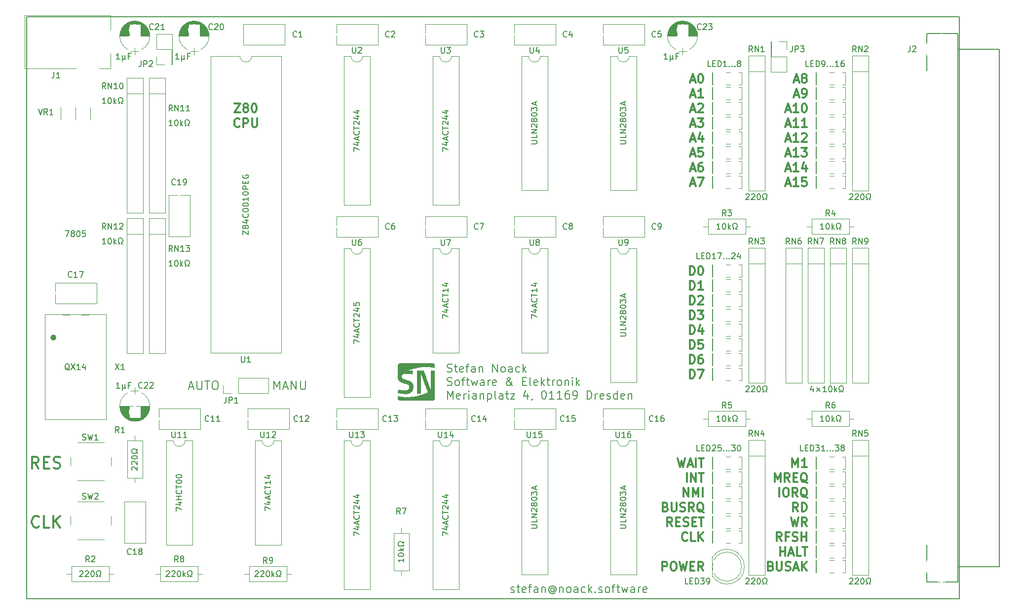
<source format=gbr>
G04 #@! TF.FileFunction,Legend,Top*
%FSLAX46Y46*%
G04 Gerber Fmt 4.6, Leading zero omitted, Abs format (unit mm)*
G04 Created by KiCad (PCBNEW 4.0.7) date Sat Mar 24 13:18:22 2018*
%MOMM*%
%LPD*%
G01*
G04 APERTURE LIST*
%ADD10C,0.100000*%
%ADD11C,0.200000*%
%ADD12C,0.300000*%
%ADD13C,0.150000*%
%ADD14C,0.120000*%
%ADD15C,0.500000*%
%ADD16C,0.010000*%
%ADD17R,2.800000X2.000000*%
%ADD18O,2.800000X2.000000*%
%ADD19C,2.400000*%
%ADD20C,2.000000*%
%ADD21R,2.000000X2.000000*%
%ADD22R,2.200000X2.200000*%
%ADD23C,2.200000*%
%ADD24R,3.900000X3.900000*%
%ADD25C,1.901140*%
%ADD26C,5.400000*%
%ADD27O,2.000000X2.000000*%
%ADD28R,2.100000X2.100000*%
%ADD29O,2.100000X2.100000*%
%ADD30O,2.200000X2.200000*%
%ADD31C,0.254000*%
G04 APERTURE END LIST*
D10*
D11*
X27889285Y-63585000D02*
X28603571Y-63585000D01*
X27746428Y-64013571D02*
X28246428Y-62513571D01*
X28746428Y-64013571D01*
X29246428Y-62513571D02*
X29246428Y-63727857D01*
X29317856Y-63870714D01*
X29389285Y-63942143D01*
X29532142Y-64013571D01*
X29817856Y-64013571D01*
X29960714Y-63942143D01*
X30032142Y-63870714D01*
X30103571Y-63727857D01*
X30103571Y-62513571D01*
X30603571Y-62513571D02*
X31460714Y-62513571D01*
X31032143Y-64013571D02*
X31032143Y-62513571D01*
X32246428Y-62513571D02*
X32532142Y-62513571D01*
X32675000Y-62585000D01*
X32817857Y-62727857D01*
X32889285Y-63013571D01*
X32889285Y-63513571D01*
X32817857Y-63799286D01*
X32675000Y-63942143D01*
X32532142Y-64013571D01*
X32246428Y-64013571D01*
X32103571Y-63942143D01*
X31960714Y-63799286D01*
X31889285Y-63513571D01*
X31889285Y-63013571D01*
X31960714Y-62727857D01*
X32103571Y-62585000D01*
X32246428Y-62513571D01*
X42422143Y-64013571D02*
X42422143Y-62513571D01*
X42922143Y-63585000D01*
X43422143Y-62513571D01*
X43422143Y-64013571D01*
X44065000Y-63585000D02*
X44779286Y-63585000D01*
X43922143Y-64013571D02*
X44422143Y-62513571D01*
X44922143Y-64013571D01*
X45422143Y-64013571D02*
X45422143Y-62513571D01*
X46279286Y-64013571D01*
X46279286Y-62513571D01*
X46993572Y-62513571D02*
X46993572Y-63727857D01*
X47065000Y-63870714D01*
X47136429Y-63942143D01*
X47279286Y-64013571D01*
X47565000Y-64013571D01*
X47707858Y-63942143D01*
X47779286Y-63870714D01*
X47850715Y-63727857D01*
X47850715Y-62513571D01*
X83103333Y-98826667D02*
X83236666Y-98893333D01*
X83503333Y-98893333D01*
X83636666Y-98826667D01*
X83703333Y-98693333D01*
X83703333Y-98626667D01*
X83636666Y-98493333D01*
X83503333Y-98426667D01*
X83303333Y-98426667D01*
X83169999Y-98360000D01*
X83103333Y-98226667D01*
X83103333Y-98160000D01*
X83169999Y-98026667D01*
X83303333Y-97960000D01*
X83503333Y-97960000D01*
X83636666Y-98026667D01*
X84103332Y-97960000D02*
X84636666Y-97960000D01*
X84303332Y-97493333D02*
X84303332Y-98693333D01*
X84369999Y-98826667D01*
X84503332Y-98893333D01*
X84636666Y-98893333D01*
X85636666Y-98826667D02*
X85503332Y-98893333D01*
X85236666Y-98893333D01*
X85103332Y-98826667D01*
X85036666Y-98693333D01*
X85036666Y-98160000D01*
X85103332Y-98026667D01*
X85236666Y-97960000D01*
X85503332Y-97960000D01*
X85636666Y-98026667D01*
X85703332Y-98160000D01*
X85703332Y-98293333D01*
X85036666Y-98426667D01*
X86103332Y-97960000D02*
X86636666Y-97960000D01*
X86303332Y-98893333D02*
X86303332Y-97693333D01*
X86369999Y-97560000D01*
X86503332Y-97493333D01*
X86636666Y-97493333D01*
X87703332Y-98893333D02*
X87703332Y-98160000D01*
X87636666Y-98026667D01*
X87503332Y-97960000D01*
X87236666Y-97960000D01*
X87103332Y-98026667D01*
X87703332Y-98826667D02*
X87569999Y-98893333D01*
X87236666Y-98893333D01*
X87103332Y-98826667D01*
X87036666Y-98693333D01*
X87036666Y-98560000D01*
X87103332Y-98426667D01*
X87236666Y-98360000D01*
X87569999Y-98360000D01*
X87703332Y-98293333D01*
X88369999Y-97960000D02*
X88369999Y-98893333D01*
X88369999Y-98093333D02*
X88436666Y-98026667D01*
X88569999Y-97960000D01*
X88769999Y-97960000D01*
X88903333Y-98026667D01*
X88969999Y-98160000D01*
X88969999Y-98893333D01*
X90503333Y-98226667D02*
X90436666Y-98160000D01*
X90303333Y-98093333D01*
X90170000Y-98093333D01*
X90036666Y-98160000D01*
X89970000Y-98226667D01*
X89903333Y-98360000D01*
X89903333Y-98493333D01*
X89970000Y-98626667D01*
X90036666Y-98693333D01*
X90170000Y-98760000D01*
X90303333Y-98760000D01*
X90436666Y-98693333D01*
X90503333Y-98626667D01*
X90503333Y-98093333D02*
X90503333Y-98626667D01*
X90570000Y-98693333D01*
X90636666Y-98693333D01*
X90770000Y-98626667D01*
X90836666Y-98493333D01*
X90836666Y-98160000D01*
X90703333Y-97960000D01*
X90503333Y-97826667D01*
X90236666Y-97760000D01*
X89970000Y-97826667D01*
X89770000Y-97960000D01*
X89636666Y-98160000D01*
X89570000Y-98426667D01*
X89636666Y-98693333D01*
X89770000Y-98893333D01*
X89970000Y-99026667D01*
X90236666Y-99093333D01*
X90503333Y-99026667D01*
X90703333Y-98893333D01*
X91436666Y-97960000D02*
X91436666Y-98893333D01*
X91436666Y-98093333D02*
X91503333Y-98026667D01*
X91636666Y-97960000D01*
X91836666Y-97960000D01*
X91970000Y-98026667D01*
X92036666Y-98160000D01*
X92036666Y-98893333D01*
X92903333Y-98893333D02*
X92770000Y-98826667D01*
X92703333Y-98760000D01*
X92636667Y-98626667D01*
X92636667Y-98226667D01*
X92703333Y-98093333D01*
X92770000Y-98026667D01*
X92903333Y-97960000D01*
X93103333Y-97960000D01*
X93236667Y-98026667D01*
X93303333Y-98093333D01*
X93370000Y-98226667D01*
X93370000Y-98626667D01*
X93303333Y-98760000D01*
X93236667Y-98826667D01*
X93103333Y-98893333D01*
X92903333Y-98893333D01*
X94570000Y-98893333D02*
X94570000Y-98160000D01*
X94503334Y-98026667D01*
X94370000Y-97960000D01*
X94103334Y-97960000D01*
X93970000Y-98026667D01*
X94570000Y-98826667D02*
X94436667Y-98893333D01*
X94103334Y-98893333D01*
X93970000Y-98826667D01*
X93903334Y-98693333D01*
X93903334Y-98560000D01*
X93970000Y-98426667D01*
X94103334Y-98360000D01*
X94436667Y-98360000D01*
X94570000Y-98293333D01*
X95836667Y-98826667D02*
X95703334Y-98893333D01*
X95436667Y-98893333D01*
X95303334Y-98826667D01*
X95236667Y-98760000D01*
X95170001Y-98626667D01*
X95170001Y-98226667D01*
X95236667Y-98093333D01*
X95303334Y-98026667D01*
X95436667Y-97960000D01*
X95703334Y-97960000D01*
X95836667Y-98026667D01*
X96436667Y-98893333D02*
X96436667Y-97493333D01*
X96570001Y-98360000D02*
X96970001Y-98893333D01*
X96970001Y-97960000D02*
X96436667Y-98493333D01*
X97570000Y-98760000D02*
X97636667Y-98826667D01*
X97570000Y-98893333D01*
X97503334Y-98826667D01*
X97570000Y-98760000D01*
X97570000Y-98893333D01*
X98170001Y-98826667D02*
X98303334Y-98893333D01*
X98570001Y-98893333D01*
X98703334Y-98826667D01*
X98770001Y-98693333D01*
X98770001Y-98626667D01*
X98703334Y-98493333D01*
X98570001Y-98426667D01*
X98370001Y-98426667D01*
X98236667Y-98360000D01*
X98170001Y-98226667D01*
X98170001Y-98160000D01*
X98236667Y-98026667D01*
X98370001Y-97960000D01*
X98570001Y-97960000D01*
X98703334Y-98026667D01*
X99570000Y-98893333D02*
X99436667Y-98826667D01*
X99370000Y-98760000D01*
X99303334Y-98626667D01*
X99303334Y-98226667D01*
X99370000Y-98093333D01*
X99436667Y-98026667D01*
X99570000Y-97960000D01*
X99770000Y-97960000D01*
X99903334Y-98026667D01*
X99970000Y-98093333D01*
X100036667Y-98226667D01*
X100036667Y-98626667D01*
X99970000Y-98760000D01*
X99903334Y-98826667D01*
X99770000Y-98893333D01*
X99570000Y-98893333D01*
X100436667Y-97960000D02*
X100970001Y-97960000D01*
X100636667Y-98893333D02*
X100636667Y-97693333D01*
X100703334Y-97560000D01*
X100836667Y-97493333D01*
X100970001Y-97493333D01*
X101236667Y-97960000D02*
X101770001Y-97960000D01*
X101436667Y-97493333D02*
X101436667Y-98693333D01*
X101503334Y-98826667D01*
X101636667Y-98893333D01*
X101770001Y-98893333D01*
X102103334Y-97960000D02*
X102370001Y-98893333D01*
X102636667Y-98226667D01*
X102903334Y-98893333D01*
X103170001Y-97960000D01*
X104303334Y-98893333D02*
X104303334Y-98160000D01*
X104236668Y-98026667D01*
X104103334Y-97960000D01*
X103836668Y-97960000D01*
X103703334Y-98026667D01*
X104303334Y-98826667D02*
X104170001Y-98893333D01*
X103836668Y-98893333D01*
X103703334Y-98826667D01*
X103636668Y-98693333D01*
X103636668Y-98560000D01*
X103703334Y-98426667D01*
X103836668Y-98360000D01*
X104170001Y-98360000D01*
X104303334Y-98293333D01*
X104970001Y-98893333D02*
X104970001Y-97960000D01*
X104970001Y-98226667D02*
X105036668Y-98093333D01*
X105103335Y-98026667D01*
X105236668Y-97960000D01*
X105370001Y-97960000D01*
X106370002Y-98826667D02*
X106236668Y-98893333D01*
X105970002Y-98893333D01*
X105836668Y-98826667D01*
X105770002Y-98693333D01*
X105770002Y-98160000D01*
X105836668Y-98026667D01*
X105970002Y-97960000D01*
X106236668Y-97960000D01*
X106370002Y-98026667D01*
X106436668Y-98160000D01*
X106436668Y-98293333D01*
X105770002Y-98426667D01*
X72176667Y-60966667D02*
X72376667Y-61033333D01*
X72710000Y-61033333D01*
X72843333Y-60966667D01*
X72910000Y-60900000D01*
X72976667Y-60766667D01*
X72976667Y-60633333D01*
X72910000Y-60500000D01*
X72843333Y-60433333D01*
X72710000Y-60366667D01*
X72443333Y-60300000D01*
X72310000Y-60233333D01*
X72243333Y-60166667D01*
X72176667Y-60033333D01*
X72176667Y-59900000D01*
X72243333Y-59766667D01*
X72310000Y-59700000D01*
X72443333Y-59633333D01*
X72776667Y-59633333D01*
X72976667Y-59700000D01*
X73376666Y-60100000D02*
X73910000Y-60100000D01*
X73576666Y-59633333D02*
X73576666Y-60833333D01*
X73643333Y-60966667D01*
X73776666Y-61033333D01*
X73910000Y-61033333D01*
X74910000Y-60966667D02*
X74776666Y-61033333D01*
X74510000Y-61033333D01*
X74376666Y-60966667D01*
X74310000Y-60833333D01*
X74310000Y-60300000D01*
X74376666Y-60166667D01*
X74510000Y-60100000D01*
X74776666Y-60100000D01*
X74910000Y-60166667D01*
X74976666Y-60300000D01*
X74976666Y-60433333D01*
X74310000Y-60566667D01*
X75376666Y-60100000D02*
X75910000Y-60100000D01*
X75576666Y-61033333D02*
X75576666Y-59833333D01*
X75643333Y-59700000D01*
X75776666Y-59633333D01*
X75910000Y-59633333D01*
X76976666Y-61033333D02*
X76976666Y-60300000D01*
X76910000Y-60166667D01*
X76776666Y-60100000D01*
X76510000Y-60100000D01*
X76376666Y-60166667D01*
X76976666Y-60966667D02*
X76843333Y-61033333D01*
X76510000Y-61033333D01*
X76376666Y-60966667D01*
X76310000Y-60833333D01*
X76310000Y-60700000D01*
X76376666Y-60566667D01*
X76510000Y-60500000D01*
X76843333Y-60500000D01*
X76976666Y-60433333D01*
X77643333Y-60100000D02*
X77643333Y-61033333D01*
X77643333Y-60233333D02*
X77710000Y-60166667D01*
X77843333Y-60100000D01*
X78043333Y-60100000D01*
X78176667Y-60166667D01*
X78243333Y-60300000D01*
X78243333Y-61033333D01*
X79976667Y-61033333D02*
X79976667Y-59633333D01*
X80776667Y-61033333D01*
X80776667Y-59633333D01*
X81643334Y-61033333D02*
X81510001Y-60966667D01*
X81443334Y-60900000D01*
X81376668Y-60766667D01*
X81376668Y-60366667D01*
X81443334Y-60233333D01*
X81510001Y-60166667D01*
X81643334Y-60100000D01*
X81843334Y-60100000D01*
X81976668Y-60166667D01*
X82043334Y-60233333D01*
X82110001Y-60366667D01*
X82110001Y-60766667D01*
X82043334Y-60900000D01*
X81976668Y-60966667D01*
X81843334Y-61033333D01*
X81643334Y-61033333D01*
X83310001Y-61033333D02*
X83310001Y-60300000D01*
X83243335Y-60166667D01*
X83110001Y-60100000D01*
X82843335Y-60100000D01*
X82710001Y-60166667D01*
X83310001Y-60966667D02*
X83176668Y-61033333D01*
X82843335Y-61033333D01*
X82710001Y-60966667D01*
X82643335Y-60833333D01*
X82643335Y-60700000D01*
X82710001Y-60566667D01*
X82843335Y-60500000D01*
X83176668Y-60500000D01*
X83310001Y-60433333D01*
X84576668Y-60966667D02*
X84443335Y-61033333D01*
X84176668Y-61033333D01*
X84043335Y-60966667D01*
X83976668Y-60900000D01*
X83910002Y-60766667D01*
X83910002Y-60366667D01*
X83976668Y-60233333D01*
X84043335Y-60166667D01*
X84176668Y-60100000D01*
X84443335Y-60100000D01*
X84576668Y-60166667D01*
X85176668Y-61033333D02*
X85176668Y-59633333D01*
X85310002Y-60500000D02*
X85710002Y-61033333D01*
X85710002Y-60100000D02*
X85176668Y-60633333D01*
X72176667Y-63266667D02*
X72376667Y-63333333D01*
X72710000Y-63333333D01*
X72843333Y-63266667D01*
X72910000Y-63200000D01*
X72976667Y-63066667D01*
X72976667Y-62933333D01*
X72910000Y-62800000D01*
X72843333Y-62733333D01*
X72710000Y-62666667D01*
X72443333Y-62600000D01*
X72310000Y-62533333D01*
X72243333Y-62466667D01*
X72176667Y-62333333D01*
X72176667Y-62200000D01*
X72243333Y-62066667D01*
X72310000Y-62000000D01*
X72443333Y-61933333D01*
X72776667Y-61933333D01*
X72976667Y-62000000D01*
X73776666Y-63333333D02*
X73643333Y-63266667D01*
X73576666Y-63200000D01*
X73510000Y-63066667D01*
X73510000Y-62666667D01*
X73576666Y-62533333D01*
X73643333Y-62466667D01*
X73776666Y-62400000D01*
X73976666Y-62400000D01*
X74110000Y-62466667D01*
X74176666Y-62533333D01*
X74243333Y-62666667D01*
X74243333Y-63066667D01*
X74176666Y-63200000D01*
X74110000Y-63266667D01*
X73976666Y-63333333D01*
X73776666Y-63333333D01*
X74643333Y-62400000D02*
X75176667Y-62400000D01*
X74843333Y-63333333D02*
X74843333Y-62133333D01*
X74910000Y-62000000D01*
X75043333Y-61933333D01*
X75176667Y-61933333D01*
X75443333Y-62400000D02*
X75976667Y-62400000D01*
X75643333Y-61933333D02*
X75643333Y-63133333D01*
X75710000Y-63266667D01*
X75843333Y-63333333D01*
X75976667Y-63333333D01*
X76310000Y-62400000D02*
X76576667Y-63333333D01*
X76843333Y-62666667D01*
X77110000Y-63333333D01*
X77376667Y-62400000D01*
X78510000Y-63333333D02*
X78510000Y-62600000D01*
X78443334Y-62466667D01*
X78310000Y-62400000D01*
X78043334Y-62400000D01*
X77910000Y-62466667D01*
X78510000Y-63266667D02*
X78376667Y-63333333D01*
X78043334Y-63333333D01*
X77910000Y-63266667D01*
X77843334Y-63133333D01*
X77843334Y-63000000D01*
X77910000Y-62866667D01*
X78043334Y-62800000D01*
X78376667Y-62800000D01*
X78510000Y-62733333D01*
X79176667Y-63333333D02*
X79176667Y-62400000D01*
X79176667Y-62666667D02*
X79243334Y-62533333D01*
X79310001Y-62466667D01*
X79443334Y-62400000D01*
X79576667Y-62400000D01*
X80576668Y-63266667D02*
X80443334Y-63333333D01*
X80176668Y-63333333D01*
X80043334Y-63266667D01*
X79976668Y-63133333D01*
X79976668Y-62600000D01*
X80043334Y-62466667D01*
X80176668Y-62400000D01*
X80443334Y-62400000D01*
X80576668Y-62466667D01*
X80643334Y-62600000D01*
X80643334Y-62733333D01*
X79976668Y-62866667D01*
X83443335Y-63333333D02*
X83376668Y-63333333D01*
X83243335Y-63266667D01*
X83043335Y-63066667D01*
X82710001Y-62666667D01*
X82576668Y-62466667D01*
X82510001Y-62266667D01*
X82510001Y-62133333D01*
X82576668Y-62000000D01*
X82710001Y-61933333D01*
X82776668Y-61933333D01*
X82910001Y-62000000D01*
X82976668Y-62133333D01*
X82976668Y-62200000D01*
X82910001Y-62333333D01*
X82843335Y-62400000D01*
X82443335Y-62666667D01*
X82376668Y-62733333D01*
X82310001Y-62866667D01*
X82310001Y-63066667D01*
X82376668Y-63200000D01*
X82443335Y-63266667D01*
X82576668Y-63333333D01*
X82776668Y-63333333D01*
X82910001Y-63266667D01*
X82976668Y-63200000D01*
X83176668Y-62933333D01*
X83243335Y-62733333D01*
X83243335Y-62600000D01*
X85110001Y-62600000D02*
X85576668Y-62600000D01*
X85776668Y-63333333D02*
X85110001Y-63333333D01*
X85110001Y-61933333D01*
X85776668Y-61933333D01*
X86576668Y-63333333D02*
X86443335Y-63266667D01*
X86376668Y-63133333D01*
X86376668Y-61933333D01*
X87643335Y-63266667D02*
X87510001Y-63333333D01*
X87243335Y-63333333D01*
X87110001Y-63266667D01*
X87043335Y-63133333D01*
X87043335Y-62600000D01*
X87110001Y-62466667D01*
X87243335Y-62400000D01*
X87510001Y-62400000D01*
X87643335Y-62466667D01*
X87710001Y-62600000D01*
X87710001Y-62733333D01*
X87043335Y-62866667D01*
X88310001Y-63333333D02*
X88310001Y-61933333D01*
X88443335Y-62800000D02*
X88843335Y-63333333D01*
X88843335Y-62400000D02*
X88310001Y-62933333D01*
X89243334Y-62400000D02*
X89776668Y-62400000D01*
X89443334Y-61933333D02*
X89443334Y-63133333D01*
X89510001Y-63266667D01*
X89643334Y-63333333D01*
X89776668Y-63333333D01*
X90243334Y-63333333D02*
X90243334Y-62400000D01*
X90243334Y-62666667D02*
X90310001Y-62533333D01*
X90376668Y-62466667D01*
X90510001Y-62400000D01*
X90643334Y-62400000D01*
X91310001Y-63333333D02*
X91176668Y-63266667D01*
X91110001Y-63200000D01*
X91043335Y-63066667D01*
X91043335Y-62666667D01*
X91110001Y-62533333D01*
X91176668Y-62466667D01*
X91310001Y-62400000D01*
X91510001Y-62400000D01*
X91643335Y-62466667D01*
X91710001Y-62533333D01*
X91776668Y-62666667D01*
X91776668Y-63066667D01*
X91710001Y-63200000D01*
X91643335Y-63266667D01*
X91510001Y-63333333D01*
X91310001Y-63333333D01*
X92376668Y-62400000D02*
X92376668Y-63333333D01*
X92376668Y-62533333D02*
X92443335Y-62466667D01*
X92576668Y-62400000D01*
X92776668Y-62400000D01*
X92910002Y-62466667D01*
X92976668Y-62600000D01*
X92976668Y-63333333D01*
X93643335Y-63333333D02*
X93643335Y-62400000D01*
X93643335Y-61933333D02*
X93576669Y-62000000D01*
X93643335Y-62066667D01*
X93710002Y-62000000D01*
X93643335Y-61933333D01*
X93643335Y-62066667D01*
X94310002Y-63333333D02*
X94310002Y-61933333D01*
X94443336Y-62800000D02*
X94843336Y-63333333D01*
X94843336Y-62400000D02*
X94310002Y-62933333D01*
X72243333Y-65633333D02*
X72243333Y-64233333D01*
X72710000Y-65233333D01*
X73176667Y-64233333D01*
X73176667Y-65633333D01*
X74376667Y-65566667D02*
X74243333Y-65633333D01*
X73976667Y-65633333D01*
X73843333Y-65566667D01*
X73776667Y-65433333D01*
X73776667Y-64900000D01*
X73843333Y-64766667D01*
X73976667Y-64700000D01*
X74243333Y-64700000D01*
X74376667Y-64766667D01*
X74443333Y-64900000D01*
X74443333Y-65033333D01*
X73776667Y-65166667D01*
X75043333Y-65633333D02*
X75043333Y-64700000D01*
X75043333Y-64966667D02*
X75110000Y-64833333D01*
X75176667Y-64766667D01*
X75310000Y-64700000D01*
X75443333Y-64700000D01*
X75910000Y-65633333D02*
X75910000Y-64700000D01*
X75910000Y-64233333D02*
X75843334Y-64300000D01*
X75910000Y-64366667D01*
X75976667Y-64300000D01*
X75910000Y-64233333D01*
X75910000Y-64366667D01*
X77176667Y-65633333D02*
X77176667Y-64900000D01*
X77110001Y-64766667D01*
X76976667Y-64700000D01*
X76710001Y-64700000D01*
X76576667Y-64766667D01*
X77176667Y-65566667D02*
X77043334Y-65633333D01*
X76710001Y-65633333D01*
X76576667Y-65566667D01*
X76510001Y-65433333D01*
X76510001Y-65300000D01*
X76576667Y-65166667D01*
X76710001Y-65100000D01*
X77043334Y-65100000D01*
X77176667Y-65033333D01*
X77843334Y-64700000D02*
X77843334Y-65633333D01*
X77843334Y-64833333D02*
X77910001Y-64766667D01*
X78043334Y-64700000D01*
X78243334Y-64700000D01*
X78376668Y-64766667D01*
X78443334Y-64900000D01*
X78443334Y-65633333D01*
X79110001Y-64700000D02*
X79110001Y-66100000D01*
X79110001Y-64766667D02*
X79243335Y-64700000D01*
X79510001Y-64700000D01*
X79643335Y-64766667D01*
X79710001Y-64833333D01*
X79776668Y-64966667D01*
X79776668Y-65366667D01*
X79710001Y-65500000D01*
X79643335Y-65566667D01*
X79510001Y-65633333D01*
X79243335Y-65633333D01*
X79110001Y-65566667D01*
X80576668Y-65633333D02*
X80443335Y-65566667D01*
X80376668Y-65433333D01*
X80376668Y-64233333D01*
X81710001Y-65633333D02*
X81710001Y-64900000D01*
X81643335Y-64766667D01*
X81510001Y-64700000D01*
X81243335Y-64700000D01*
X81110001Y-64766667D01*
X81710001Y-65566667D02*
X81576668Y-65633333D01*
X81243335Y-65633333D01*
X81110001Y-65566667D01*
X81043335Y-65433333D01*
X81043335Y-65300000D01*
X81110001Y-65166667D01*
X81243335Y-65100000D01*
X81576668Y-65100000D01*
X81710001Y-65033333D01*
X82176668Y-64700000D02*
X82710002Y-64700000D01*
X82376668Y-64233333D02*
X82376668Y-65433333D01*
X82443335Y-65566667D01*
X82576668Y-65633333D01*
X82710002Y-65633333D01*
X83043335Y-64700000D02*
X83776668Y-64700000D01*
X83043335Y-65633333D01*
X83776668Y-65633333D01*
X85976668Y-64700000D02*
X85976668Y-65633333D01*
X85643335Y-64166667D02*
X85310002Y-65166667D01*
X86176668Y-65166667D01*
X86776668Y-65566667D02*
X86776668Y-65633333D01*
X86710001Y-65766667D01*
X86643335Y-65833333D01*
X88710002Y-64233333D02*
X88843335Y-64233333D01*
X88976669Y-64300000D01*
X89043335Y-64366667D01*
X89110002Y-64500000D01*
X89176669Y-64766667D01*
X89176669Y-65100000D01*
X89110002Y-65366667D01*
X89043335Y-65500000D01*
X88976669Y-65566667D01*
X88843335Y-65633333D01*
X88710002Y-65633333D01*
X88576669Y-65566667D01*
X88510002Y-65500000D01*
X88443335Y-65366667D01*
X88376669Y-65100000D01*
X88376669Y-64766667D01*
X88443335Y-64500000D01*
X88510002Y-64366667D01*
X88576669Y-64300000D01*
X88710002Y-64233333D01*
X90510002Y-65633333D02*
X89710002Y-65633333D01*
X90110002Y-65633333D02*
X90110002Y-64233333D01*
X89976668Y-64433333D01*
X89843335Y-64566667D01*
X89710002Y-64633333D01*
X91843335Y-65633333D02*
X91043335Y-65633333D01*
X91443335Y-65633333D02*
X91443335Y-64233333D01*
X91310001Y-64433333D01*
X91176668Y-64566667D01*
X91043335Y-64633333D01*
X93043334Y-64233333D02*
X92776668Y-64233333D01*
X92643334Y-64300000D01*
X92576668Y-64366667D01*
X92443334Y-64566667D01*
X92376668Y-64833333D01*
X92376668Y-65366667D01*
X92443334Y-65500000D01*
X92510001Y-65566667D01*
X92643334Y-65633333D01*
X92910001Y-65633333D01*
X93043334Y-65566667D01*
X93110001Y-65500000D01*
X93176668Y-65366667D01*
X93176668Y-65033333D01*
X93110001Y-64900000D01*
X93043334Y-64833333D01*
X92910001Y-64766667D01*
X92643334Y-64766667D01*
X92510001Y-64833333D01*
X92443334Y-64900000D01*
X92376668Y-65033333D01*
X93843334Y-65633333D02*
X94110001Y-65633333D01*
X94243334Y-65566667D01*
X94310001Y-65500000D01*
X94443334Y-65300000D01*
X94510001Y-65033333D01*
X94510001Y-64500000D01*
X94443334Y-64366667D01*
X94376667Y-64300000D01*
X94243334Y-64233333D01*
X93976667Y-64233333D01*
X93843334Y-64300000D01*
X93776667Y-64366667D01*
X93710001Y-64500000D01*
X93710001Y-64833333D01*
X93776667Y-64966667D01*
X93843334Y-65033333D01*
X93976667Y-65100000D01*
X94243334Y-65100000D01*
X94376667Y-65033333D01*
X94443334Y-64966667D01*
X94510001Y-64833333D01*
X96176667Y-65633333D02*
X96176667Y-64233333D01*
X96510001Y-64233333D01*
X96710001Y-64300000D01*
X96843334Y-64433333D01*
X96910001Y-64566667D01*
X96976667Y-64833333D01*
X96976667Y-65033333D01*
X96910001Y-65300000D01*
X96843334Y-65433333D01*
X96710001Y-65566667D01*
X96510001Y-65633333D01*
X96176667Y-65633333D01*
X97576667Y-65633333D02*
X97576667Y-64700000D01*
X97576667Y-64966667D02*
X97643334Y-64833333D01*
X97710001Y-64766667D01*
X97843334Y-64700000D01*
X97976667Y-64700000D01*
X98976668Y-65566667D02*
X98843334Y-65633333D01*
X98576668Y-65633333D01*
X98443334Y-65566667D01*
X98376668Y-65433333D01*
X98376668Y-64900000D01*
X98443334Y-64766667D01*
X98576668Y-64700000D01*
X98843334Y-64700000D01*
X98976668Y-64766667D01*
X99043334Y-64900000D01*
X99043334Y-65033333D01*
X98376668Y-65166667D01*
X99576668Y-65566667D02*
X99710001Y-65633333D01*
X99976668Y-65633333D01*
X100110001Y-65566667D01*
X100176668Y-65433333D01*
X100176668Y-65366667D01*
X100110001Y-65233333D01*
X99976668Y-65166667D01*
X99776668Y-65166667D01*
X99643334Y-65100000D01*
X99576668Y-64966667D01*
X99576668Y-64900000D01*
X99643334Y-64766667D01*
X99776668Y-64700000D01*
X99976668Y-64700000D01*
X100110001Y-64766667D01*
X101376667Y-65633333D02*
X101376667Y-64233333D01*
X101376667Y-65566667D02*
X101243334Y-65633333D01*
X100976667Y-65633333D01*
X100843334Y-65566667D01*
X100776667Y-65500000D01*
X100710001Y-65366667D01*
X100710001Y-64966667D01*
X100776667Y-64833333D01*
X100843334Y-64766667D01*
X100976667Y-64700000D01*
X101243334Y-64700000D01*
X101376667Y-64766667D01*
X102576668Y-65566667D02*
X102443334Y-65633333D01*
X102176668Y-65633333D01*
X102043334Y-65566667D01*
X101976668Y-65433333D01*
X101976668Y-64900000D01*
X102043334Y-64766667D01*
X102176668Y-64700000D01*
X102443334Y-64700000D01*
X102576668Y-64766667D01*
X102643334Y-64900000D01*
X102643334Y-65033333D01*
X101976668Y-65166667D01*
X103243334Y-64700000D02*
X103243334Y-65633333D01*
X103243334Y-64833333D02*
X103310001Y-64766667D01*
X103443334Y-64700000D01*
X103643334Y-64700000D01*
X103776668Y-64766667D01*
X103843334Y-64900000D01*
X103843334Y-65633333D01*
D12*
X109074285Y-95128571D02*
X109074285Y-93628571D01*
X109645713Y-93628571D01*
X109788571Y-93700000D01*
X109859999Y-93771429D01*
X109931428Y-93914286D01*
X109931428Y-94128571D01*
X109859999Y-94271429D01*
X109788571Y-94342857D01*
X109645713Y-94414286D01*
X109074285Y-94414286D01*
X110859999Y-93628571D02*
X111145713Y-93628571D01*
X111288571Y-93700000D01*
X111431428Y-93842857D01*
X111502856Y-94128571D01*
X111502856Y-94628571D01*
X111431428Y-94914286D01*
X111288571Y-95057143D01*
X111145713Y-95128571D01*
X110859999Y-95128571D01*
X110717142Y-95057143D01*
X110574285Y-94914286D01*
X110502856Y-94628571D01*
X110502856Y-94128571D01*
X110574285Y-93842857D01*
X110717142Y-93700000D01*
X110859999Y-93628571D01*
X112002857Y-93628571D02*
X112360000Y-95128571D01*
X112645714Y-94057143D01*
X112931428Y-95128571D01*
X113288571Y-93628571D01*
X113860000Y-94342857D02*
X114360000Y-94342857D01*
X114574286Y-95128571D02*
X113860000Y-95128571D01*
X113860000Y-93628571D01*
X114574286Y-93628571D01*
X116074286Y-95128571D02*
X115574286Y-94414286D01*
X115217143Y-95128571D02*
X115217143Y-93628571D01*
X115788571Y-93628571D01*
X115931429Y-93700000D01*
X116002857Y-93771429D01*
X116074286Y-93914286D01*
X116074286Y-94128571D01*
X116002857Y-94271429D01*
X115931429Y-94342857D01*
X115788571Y-94414286D01*
X115217143Y-94414286D01*
D13*
X134957858Y-63755714D02*
X134957858Y-64422381D01*
X134719762Y-63374762D02*
X134481667Y-64089048D01*
X135100715Y-64089048D01*
X135576905Y-63755714D02*
X136148334Y-64327143D01*
X136148334Y-63755714D02*
X135576905Y-64327143D01*
X137243572Y-64422381D02*
X136672143Y-64422381D01*
X136957857Y-64422381D02*
X136957857Y-63422381D01*
X136862619Y-63565238D01*
X136767381Y-63660476D01*
X136672143Y-63708095D01*
X137862619Y-63422381D02*
X137957858Y-63422381D01*
X138053096Y-63470000D01*
X138100715Y-63517619D01*
X138148334Y-63612857D01*
X138195953Y-63803333D01*
X138195953Y-64041429D01*
X138148334Y-64231905D01*
X138100715Y-64327143D01*
X138053096Y-64374762D01*
X137957858Y-64422381D01*
X137862619Y-64422381D01*
X137767381Y-64374762D01*
X137719762Y-64327143D01*
X137672143Y-64231905D01*
X137624524Y-64041429D01*
X137624524Y-63803333D01*
X137672143Y-63612857D01*
X137719762Y-63517619D01*
X137767381Y-63470000D01*
X137862619Y-63422381D01*
X138624524Y-64422381D02*
X138624524Y-63422381D01*
X138719762Y-64041429D02*
X139005477Y-64422381D01*
X139005477Y-63755714D02*
X138624524Y-64136667D01*
X139386429Y-64422381D02*
X139624524Y-64422381D01*
X139624524Y-64231905D01*
X139529286Y-64184286D01*
X139434048Y-64089048D01*
X139386429Y-63946190D01*
X139386429Y-63708095D01*
X139434048Y-63565238D01*
X139529286Y-63470000D01*
X139672143Y-63422381D01*
X139862620Y-63422381D01*
X140005477Y-63470000D01*
X140100715Y-63565238D01*
X140148334Y-63708095D01*
X140148334Y-63946190D01*
X140100715Y-64089048D01*
X140005477Y-64184286D01*
X139910239Y-64231905D01*
X139910239Y-64422381D01*
X140148334Y-64422381D01*
D12*
X35691430Y-14883571D02*
X36691430Y-14883571D01*
X35691430Y-16383571D01*
X36691430Y-16383571D01*
X37477144Y-15526429D02*
X37334286Y-15455000D01*
X37262858Y-15383571D01*
X37191429Y-15240714D01*
X37191429Y-15169286D01*
X37262858Y-15026429D01*
X37334286Y-14955000D01*
X37477144Y-14883571D01*
X37762858Y-14883571D01*
X37905715Y-14955000D01*
X37977144Y-15026429D01*
X38048572Y-15169286D01*
X38048572Y-15240714D01*
X37977144Y-15383571D01*
X37905715Y-15455000D01*
X37762858Y-15526429D01*
X37477144Y-15526429D01*
X37334286Y-15597857D01*
X37262858Y-15669286D01*
X37191429Y-15812143D01*
X37191429Y-16097857D01*
X37262858Y-16240714D01*
X37334286Y-16312143D01*
X37477144Y-16383571D01*
X37762858Y-16383571D01*
X37905715Y-16312143D01*
X37977144Y-16240714D01*
X38048572Y-16097857D01*
X38048572Y-15812143D01*
X37977144Y-15669286D01*
X37905715Y-15597857D01*
X37762858Y-15526429D01*
X38977143Y-14883571D02*
X39120000Y-14883571D01*
X39262857Y-14955000D01*
X39334286Y-15026429D01*
X39405715Y-15169286D01*
X39477143Y-15455000D01*
X39477143Y-15812143D01*
X39405715Y-16097857D01*
X39334286Y-16240714D01*
X39262857Y-16312143D01*
X39120000Y-16383571D01*
X38977143Y-16383571D01*
X38834286Y-16312143D01*
X38762857Y-16240714D01*
X38691429Y-16097857D01*
X38620000Y-15812143D01*
X38620000Y-15455000D01*
X38691429Y-15169286D01*
X38762857Y-15026429D01*
X38834286Y-14955000D01*
X38977143Y-14883571D01*
X36548572Y-18790714D02*
X36477143Y-18862143D01*
X36262857Y-18933571D01*
X36120000Y-18933571D01*
X35905715Y-18862143D01*
X35762857Y-18719286D01*
X35691429Y-18576429D01*
X35620000Y-18290714D01*
X35620000Y-18076429D01*
X35691429Y-17790714D01*
X35762857Y-17647857D01*
X35905715Y-17505000D01*
X36120000Y-17433571D01*
X36262857Y-17433571D01*
X36477143Y-17505000D01*
X36548572Y-17576429D01*
X37191429Y-18933571D02*
X37191429Y-17433571D01*
X37762857Y-17433571D01*
X37905715Y-17505000D01*
X37977143Y-17576429D01*
X38048572Y-17719286D01*
X38048572Y-17933571D01*
X37977143Y-18076429D01*
X37905715Y-18147857D01*
X37762857Y-18219286D01*
X37191429Y-18219286D01*
X38691429Y-17433571D02*
X38691429Y-18647857D01*
X38762857Y-18790714D01*
X38834286Y-18862143D01*
X38977143Y-18933571D01*
X39262857Y-18933571D01*
X39405715Y-18862143D01*
X39477143Y-18790714D01*
X39548572Y-18647857D01*
X39548572Y-17433571D01*
D13*
X133251905Y-74582381D02*
X132775714Y-74582381D01*
X132775714Y-73582381D01*
X133585238Y-74058571D02*
X133918572Y-74058571D01*
X134061429Y-74582381D02*
X133585238Y-74582381D01*
X133585238Y-73582381D01*
X134061429Y-73582381D01*
X134490000Y-74582381D02*
X134490000Y-73582381D01*
X134728095Y-73582381D01*
X134870953Y-73630000D01*
X134966191Y-73725238D01*
X135013810Y-73820476D01*
X135061429Y-74010952D01*
X135061429Y-74153810D01*
X135013810Y-74344286D01*
X134966191Y-74439524D01*
X134870953Y-74534762D01*
X134728095Y-74582381D01*
X134490000Y-74582381D01*
X135394762Y-73582381D02*
X136013810Y-73582381D01*
X135680476Y-73963333D01*
X135823334Y-73963333D01*
X135918572Y-74010952D01*
X135966191Y-74058571D01*
X136013810Y-74153810D01*
X136013810Y-74391905D01*
X135966191Y-74487143D01*
X135918572Y-74534762D01*
X135823334Y-74582381D01*
X135537619Y-74582381D01*
X135442381Y-74534762D01*
X135394762Y-74487143D01*
X136966191Y-74582381D02*
X136394762Y-74582381D01*
X136680476Y-74582381D02*
X136680476Y-73582381D01*
X136585238Y-73725238D01*
X136490000Y-73820476D01*
X136394762Y-73868095D01*
X137394762Y-74487143D02*
X137442381Y-74534762D01*
X137394762Y-74582381D01*
X137347143Y-74534762D01*
X137394762Y-74487143D01*
X137394762Y-74582381D01*
X137870953Y-74487143D02*
X137918572Y-74534762D01*
X137870953Y-74582381D01*
X137823334Y-74534762D01*
X137870953Y-74487143D01*
X137870953Y-74582381D01*
X138347143Y-74487143D02*
X138394762Y-74534762D01*
X138347143Y-74582381D01*
X138299524Y-74534762D01*
X138347143Y-74487143D01*
X138347143Y-74582381D01*
X138728095Y-73582381D02*
X139347143Y-73582381D01*
X139013809Y-73963333D01*
X139156667Y-73963333D01*
X139251905Y-74010952D01*
X139299524Y-74058571D01*
X139347143Y-74153810D01*
X139347143Y-74391905D01*
X139299524Y-74487143D01*
X139251905Y-74534762D01*
X139156667Y-74582381D01*
X138870952Y-74582381D01*
X138775714Y-74534762D01*
X138728095Y-74487143D01*
X139918571Y-74010952D02*
X139823333Y-73963333D01*
X139775714Y-73915714D01*
X139728095Y-73820476D01*
X139728095Y-73772857D01*
X139775714Y-73677619D01*
X139823333Y-73630000D01*
X139918571Y-73582381D01*
X140109048Y-73582381D01*
X140204286Y-73630000D01*
X140251905Y-73677619D01*
X140299524Y-73772857D01*
X140299524Y-73820476D01*
X140251905Y-73915714D01*
X140204286Y-73963333D01*
X140109048Y-74010952D01*
X139918571Y-74010952D01*
X139823333Y-74058571D01*
X139775714Y-74106190D01*
X139728095Y-74201429D01*
X139728095Y-74391905D01*
X139775714Y-74487143D01*
X139823333Y-74534762D01*
X139918571Y-74582381D01*
X140109048Y-74582381D01*
X140204286Y-74534762D01*
X140251905Y-74487143D01*
X140299524Y-74391905D01*
X140299524Y-74201429D01*
X140251905Y-74106190D01*
X140204286Y-74058571D01*
X140109048Y-74010952D01*
X115471905Y-74582381D02*
X114995714Y-74582381D01*
X114995714Y-73582381D01*
X115805238Y-74058571D02*
X116138572Y-74058571D01*
X116281429Y-74582381D02*
X115805238Y-74582381D01*
X115805238Y-73582381D01*
X116281429Y-73582381D01*
X116710000Y-74582381D02*
X116710000Y-73582381D01*
X116948095Y-73582381D01*
X117090953Y-73630000D01*
X117186191Y-73725238D01*
X117233810Y-73820476D01*
X117281429Y-74010952D01*
X117281429Y-74153810D01*
X117233810Y-74344286D01*
X117186191Y-74439524D01*
X117090953Y-74534762D01*
X116948095Y-74582381D01*
X116710000Y-74582381D01*
X117662381Y-73677619D02*
X117710000Y-73630000D01*
X117805238Y-73582381D01*
X118043334Y-73582381D01*
X118138572Y-73630000D01*
X118186191Y-73677619D01*
X118233810Y-73772857D01*
X118233810Y-73868095D01*
X118186191Y-74010952D01*
X117614762Y-74582381D01*
X118233810Y-74582381D01*
X119138572Y-73582381D02*
X118662381Y-73582381D01*
X118614762Y-74058571D01*
X118662381Y-74010952D01*
X118757619Y-73963333D01*
X118995715Y-73963333D01*
X119090953Y-74010952D01*
X119138572Y-74058571D01*
X119186191Y-74153810D01*
X119186191Y-74391905D01*
X119138572Y-74487143D01*
X119090953Y-74534762D01*
X118995715Y-74582381D01*
X118757619Y-74582381D01*
X118662381Y-74534762D01*
X118614762Y-74487143D01*
X119614762Y-74487143D02*
X119662381Y-74534762D01*
X119614762Y-74582381D01*
X119567143Y-74534762D01*
X119614762Y-74487143D01*
X119614762Y-74582381D01*
X120090953Y-74487143D02*
X120138572Y-74534762D01*
X120090953Y-74582381D01*
X120043334Y-74534762D01*
X120090953Y-74487143D01*
X120090953Y-74582381D01*
X120567143Y-74487143D02*
X120614762Y-74534762D01*
X120567143Y-74582381D01*
X120519524Y-74534762D01*
X120567143Y-74487143D01*
X120567143Y-74582381D01*
X120948095Y-73582381D02*
X121567143Y-73582381D01*
X121233809Y-73963333D01*
X121376667Y-73963333D01*
X121471905Y-74010952D01*
X121519524Y-74058571D01*
X121567143Y-74153810D01*
X121567143Y-74391905D01*
X121519524Y-74487143D01*
X121471905Y-74534762D01*
X121376667Y-74582381D01*
X121090952Y-74582381D01*
X120995714Y-74534762D01*
X120948095Y-74487143D01*
X122186190Y-73582381D02*
X122281429Y-73582381D01*
X122376667Y-73630000D01*
X122424286Y-73677619D01*
X122471905Y-73772857D01*
X122519524Y-73963333D01*
X122519524Y-74201429D01*
X122471905Y-74391905D01*
X122424286Y-74487143D01*
X122376667Y-74534762D01*
X122281429Y-74582381D01*
X122186190Y-74582381D01*
X122090952Y-74534762D01*
X122043333Y-74487143D01*
X121995714Y-74391905D01*
X121948095Y-74201429D01*
X121948095Y-73963333D01*
X121995714Y-73772857D01*
X122043333Y-73677619D01*
X122090952Y-73630000D01*
X122186190Y-73582381D01*
X115471905Y-41562381D02*
X114995714Y-41562381D01*
X114995714Y-40562381D01*
X115805238Y-41038571D02*
X116138572Y-41038571D01*
X116281429Y-41562381D02*
X115805238Y-41562381D01*
X115805238Y-40562381D01*
X116281429Y-40562381D01*
X116710000Y-41562381D02*
X116710000Y-40562381D01*
X116948095Y-40562381D01*
X117090953Y-40610000D01*
X117186191Y-40705238D01*
X117233810Y-40800476D01*
X117281429Y-40990952D01*
X117281429Y-41133810D01*
X117233810Y-41324286D01*
X117186191Y-41419524D01*
X117090953Y-41514762D01*
X116948095Y-41562381D01*
X116710000Y-41562381D01*
X118233810Y-41562381D02*
X117662381Y-41562381D01*
X117948095Y-41562381D02*
X117948095Y-40562381D01*
X117852857Y-40705238D01*
X117757619Y-40800476D01*
X117662381Y-40848095D01*
X118567143Y-40562381D02*
X119233810Y-40562381D01*
X118805238Y-41562381D01*
X119614762Y-41467143D02*
X119662381Y-41514762D01*
X119614762Y-41562381D01*
X119567143Y-41514762D01*
X119614762Y-41467143D01*
X119614762Y-41562381D01*
X120090953Y-41467143D02*
X120138572Y-41514762D01*
X120090953Y-41562381D01*
X120043334Y-41514762D01*
X120090953Y-41467143D01*
X120090953Y-41562381D01*
X120567143Y-41467143D02*
X120614762Y-41514762D01*
X120567143Y-41562381D01*
X120519524Y-41514762D01*
X120567143Y-41467143D01*
X120567143Y-41562381D01*
X120995714Y-40657619D02*
X121043333Y-40610000D01*
X121138571Y-40562381D01*
X121376667Y-40562381D01*
X121471905Y-40610000D01*
X121519524Y-40657619D01*
X121567143Y-40752857D01*
X121567143Y-40848095D01*
X121519524Y-40990952D01*
X120948095Y-41562381D01*
X121567143Y-41562381D01*
X122424286Y-40895714D02*
X122424286Y-41562381D01*
X122186190Y-40514762D02*
X121948095Y-41229048D01*
X122567143Y-41229048D01*
X134204286Y-8542381D02*
X133728095Y-8542381D01*
X133728095Y-7542381D01*
X134537619Y-8018571D02*
X134870953Y-8018571D01*
X135013810Y-8542381D02*
X134537619Y-8542381D01*
X134537619Y-7542381D01*
X135013810Y-7542381D01*
X135442381Y-8542381D02*
X135442381Y-7542381D01*
X135680476Y-7542381D01*
X135823334Y-7590000D01*
X135918572Y-7685238D01*
X135966191Y-7780476D01*
X136013810Y-7970952D01*
X136013810Y-8113810D01*
X135966191Y-8304286D01*
X135918572Y-8399524D01*
X135823334Y-8494762D01*
X135680476Y-8542381D01*
X135442381Y-8542381D01*
X136490000Y-8542381D02*
X136680476Y-8542381D01*
X136775715Y-8494762D01*
X136823334Y-8447143D01*
X136918572Y-8304286D01*
X136966191Y-8113810D01*
X136966191Y-7732857D01*
X136918572Y-7637619D01*
X136870953Y-7590000D01*
X136775715Y-7542381D01*
X136585238Y-7542381D01*
X136490000Y-7590000D01*
X136442381Y-7637619D01*
X136394762Y-7732857D01*
X136394762Y-7970952D01*
X136442381Y-8066190D01*
X136490000Y-8113810D01*
X136585238Y-8161429D01*
X136775715Y-8161429D01*
X136870953Y-8113810D01*
X136918572Y-8066190D01*
X136966191Y-7970952D01*
X137394762Y-8447143D02*
X137442381Y-8494762D01*
X137394762Y-8542381D01*
X137347143Y-8494762D01*
X137394762Y-8447143D01*
X137394762Y-8542381D01*
X137870953Y-8447143D02*
X137918572Y-8494762D01*
X137870953Y-8542381D01*
X137823334Y-8494762D01*
X137870953Y-8447143D01*
X137870953Y-8542381D01*
X138347143Y-8447143D02*
X138394762Y-8494762D01*
X138347143Y-8542381D01*
X138299524Y-8494762D01*
X138347143Y-8447143D01*
X138347143Y-8542381D01*
X139347143Y-8542381D02*
X138775714Y-8542381D01*
X139061428Y-8542381D02*
X139061428Y-7542381D01*
X138966190Y-7685238D01*
X138870952Y-7780476D01*
X138775714Y-7828095D01*
X140204286Y-7542381D02*
X140013809Y-7542381D01*
X139918571Y-7590000D01*
X139870952Y-7637619D01*
X139775714Y-7780476D01*
X139728095Y-7970952D01*
X139728095Y-8351905D01*
X139775714Y-8447143D01*
X139823333Y-8494762D01*
X139918571Y-8542381D01*
X140109048Y-8542381D01*
X140204286Y-8494762D01*
X140251905Y-8447143D01*
X140299524Y-8351905D01*
X140299524Y-8113810D01*
X140251905Y-8018571D01*
X140204286Y-7970952D01*
X140109048Y-7923333D01*
X139918571Y-7923333D01*
X139823333Y-7970952D01*
X139775714Y-8018571D01*
X139728095Y-8113810D01*
X117376667Y-8542381D02*
X116900476Y-8542381D01*
X116900476Y-7542381D01*
X117710000Y-8018571D02*
X118043334Y-8018571D01*
X118186191Y-8542381D02*
X117710000Y-8542381D01*
X117710000Y-7542381D01*
X118186191Y-7542381D01*
X118614762Y-8542381D02*
X118614762Y-7542381D01*
X118852857Y-7542381D01*
X118995715Y-7590000D01*
X119090953Y-7685238D01*
X119138572Y-7780476D01*
X119186191Y-7970952D01*
X119186191Y-8113810D01*
X119138572Y-8304286D01*
X119090953Y-8399524D01*
X118995715Y-8494762D01*
X118852857Y-8542381D01*
X118614762Y-8542381D01*
X120138572Y-8542381D02*
X119567143Y-8542381D01*
X119852857Y-8542381D02*
X119852857Y-7542381D01*
X119757619Y-7685238D01*
X119662381Y-7780476D01*
X119567143Y-7828095D01*
X120567143Y-8447143D02*
X120614762Y-8494762D01*
X120567143Y-8542381D01*
X120519524Y-8494762D01*
X120567143Y-8447143D01*
X120567143Y-8542381D01*
X121043334Y-8447143D02*
X121090953Y-8494762D01*
X121043334Y-8542381D01*
X120995715Y-8494762D01*
X121043334Y-8447143D01*
X121043334Y-8542381D01*
X121519524Y-8447143D02*
X121567143Y-8494762D01*
X121519524Y-8542381D01*
X121471905Y-8494762D01*
X121519524Y-8447143D01*
X121519524Y-8542381D01*
X122138571Y-7970952D02*
X122043333Y-7923333D01*
X121995714Y-7875714D01*
X121948095Y-7780476D01*
X121948095Y-7732857D01*
X121995714Y-7637619D01*
X122043333Y-7590000D01*
X122138571Y-7542381D01*
X122329048Y-7542381D01*
X122424286Y-7590000D01*
X122471905Y-7637619D01*
X122519524Y-7732857D01*
X122519524Y-7780476D01*
X122471905Y-7875714D01*
X122424286Y-7923333D01*
X122329048Y-7970952D01*
X122138571Y-7970952D01*
X122043333Y-8018571D01*
X121995714Y-8066190D01*
X121948095Y-8161429D01*
X121948095Y-8351905D01*
X121995714Y-8447143D01*
X122043333Y-8494762D01*
X122138571Y-8542381D01*
X122329048Y-8542381D01*
X122424286Y-8494762D01*
X122471905Y-8447143D01*
X122519524Y-8351905D01*
X122519524Y-8161429D01*
X122471905Y-8066190D01*
X122424286Y-8018571D01*
X122329048Y-7970952D01*
D12*
X2139524Y-87544286D02*
X2044286Y-87639524D01*
X1758571Y-87734762D01*
X1568095Y-87734762D01*
X1282381Y-87639524D01*
X1091905Y-87449048D01*
X996666Y-87258571D01*
X901428Y-86877619D01*
X901428Y-86591905D01*
X996666Y-86210952D01*
X1091905Y-86020476D01*
X1282381Y-85830000D01*
X1568095Y-85734762D01*
X1758571Y-85734762D01*
X2044286Y-85830000D01*
X2139524Y-85925238D01*
X3949047Y-87734762D02*
X2996666Y-87734762D01*
X2996666Y-85734762D01*
X4615714Y-87734762D02*
X4615714Y-85734762D01*
X5758572Y-87734762D02*
X4901429Y-86591905D01*
X5758572Y-85734762D02*
X4615714Y-86877619D01*
X2091905Y-77574762D02*
X1425238Y-76622381D01*
X949047Y-77574762D02*
X949047Y-75574762D01*
X1710952Y-75574762D01*
X1901428Y-75670000D01*
X1996667Y-75765238D01*
X2091905Y-75955714D01*
X2091905Y-76241429D01*
X1996667Y-76431905D01*
X1901428Y-76527143D01*
X1710952Y-76622381D01*
X949047Y-76622381D01*
X2949047Y-76527143D02*
X3615714Y-76527143D01*
X3901428Y-77574762D02*
X2949047Y-77574762D01*
X2949047Y-75574762D01*
X3901428Y-75574762D01*
X4663333Y-77479524D02*
X4949048Y-77574762D01*
X5425238Y-77574762D01*
X5615714Y-77479524D01*
X5710952Y-77384286D01*
X5806191Y-77193810D01*
X5806191Y-77003333D01*
X5710952Y-76812857D01*
X5615714Y-76717619D01*
X5425238Y-76622381D01*
X5044286Y-76527143D01*
X4853810Y-76431905D01*
X4758571Y-76336667D01*
X4663333Y-76146190D01*
X4663333Y-75955714D01*
X4758571Y-75765238D01*
X4853810Y-75670000D01*
X5044286Y-75574762D01*
X5520476Y-75574762D01*
X5806191Y-75670000D01*
X113360000Y-89905714D02*
X113288571Y-89977143D01*
X113074285Y-90048571D01*
X112931428Y-90048571D01*
X112717143Y-89977143D01*
X112574285Y-89834286D01*
X112502857Y-89691429D01*
X112431428Y-89405714D01*
X112431428Y-89191429D01*
X112502857Y-88905714D01*
X112574285Y-88762857D01*
X112717143Y-88620000D01*
X112931428Y-88548571D01*
X113074285Y-88548571D01*
X113288571Y-88620000D01*
X113360000Y-88691429D01*
X114717143Y-90048571D02*
X114002857Y-90048571D01*
X114002857Y-88548571D01*
X115217143Y-90048571D02*
X115217143Y-88548571D01*
X116074286Y-90048571D02*
X115431429Y-89191429D01*
X116074286Y-88548571D02*
X115217143Y-89405714D01*
X110788572Y-87508571D02*
X110288572Y-86794286D01*
X109931429Y-87508571D02*
X109931429Y-86008571D01*
X110502857Y-86008571D01*
X110645715Y-86080000D01*
X110717143Y-86151429D01*
X110788572Y-86294286D01*
X110788572Y-86508571D01*
X110717143Y-86651429D01*
X110645715Y-86722857D01*
X110502857Y-86794286D01*
X109931429Y-86794286D01*
X111431429Y-86722857D02*
X111931429Y-86722857D01*
X112145715Y-87508571D02*
X111431429Y-87508571D01*
X111431429Y-86008571D01*
X112145715Y-86008571D01*
X112717143Y-87437143D02*
X112931429Y-87508571D01*
X113288572Y-87508571D01*
X113431429Y-87437143D01*
X113502858Y-87365714D01*
X113574286Y-87222857D01*
X113574286Y-87080000D01*
X113502858Y-86937143D01*
X113431429Y-86865714D01*
X113288572Y-86794286D01*
X113002858Y-86722857D01*
X112860000Y-86651429D01*
X112788572Y-86580000D01*
X112717143Y-86437143D01*
X112717143Y-86294286D01*
X112788572Y-86151429D01*
X112860000Y-86080000D01*
X113002858Y-86008571D01*
X113360000Y-86008571D01*
X113574286Y-86080000D01*
X114217143Y-86722857D02*
X114717143Y-86722857D01*
X114931429Y-87508571D02*
X114217143Y-87508571D01*
X114217143Y-86008571D01*
X114931429Y-86008571D01*
X115360000Y-86008571D02*
X116217143Y-86008571D01*
X115788572Y-87508571D02*
X115788572Y-86008571D01*
X109645714Y-84182857D02*
X109860000Y-84254286D01*
X109931428Y-84325714D01*
X110002857Y-84468571D01*
X110002857Y-84682857D01*
X109931428Y-84825714D01*
X109860000Y-84897143D01*
X109717142Y-84968571D01*
X109145714Y-84968571D01*
X109145714Y-83468571D01*
X109645714Y-83468571D01*
X109788571Y-83540000D01*
X109860000Y-83611429D01*
X109931428Y-83754286D01*
X109931428Y-83897143D01*
X109860000Y-84040000D01*
X109788571Y-84111429D01*
X109645714Y-84182857D01*
X109145714Y-84182857D01*
X110645714Y-83468571D02*
X110645714Y-84682857D01*
X110717142Y-84825714D01*
X110788571Y-84897143D01*
X110931428Y-84968571D01*
X111217142Y-84968571D01*
X111360000Y-84897143D01*
X111431428Y-84825714D01*
X111502857Y-84682857D01*
X111502857Y-83468571D01*
X112145714Y-84897143D02*
X112360000Y-84968571D01*
X112717143Y-84968571D01*
X112860000Y-84897143D01*
X112931429Y-84825714D01*
X113002857Y-84682857D01*
X113002857Y-84540000D01*
X112931429Y-84397143D01*
X112860000Y-84325714D01*
X112717143Y-84254286D01*
X112431429Y-84182857D01*
X112288571Y-84111429D01*
X112217143Y-84040000D01*
X112145714Y-83897143D01*
X112145714Y-83754286D01*
X112217143Y-83611429D01*
X112288571Y-83540000D01*
X112431429Y-83468571D01*
X112788571Y-83468571D01*
X113002857Y-83540000D01*
X114502857Y-84968571D02*
X114002857Y-84254286D01*
X113645714Y-84968571D02*
X113645714Y-83468571D01*
X114217142Y-83468571D01*
X114360000Y-83540000D01*
X114431428Y-83611429D01*
X114502857Y-83754286D01*
X114502857Y-83968571D01*
X114431428Y-84111429D01*
X114360000Y-84182857D01*
X114217142Y-84254286D01*
X113645714Y-84254286D01*
X116145714Y-85111429D02*
X116002857Y-85040000D01*
X115860000Y-84897143D01*
X115645714Y-84682857D01*
X115502857Y-84611429D01*
X115360000Y-84611429D01*
X115431428Y-84968571D02*
X115288571Y-84897143D01*
X115145714Y-84754286D01*
X115074285Y-84468571D01*
X115074285Y-83968571D01*
X115145714Y-83682857D01*
X115288571Y-83540000D01*
X115431428Y-83468571D01*
X115717142Y-83468571D01*
X115860000Y-83540000D01*
X116002857Y-83682857D01*
X116074285Y-83968571D01*
X116074285Y-84468571D01*
X116002857Y-84754286D01*
X115860000Y-84897143D01*
X115717142Y-84968571D01*
X115431428Y-84968571D01*
X112717142Y-82428571D02*
X112717142Y-80928571D01*
X113574285Y-82428571D01*
X113574285Y-80928571D01*
X114288571Y-82428571D02*
X114288571Y-80928571D01*
X114788571Y-82000000D01*
X115288571Y-80928571D01*
X115288571Y-82428571D01*
X116002857Y-82428571D02*
X116002857Y-80928571D01*
X113288571Y-79888571D02*
X113288571Y-78388571D01*
X114002857Y-79888571D02*
X114002857Y-78388571D01*
X114860000Y-79888571D01*
X114860000Y-78388571D01*
X115360000Y-78388571D02*
X116217143Y-78388571D01*
X115788572Y-79888571D02*
X115788572Y-78388571D01*
X111717143Y-75848571D02*
X112074286Y-77348571D01*
X112360000Y-76277143D01*
X112645714Y-77348571D01*
X113002857Y-75848571D01*
X113502857Y-76920000D02*
X114217143Y-76920000D01*
X113360000Y-77348571D02*
X113860000Y-75848571D01*
X114360000Y-77348571D01*
X114860000Y-77348571D02*
X114860000Y-75848571D01*
X115360000Y-75848571D02*
X116217143Y-75848571D01*
X115788572Y-77348571D02*
X115788572Y-75848571D01*
X127711429Y-94342857D02*
X127925715Y-94414286D01*
X127997143Y-94485714D01*
X128068572Y-94628571D01*
X128068572Y-94842857D01*
X127997143Y-94985714D01*
X127925715Y-95057143D01*
X127782857Y-95128571D01*
X127211429Y-95128571D01*
X127211429Y-93628571D01*
X127711429Y-93628571D01*
X127854286Y-93700000D01*
X127925715Y-93771429D01*
X127997143Y-93914286D01*
X127997143Y-94057143D01*
X127925715Y-94200000D01*
X127854286Y-94271429D01*
X127711429Y-94342857D01*
X127211429Y-94342857D01*
X128711429Y-93628571D02*
X128711429Y-94842857D01*
X128782857Y-94985714D01*
X128854286Y-95057143D01*
X128997143Y-95128571D01*
X129282857Y-95128571D01*
X129425715Y-95057143D01*
X129497143Y-94985714D01*
X129568572Y-94842857D01*
X129568572Y-93628571D01*
X130211429Y-95057143D02*
X130425715Y-95128571D01*
X130782858Y-95128571D01*
X130925715Y-95057143D01*
X130997144Y-94985714D01*
X131068572Y-94842857D01*
X131068572Y-94700000D01*
X130997144Y-94557143D01*
X130925715Y-94485714D01*
X130782858Y-94414286D01*
X130497144Y-94342857D01*
X130354286Y-94271429D01*
X130282858Y-94200000D01*
X130211429Y-94057143D01*
X130211429Y-93914286D01*
X130282858Y-93771429D01*
X130354286Y-93700000D01*
X130497144Y-93628571D01*
X130854286Y-93628571D01*
X131068572Y-93700000D01*
X131640000Y-94700000D02*
X132354286Y-94700000D01*
X131497143Y-95128571D02*
X131997143Y-93628571D01*
X132497143Y-95128571D01*
X132997143Y-95128571D02*
X132997143Y-93628571D01*
X133854286Y-95128571D02*
X133211429Y-94271429D01*
X133854286Y-93628571D02*
X132997143Y-94485714D01*
X129282857Y-92588571D02*
X129282857Y-91088571D01*
X129282857Y-91802857D02*
X130140000Y-91802857D01*
X130140000Y-92588571D02*
X130140000Y-91088571D01*
X130782857Y-92160000D02*
X131497143Y-92160000D01*
X130640000Y-92588571D02*
X131140000Y-91088571D01*
X131640000Y-92588571D01*
X132854286Y-92588571D02*
X132140000Y-92588571D01*
X132140000Y-91088571D01*
X133140000Y-91088571D02*
X133997143Y-91088571D01*
X133568572Y-92588571D02*
X133568572Y-91088571D01*
X129568572Y-90048571D02*
X129068572Y-89334286D01*
X128711429Y-90048571D02*
X128711429Y-88548571D01*
X129282857Y-88548571D01*
X129425715Y-88620000D01*
X129497143Y-88691429D01*
X129568572Y-88834286D01*
X129568572Y-89048571D01*
X129497143Y-89191429D01*
X129425715Y-89262857D01*
X129282857Y-89334286D01*
X128711429Y-89334286D01*
X130711429Y-89262857D02*
X130211429Y-89262857D01*
X130211429Y-90048571D02*
X130211429Y-88548571D01*
X130925715Y-88548571D01*
X131425714Y-89977143D02*
X131640000Y-90048571D01*
X131997143Y-90048571D01*
X132140000Y-89977143D01*
X132211429Y-89905714D01*
X132282857Y-89762857D01*
X132282857Y-89620000D01*
X132211429Y-89477143D01*
X132140000Y-89405714D01*
X131997143Y-89334286D01*
X131711429Y-89262857D01*
X131568571Y-89191429D01*
X131497143Y-89120000D01*
X131425714Y-88977143D01*
X131425714Y-88834286D01*
X131497143Y-88691429D01*
X131568571Y-88620000D01*
X131711429Y-88548571D01*
X132068571Y-88548571D01*
X132282857Y-88620000D01*
X132925714Y-90048571D02*
X132925714Y-88548571D01*
X132925714Y-89262857D02*
X133782857Y-89262857D01*
X133782857Y-90048571D02*
X133782857Y-88548571D01*
X131140000Y-86008571D02*
X131497143Y-87508571D01*
X131782857Y-86437143D01*
X132068571Y-87508571D01*
X132425714Y-86008571D01*
X133854286Y-87508571D02*
X133354286Y-86794286D01*
X132997143Y-87508571D02*
X132997143Y-86008571D01*
X133568571Y-86008571D01*
X133711429Y-86080000D01*
X133782857Y-86151429D01*
X133854286Y-86294286D01*
X133854286Y-86508571D01*
X133782857Y-86651429D01*
X133711429Y-86722857D01*
X133568571Y-86794286D01*
X132997143Y-86794286D01*
X132354286Y-84968571D02*
X131854286Y-84254286D01*
X131497143Y-84968571D02*
X131497143Y-83468571D01*
X132068571Y-83468571D01*
X132211429Y-83540000D01*
X132282857Y-83611429D01*
X132354286Y-83754286D01*
X132354286Y-83968571D01*
X132282857Y-84111429D01*
X132211429Y-84182857D01*
X132068571Y-84254286D01*
X131497143Y-84254286D01*
X132997143Y-84968571D02*
X132997143Y-83468571D01*
X133354286Y-83468571D01*
X133568571Y-83540000D01*
X133711429Y-83682857D01*
X133782857Y-83825714D01*
X133854286Y-84111429D01*
X133854286Y-84325714D01*
X133782857Y-84611429D01*
X133711429Y-84754286D01*
X133568571Y-84897143D01*
X133354286Y-84968571D01*
X132997143Y-84968571D01*
X129139999Y-82428571D02*
X129139999Y-80928571D01*
X130139999Y-80928571D02*
X130425713Y-80928571D01*
X130568571Y-81000000D01*
X130711428Y-81142857D01*
X130782856Y-81428571D01*
X130782856Y-81928571D01*
X130711428Y-82214286D01*
X130568571Y-82357143D01*
X130425713Y-82428571D01*
X130139999Y-82428571D01*
X129997142Y-82357143D01*
X129854285Y-82214286D01*
X129782856Y-81928571D01*
X129782856Y-81428571D01*
X129854285Y-81142857D01*
X129997142Y-81000000D01*
X130139999Y-80928571D01*
X132282857Y-82428571D02*
X131782857Y-81714286D01*
X131425714Y-82428571D02*
X131425714Y-80928571D01*
X131997142Y-80928571D01*
X132140000Y-81000000D01*
X132211428Y-81071429D01*
X132282857Y-81214286D01*
X132282857Y-81428571D01*
X132211428Y-81571429D01*
X132140000Y-81642857D01*
X131997142Y-81714286D01*
X131425714Y-81714286D01*
X133925714Y-82571429D02*
X133782857Y-82500000D01*
X133640000Y-82357143D01*
X133425714Y-82142857D01*
X133282857Y-82071429D01*
X133140000Y-82071429D01*
X133211428Y-82428571D02*
X133068571Y-82357143D01*
X132925714Y-82214286D01*
X132854285Y-81928571D01*
X132854285Y-81428571D01*
X132925714Y-81142857D01*
X133068571Y-81000000D01*
X133211428Y-80928571D01*
X133497142Y-80928571D01*
X133640000Y-81000000D01*
X133782857Y-81142857D01*
X133854285Y-81428571D01*
X133854285Y-81928571D01*
X133782857Y-82214286D01*
X133640000Y-82357143D01*
X133497142Y-82428571D01*
X133211428Y-82428571D01*
X128354285Y-79888571D02*
X128354285Y-78388571D01*
X128854285Y-79460000D01*
X129354285Y-78388571D01*
X129354285Y-79888571D01*
X130925714Y-79888571D02*
X130425714Y-79174286D01*
X130068571Y-79888571D02*
X130068571Y-78388571D01*
X130639999Y-78388571D01*
X130782857Y-78460000D01*
X130854285Y-78531429D01*
X130925714Y-78674286D01*
X130925714Y-78888571D01*
X130854285Y-79031429D01*
X130782857Y-79102857D01*
X130639999Y-79174286D01*
X130068571Y-79174286D01*
X131568571Y-79102857D02*
X132068571Y-79102857D01*
X132282857Y-79888571D02*
X131568571Y-79888571D01*
X131568571Y-78388571D01*
X132282857Y-78388571D01*
X133925714Y-80031429D02*
X133782857Y-79960000D01*
X133640000Y-79817143D01*
X133425714Y-79602857D01*
X133282857Y-79531429D01*
X133140000Y-79531429D01*
X133211428Y-79888571D02*
X133068571Y-79817143D01*
X132925714Y-79674286D01*
X132854285Y-79388571D01*
X132854285Y-78888571D01*
X132925714Y-78602857D01*
X133068571Y-78460000D01*
X133211428Y-78388571D01*
X133497142Y-78388571D01*
X133640000Y-78460000D01*
X133782857Y-78602857D01*
X133854285Y-78888571D01*
X133854285Y-79388571D01*
X133782857Y-79674286D01*
X133640000Y-79817143D01*
X133497142Y-79888571D01*
X133211428Y-79888571D01*
X131354286Y-77348571D02*
X131354286Y-75848571D01*
X131854286Y-76920000D01*
X132354286Y-75848571D01*
X132354286Y-77348571D01*
X133854286Y-77348571D02*
X132997143Y-77348571D01*
X133425715Y-77348571D02*
X133425715Y-75848571D01*
X133282858Y-76062857D01*
X133140000Y-76205714D01*
X132997143Y-76277143D01*
X113788572Y-62108571D02*
X113788572Y-60608571D01*
X114145715Y-60608571D01*
X114360000Y-60680000D01*
X114502858Y-60822857D01*
X114574286Y-60965714D01*
X114645715Y-61251429D01*
X114645715Y-61465714D01*
X114574286Y-61751429D01*
X114502858Y-61894286D01*
X114360000Y-62037143D01*
X114145715Y-62108571D01*
X113788572Y-62108571D01*
X115145715Y-60608571D02*
X116145715Y-60608571D01*
X115502858Y-62108571D01*
X113788572Y-59568571D02*
X113788572Y-58068571D01*
X114145715Y-58068571D01*
X114360000Y-58140000D01*
X114502858Y-58282857D01*
X114574286Y-58425714D01*
X114645715Y-58711429D01*
X114645715Y-58925714D01*
X114574286Y-59211429D01*
X114502858Y-59354286D01*
X114360000Y-59497143D01*
X114145715Y-59568571D01*
X113788572Y-59568571D01*
X115931429Y-58068571D02*
X115645715Y-58068571D01*
X115502858Y-58140000D01*
X115431429Y-58211429D01*
X115288572Y-58425714D01*
X115217143Y-58711429D01*
X115217143Y-59282857D01*
X115288572Y-59425714D01*
X115360000Y-59497143D01*
X115502858Y-59568571D01*
X115788572Y-59568571D01*
X115931429Y-59497143D01*
X116002858Y-59425714D01*
X116074286Y-59282857D01*
X116074286Y-58925714D01*
X116002858Y-58782857D01*
X115931429Y-58711429D01*
X115788572Y-58640000D01*
X115502858Y-58640000D01*
X115360000Y-58711429D01*
X115288572Y-58782857D01*
X115217143Y-58925714D01*
X113788572Y-57028571D02*
X113788572Y-55528571D01*
X114145715Y-55528571D01*
X114360000Y-55600000D01*
X114502858Y-55742857D01*
X114574286Y-55885714D01*
X114645715Y-56171429D01*
X114645715Y-56385714D01*
X114574286Y-56671429D01*
X114502858Y-56814286D01*
X114360000Y-56957143D01*
X114145715Y-57028571D01*
X113788572Y-57028571D01*
X116002858Y-55528571D02*
X115288572Y-55528571D01*
X115217143Y-56242857D01*
X115288572Y-56171429D01*
X115431429Y-56100000D01*
X115788572Y-56100000D01*
X115931429Y-56171429D01*
X116002858Y-56242857D01*
X116074286Y-56385714D01*
X116074286Y-56742857D01*
X116002858Y-56885714D01*
X115931429Y-56957143D01*
X115788572Y-57028571D01*
X115431429Y-57028571D01*
X115288572Y-56957143D01*
X115217143Y-56885714D01*
X113788572Y-54488571D02*
X113788572Y-52988571D01*
X114145715Y-52988571D01*
X114360000Y-53060000D01*
X114502858Y-53202857D01*
X114574286Y-53345714D01*
X114645715Y-53631429D01*
X114645715Y-53845714D01*
X114574286Y-54131429D01*
X114502858Y-54274286D01*
X114360000Y-54417143D01*
X114145715Y-54488571D01*
X113788572Y-54488571D01*
X115931429Y-53488571D02*
X115931429Y-54488571D01*
X115574286Y-52917143D02*
X115217143Y-53988571D01*
X116145715Y-53988571D01*
X113788572Y-51948571D02*
X113788572Y-50448571D01*
X114145715Y-50448571D01*
X114360000Y-50520000D01*
X114502858Y-50662857D01*
X114574286Y-50805714D01*
X114645715Y-51091429D01*
X114645715Y-51305714D01*
X114574286Y-51591429D01*
X114502858Y-51734286D01*
X114360000Y-51877143D01*
X114145715Y-51948571D01*
X113788572Y-51948571D01*
X115145715Y-50448571D02*
X116074286Y-50448571D01*
X115574286Y-51020000D01*
X115788572Y-51020000D01*
X115931429Y-51091429D01*
X116002858Y-51162857D01*
X116074286Y-51305714D01*
X116074286Y-51662857D01*
X116002858Y-51805714D01*
X115931429Y-51877143D01*
X115788572Y-51948571D01*
X115360000Y-51948571D01*
X115217143Y-51877143D01*
X115145715Y-51805714D01*
X113788572Y-49408571D02*
X113788572Y-47908571D01*
X114145715Y-47908571D01*
X114360000Y-47980000D01*
X114502858Y-48122857D01*
X114574286Y-48265714D01*
X114645715Y-48551429D01*
X114645715Y-48765714D01*
X114574286Y-49051429D01*
X114502858Y-49194286D01*
X114360000Y-49337143D01*
X114145715Y-49408571D01*
X113788572Y-49408571D01*
X115217143Y-48051429D02*
X115288572Y-47980000D01*
X115431429Y-47908571D01*
X115788572Y-47908571D01*
X115931429Y-47980000D01*
X116002858Y-48051429D01*
X116074286Y-48194286D01*
X116074286Y-48337143D01*
X116002858Y-48551429D01*
X115145715Y-49408571D01*
X116074286Y-49408571D01*
X113788572Y-46868571D02*
X113788572Y-45368571D01*
X114145715Y-45368571D01*
X114360000Y-45440000D01*
X114502858Y-45582857D01*
X114574286Y-45725714D01*
X114645715Y-46011429D01*
X114645715Y-46225714D01*
X114574286Y-46511429D01*
X114502858Y-46654286D01*
X114360000Y-46797143D01*
X114145715Y-46868571D01*
X113788572Y-46868571D01*
X116074286Y-46868571D02*
X115217143Y-46868571D01*
X115645715Y-46868571D02*
X115645715Y-45368571D01*
X115502858Y-45582857D01*
X115360000Y-45725714D01*
X115217143Y-45797143D01*
X113788572Y-44328571D02*
X113788572Y-42828571D01*
X114145715Y-42828571D01*
X114360000Y-42900000D01*
X114502858Y-43042857D01*
X114574286Y-43185714D01*
X114645715Y-43471429D01*
X114645715Y-43685714D01*
X114574286Y-43971429D01*
X114502858Y-44114286D01*
X114360000Y-44257143D01*
X114145715Y-44328571D01*
X113788572Y-44328571D01*
X115574286Y-42828571D02*
X115717143Y-42828571D01*
X115860000Y-42900000D01*
X115931429Y-42971429D01*
X116002858Y-43114286D01*
X116074286Y-43400000D01*
X116074286Y-43757143D01*
X116002858Y-44042857D01*
X115931429Y-44185714D01*
X115860000Y-44257143D01*
X115717143Y-44328571D01*
X115574286Y-44328571D01*
X115431429Y-44257143D01*
X115360000Y-44185714D01*
X115288572Y-44042857D01*
X115217143Y-43757143D01*
X115217143Y-43400000D01*
X115288572Y-43114286D01*
X115360000Y-42971429D01*
X115431429Y-42900000D01*
X115574286Y-42828571D01*
X130282858Y-28660000D02*
X130997144Y-28660000D01*
X130140001Y-29088571D02*
X130640001Y-27588571D01*
X131140001Y-29088571D01*
X132425715Y-29088571D02*
X131568572Y-29088571D01*
X131997144Y-29088571D02*
X131997144Y-27588571D01*
X131854287Y-27802857D01*
X131711429Y-27945714D01*
X131568572Y-28017143D01*
X133782858Y-27588571D02*
X133068572Y-27588571D01*
X132997143Y-28302857D01*
X133068572Y-28231429D01*
X133211429Y-28160000D01*
X133568572Y-28160000D01*
X133711429Y-28231429D01*
X133782858Y-28302857D01*
X133854286Y-28445714D01*
X133854286Y-28802857D01*
X133782858Y-28945714D01*
X133711429Y-29017143D01*
X133568572Y-29088571D01*
X133211429Y-29088571D01*
X133068572Y-29017143D01*
X132997143Y-28945714D01*
X130282858Y-26120000D02*
X130997144Y-26120000D01*
X130140001Y-26548571D02*
X130640001Y-25048571D01*
X131140001Y-26548571D01*
X132425715Y-26548571D02*
X131568572Y-26548571D01*
X131997144Y-26548571D02*
X131997144Y-25048571D01*
X131854287Y-25262857D01*
X131711429Y-25405714D01*
X131568572Y-25477143D01*
X133711429Y-25548571D02*
X133711429Y-26548571D01*
X133354286Y-24977143D02*
X132997143Y-26048571D01*
X133925715Y-26048571D01*
X130282858Y-23580000D02*
X130997144Y-23580000D01*
X130140001Y-24008571D02*
X130640001Y-22508571D01*
X131140001Y-24008571D01*
X132425715Y-24008571D02*
X131568572Y-24008571D01*
X131997144Y-24008571D02*
X131997144Y-22508571D01*
X131854287Y-22722857D01*
X131711429Y-22865714D01*
X131568572Y-22937143D01*
X132925715Y-22508571D02*
X133854286Y-22508571D01*
X133354286Y-23080000D01*
X133568572Y-23080000D01*
X133711429Y-23151429D01*
X133782858Y-23222857D01*
X133854286Y-23365714D01*
X133854286Y-23722857D01*
X133782858Y-23865714D01*
X133711429Y-23937143D01*
X133568572Y-24008571D01*
X133140000Y-24008571D01*
X132997143Y-23937143D01*
X132925715Y-23865714D01*
X130282858Y-21040000D02*
X130997144Y-21040000D01*
X130140001Y-21468571D02*
X130640001Y-19968571D01*
X131140001Y-21468571D01*
X132425715Y-21468571D02*
X131568572Y-21468571D01*
X131997144Y-21468571D02*
X131997144Y-19968571D01*
X131854287Y-20182857D01*
X131711429Y-20325714D01*
X131568572Y-20397143D01*
X132997143Y-20111429D02*
X133068572Y-20040000D01*
X133211429Y-19968571D01*
X133568572Y-19968571D01*
X133711429Y-20040000D01*
X133782858Y-20111429D01*
X133854286Y-20254286D01*
X133854286Y-20397143D01*
X133782858Y-20611429D01*
X132925715Y-21468571D01*
X133854286Y-21468571D01*
X130282858Y-18500000D02*
X130997144Y-18500000D01*
X130140001Y-18928571D02*
X130640001Y-17428571D01*
X131140001Y-18928571D01*
X132425715Y-18928571D02*
X131568572Y-18928571D01*
X131997144Y-18928571D02*
X131997144Y-17428571D01*
X131854287Y-17642857D01*
X131711429Y-17785714D01*
X131568572Y-17857143D01*
X133854286Y-18928571D02*
X132997143Y-18928571D01*
X133425715Y-18928571D02*
X133425715Y-17428571D01*
X133282858Y-17642857D01*
X133140000Y-17785714D01*
X132997143Y-17857143D01*
X131711429Y-10880000D02*
X132425715Y-10880000D01*
X131568572Y-11308571D02*
X132068572Y-9808571D01*
X132568572Y-11308571D01*
X133282858Y-10451429D02*
X133140000Y-10380000D01*
X133068572Y-10308571D01*
X132997143Y-10165714D01*
X132997143Y-10094286D01*
X133068572Y-9951429D01*
X133140000Y-9880000D01*
X133282858Y-9808571D01*
X133568572Y-9808571D01*
X133711429Y-9880000D01*
X133782858Y-9951429D01*
X133854286Y-10094286D01*
X133854286Y-10165714D01*
X133782858Y-10308571D01*
X133711429Y-10380000D01*
X133568572Y-10451429D01*
X133282858Y-10451429D01*
X133140000Y-10522857D01*
X133068572Y-10594286D01*
X132997143Y-10737143D01*
X132997143Y-11022857D01*
X133068572Y-11165714D01*
X133140000Y-11237143D01*
X133282858Y-11308571D01*
X133568572Y-11308571D01*
X133711429Y-11237143D01*
X133782858Y-11165714D01*
X133854286Y-11022857D01*
X133854286Y-10737143D01*
X133782858Y-10594286D01*
X133711429Y-10522857D01*
X133568572Y-10451429D01*
X113931429Y-28660000D02*
X114645715Y-28660000D01*
X113788572Y-29088571D02*
X114288572Y-27588571D01*
X114788572Y-29088571D01*
X115145715Y-27588571D02*
X116145715Y-27588571D01*
X115502858Y-29088571D01*
X113931429Y-26120000D02*
X114645715Y-26120000D01*
X113788572Y-26548571D02*
X114288572Y-25048571D01*
X114788572Y-26548571D01*
X115931429Y-25048571D02*
X115645715Y-25048571D01*
X115502858Y-25120000D01*
X115431429Y-25191429D01*
X115288572Y-25405714D01*
X115217143Y-25691429D01*
X115217143Y-26262857D01*
X115288572Y-26405714D01*
X115360000Y-26477143D01*
X115502858Y-26548571D01*
X115788572Y-26548571D01*
X115931429Y-26477143D01*
X116002858Y-26405714D01*
X116074286Y-26262857D01*
X116074286Y-25905714D01*
X116002858Y-25762857D01*
X115931429Y-25691429D01*
X115788572Y-25620000D01*
X115502858Y-25620000D01*
X115360000Y-25691429D01*
X115288572Y-25762857D01*
X115217143Y-25905714D01*
X113931429Y-23580000D02*
X114645715Y-23580000D01*
X113788572Y-24008571D02*
X114288572Y-22508571D01*
X114788572Y-24008571D01*
X116002858Y-22508571D02*
X115288572Y-22508571D01*
X115217143Y-23222857D01*
X115288572Y-23151429D01*
X115431429Y-23080000D01*
X115788572Y-23080000D01*
X115931429Y-23151429D01*
X116002858Y-23222857D01*
X116074286Y-23365714D01*
X116074286Y-23722857D01*
X116002858Y-23865714D01*
X115931429Y-23937143D01*
X115788572Y-24008571D01*
X115431429Y-24008571D01*
X115288572Y-23937143D01*
X115217143Y-23865714D01*
X113931429Y-21040000D02*
X114645715Y-21040000D01*
X113788572Y-21468571D02*
X114288572Y-19968571D01*
X114788572Y-21468571D01*
X115931429Y-20468571D02*
X115931429Y-21468571D01*
X115574286Y-19897143D02*
X115217143Y-20968571D01*
X116145715Y-20968571D01*
X113931429Y-18500000D02*
X114645715Y-18500000D01*
X113788572Y-18928571D02*
X114288572Y-17428571D01*
X114788572Y-18928571D01*
X115145715Y-17428571D02*
X116074286Y-17428571D01*
X115574286Y-18000000D01*
X115788572Y-18000000D01*
X115931429Y-18071429D01*
X116002858Y-18142857D01*
X116074286Y-18285714D01*
X116074286Y-18642857D01*
X116002858Y-18785714D01*
X115931429Y-18857143D01*
X115788572Y-18928571D01*
X115360000Y-18928571D01*
X115217143Y-18857143D01*
X115145715Y-18785714D01*
X113931429Y-15960000D02*
X114645715Y-15960000D01*
X113788572Y-16388571D02*
X114288572Y-14888571D01*
X114788572Y-16388571D01*
X115217143Y-15031429D02*
X115288572Y-14960000D01*
X115431429Y-14888571D01*
X115788572Y-14888571D01*
X115931429Y-14960000D01*
X116002858Y-15031429D01*
X116074286Y-15174286D01*
X116074286Y-15317143D01*
X116002858Y-15531429D01*
X115145715Y-16388571D01*
X116074286Y-16388571D01*
X130282858Y-15960000D02*
X130997144Y-15960000D01*
X130140001Y-16388571D02*
X130640001Y-14888571D01*
X131140001Y-16388571D01*
X132425715Y-16388571D02*
X131568572Y-16388571D01*
X131997144Y-16388571D02*
X131997144Y-14888571D01*
X131854287Y-15102857D01*
X131711429Y-15245714D01*
X131568572Y-15317143D01*
X133354286Y-14888571D02*
X133497143Y-14888571D01*
X133640000Y-14960000D01*
X133711429Y-15031429D01*
X133782858Y-15174286D01*
X133854286Y-15460000D01*
X133854286Y-15817143D01*
X133782858Y-16102857D01*
X133711429Y-16245714D01*
X133640000Y-16317143D01*
X133497143Y-16388571D01*
X133354286Y-16388571D01*
X133211429Y-16317143D01*
X133140000Y-16245714D01*
X133068572Y-16102857D01*
X132997143Y-15817143D01*
X132997143Y-15460000D01*
X133068572Y-15174286D01*
X133140000Y-15031429D01*
X133211429Y-14960000D01*
X133354286Y-14888571D01*
X131711429Y-13420000D02*
X132425715Y-13420000D01*
X131568572Y-13848571D02*
X132068572Y-12348571D01*
X132568572Y-13848571D01*
X133140000Y-13848571D02*
X133425715Y-13848571D01*
X133568572Y-13777143D01*
X133640000Y-13705714D01*
X133782858Y-13491429D01*
X133854286Y-13205714D01*
X133854286Y-12634286D01*
X133782858Y-12491429D01*
X133711429Y-12420000D01*
X133568572Y-12348571D01*
X133282858Y-12348571D01*
X133140000Y-12420000D01*
X133068572Y-12491429D01*
X132997143Y-12634286D01*
X132997143Y-12991429D01*
X133068572Y-13134286D01*
X133140000Y-13205714D01*
X133282858Y-13277143D01*
X133568572Y-13277143D01*
X133711429Y-13205714D01*
X133782858Y-13134286D01*
X133854286Y-12991429D01*
X113931429Y-13420000D02*
X114645715Y-13420000D01*
X113788572Y-13848571D02*
X114288572Y-12348571D01*
X114788572Y-13848571D01*
X116074286Y-13848571D02*
X115217143Y-13848571D01*
X115645715Y-13848571D02*
X115645715Y-12348571D01*
X115502858Y-12562857D01*
X115360000Y-12705714D01*
X115217143Y-12777143D01*
X113931429Y-10880000D02*
X114645715Y-10880000D01*
X113788572Y-11308571D02*
X114288572Y-9808571D01*
X114788572Y-11308571D01*
X115574286Y-9808571D02*
X115717143Y-9808571D01*
X115860000Y-9880000D01*
X115931429Y-9951429D01*
X116002858Y-10094286D01*
X116074286Y-10380000D01*
X116074286Y-10737143D01*
X116002858Y-11022857D01*
X115931429Y-11165714D01*
X115860000Y-11237143D01*
X115717143Y-11308571D01*
X115574286Y-11308571D01*
X115431429Y-11237143D01*
X115360000Y-11165714D01*
X115288572Y-11022857D01*
X115217143Y-10737143D01*
X115217143Y-10380000D01*
X115288572Y-10094286D01*
X115360000Y-9951429D01*
X115431429Y-9880000D01*
X115574286Y-9808571D01*
D13*
X0Y-100000000D02*
X0Y0D01*
X160000000Y-100000000D02*
X0Y-100000000D01*
X160000000Y0D02*
X160000000Y-100000000D01*
X0Y0D02*
X160000000Y0D01*
D14*
X57670000Y-72800000D02*
G75*
G02X55670000Y-72800000I-1000000J0D01*
G01*
X55670000Y-72800000D02*
X54420000Y-72800000D01*
X54420000Y-72800000D02*
X54420000Y-98320000D01*
X54420000Y-98320000D02*
X58920000Y-98320000D01*
X58920000Y-98320000D02*
X58920000Y-72800000D01*
X58920000Y-72800000D02*
X57670000Y-72800000D01*
X8775000Y-89790000D02*
X13275000Y-89790000D01*
X7525000Y-85790000D02*
X7525000Y-87290000D01*
X13275000Y-83290000D02*
X8775000Y-83290000D01*
X14525000Y-87290000D02*
X14525000Y-85790000D01*
D15*
X4850000Y-55080000D02*
G75*
G03X4850000Y-55080000I-250000J0D01*
G01*
D14*
X7410000Y-51210000D02*
X6160000Y-51210000D01*
X6160000Y-69110000D02*
X10660000Y-69110000D01*
X10660000Y-51210000D02*
X9410000Y-51210000D01*
X3160000Y-51150000D02*
X3160000Y-69170000D01*
X3160000Y-69170000D02*
X13660000Y-69170000D01*
X13660000Y-69170000D02*
X13660000Y-51150000D01*
X13660000Y-51150000D02*
X3160000Y-51150000D01*
X105990000Y-70860000D02*
X98870000Y-70860000D01*
X105990000Y-67240000D02*
X98870000Y-67240000D01*
X105990000Y-70860000D02*
X105990000Y-67240000D01*
X98870000Y-70860000D02*
X98870000Y-67240000D01*
X90750000Y-70860000D02*
X83630000Y-70860000D01*
X90750000Y-67240000D02*
X83630000Y-67240000D01*
X90750000Y-70860000D02*
X90750000Y-67240000D01*
X83630000Y-70860000D02*
X83630000Y-67240000D01*
X75510000Y-37840000D02*
X68390000Y-37840000D01*
X75510000Y-34220000D02*
X68390000Y-34220000D01*
X75510000Y-37840000D02*
X75510000Y-34220000D01*
X68390000Y-37840000D02*
X68390000Y-34220000D01*
X90750000Y-4820000D02*
X83630000Y-4820000D01*
X90750000Y-1200000D02*
X83630000Y-1200000D01*
X90750000Y-4820000D02*
X90750000Y-1200000D01*
X83630000Y-4820000D02*
X83630000Y-1200000D01*
X105990000Y-4820000D02*
X98870000Y-4820000D01*
X105990000Y-1200000D02*
X98870000Y-1200000D01*
X105990000Y-4820000D02*
X105990000Y-1200000D01*
X98870000Y-4820000D02*
X98870000Y-1200000D01*
X105990000Y-37840000D02*
X98870000Y-37840000D01*
X105990000Y-34220000D02*
X98870000Y-34220000D01*
X105990000Y-37840000D02*
X105990000Y-34220000D01*
X98870000Y-37840000D02*
X98870000Y-34220000D01*
X90750000Y-37840000D02*
X83630000Y-37840000D01*
X90750000Y-34220000D02*
X83630000Y-34220000D01*
X90750000Y-37840000D02*
X90750000Y-34220000D01*
X83630000Y-37840000D02*
X83630000Y-34220000D01*
X17390277Y-974278D02*
G75*
G03X17390000Y-5585580I1179723J-2305722D01*
G01*
X19749723Y-974278D02*
G75*
G02X19750000Y-5585580I-1179723J-2305722D01*
G01*
X19749723Y-974278D02*
G75*
G03X17390000Y-974420I-1179723J-2305722D01*
G01*
X16020000Y-3280000D02*
X21120000Y-3280000D01*
X16020000Y-3240000D02*
X17590000Y-3240000D01*
X19550000Y-3240000D02*
X21120000Y-3240000D01*
X16021000Y-3200000D02*
X17590000Y-3200000D01*
X19550000Y-3200000D02*
X21119000Y-3200000D01*
X16022000Y-3160000D02*
X17590000Y-3160000D01*
X19550000Y-3160000D02*
X21118000Y-3160000D01*
X16024000Y-3120000D02*
X17590000Y-3120000D01*
X19550000Y-3120000D02*
X21116000Y-3120000D01*
X16027000Y-3080000D02*
X17590000Y-3080000D01*
X19550000Y-3080000D02*
X21113000Y-3080000D01*
X16031000Y-3040000D02*
X17590000Y-3040000D01*
X19550000Y-3040000D02*
X21109000Y-3040000D01*
X16035000Y-3000000D02*
X17590000Y-3000000D01*
X19550000Y-3000000D02*
X21105000Y-3000000D01*
X16039000Y-2960000D02*
X17590000Y-2960000D01*
X19550000Y-2960000D02*
X21101000Y-2960000D01*
X16045000Y-2920000D02*
X17590000Y-2920000D01*
X19550000Y-2920000D02*
X21095000Y-2920000D01*
X16051000Y-2880000D02*
X17590000Y-2880000D01*
X19550000Y-2880000D02*
X21089000Y-2880000D01*
X16057000Y-2840000D02*
X17590000Y-2840000D01*
X19550000Y-2840000D02*
X21083000Y-2840000D01*
X16064000Y-2800000D02*
X17590000Y-2800000D01*
X19550000Y-2800000D02*
X21076000Y-2800000D01*
X16072000Y-2760000D02*
X17590000Y-2760000D01*
X19550000Y-2760000D02*
X21068000Y-2760000D01*
X16081000Y-2720000D02*
X17590000Y-2720000D01*
X19550000Y-2720000D02*
X21059000Y-2720000D01*
X16090000Y-2680000D02*
X17590000Y-2680000D01*
X19550000Y-2680000D02*
X21050000Y-2680000D01*
X16100000Y-2640000D02*
X17590000Y-2640000D01*
X19550000Y-2640000D02*
X21040000Y-2640000D01*
X16110000Y-2600000D02*
X17590000Y-2600000D01*
X19550000Y-2600000D02*
X21030000Y-2600000D01*
X16122000Y-2559000D02*
X17590000Y-2559000D01*
X19550000Y-2559000D02*
X21018000Y-2559000D01*
X16134000Y-2519000D02*
X17590000Y-2519000D01*
X19550000Y-2519000D02*
X21006000Y-2519000D01*
X16146000Y-2479000D02*
X17590000Y-2479000D01*
X19550000Y-2479000D02*
X20994000Y-2479000D01*
X16160000Y-2439000D02*
X17590000Y-2439000D01*
X19550000Y-2439000D02*
X20980000Y-2439000D01*
X16174000Y-2399000D02*
X17590000Y-2399000D01*
X19550000Y-2399000D02*
X20966000Y-2399000D01*
X16188000Y-2359000D02*
X17590000Y-2359000D01*
X19550000Y-2359000D02*
X20952000Y-2359000D01*
X16204000Y-2319000D02*
X17590000Y-2319000D01*
X19550000Y-2319000D02*
X20936000Y-2319000D01*
X16220000Y-2279000D02*
X17590000Y-2279000D01*
X19550000Y-2279000D02*
X20920000Y-2279000D01*
X16237000Y-2239000D02*
X17590000Y-2239000D01*
X19550000Y-2239000D02*
X20903000Y-2239000D01*
X16255000Y-2199000D02*
X17590000Y-2199000D01*
X19550000Y-2199000D02*
X20885000Y-2199000D01*
X16274000Y-2159000D02*
X17590000Y-2159000D01*
X19550000Y-2159000D02*
X20866000Y-2159000D01*
X16294000Y-2119000D02*
X17590000Y-2119000D01*
X19550000Y-2119000D02*
X20846000Y-2119000D01*
X16314000Y-2079000D02*
X17590000Y-2079000D01*
X19550000Y-2079000D02*
X20826000Y-2079000D01*
X16336000Y-2039000D02*
X17590000Y-2039000D01*
X19550000Y-2039000D02*
X20804000Y-2039000D01*
X16358000Y-1999000D02*
X17590000Y-1999000D01*
X19550000Y-1999000D02*
X20782000Y-1999000D01*
X16381000Y-1959000D02*
X17590000Y-1959000D01*
X19550000Y-1959000D02*
X20759000Y-1959000D01*
X16405000Y-1919000D02*
X17590000Y-1919000D01*
X19550000Y-1919000D02*
X20735000Y-1919000D01*
X16430000Y-1879000D02*
X17590000Y-1879000D01*
X19550000Y-1879000D02*
X20710000Y-1879000D01*
X16457000Y-1839000D02*
X17590000Y-1839000D01*
X19550000Y-1839000D02*
X20683000Y-1839000D01*
X16484000Y-1799000D02*
X17590000Y-1799000D01*
X19550000Y-1799000D02*
X20656000Y-1799000D01*
X16512000Y-1759000D02*
X17590000Y-1759000D01*
X19550000Y-1759000D02*
X20628000Y-1759000D01*
X16542000Y-1719000D02*
X17590000Y-1719000D01*
X19550000Y-1719000D02*
X20598000Y-1719000D01*
X16573000Y-1679000D02*
X17590000Y-1679000D01*
X19550000Y-1679000D02*
X20567000Y-1679000D01*
X16605000Y-1639000D02*
X17590000Y-1639000D01*
X19550000Y-1639000D02*
X20535000Y-1639000D01*
X16638000Y-1599000D02*
X17590000Y-1599000D01*
X19550000Y-1599000D02*
X20502000Y-1599000D01*
X16673000Y-1559000D02*
X17590000Y-1559000D01*
X19550000Y-1559000D02*
X20467000Y-1559000D01*
X16709000Y-1519000D02*
X17590000Y-1519000D01*
X19550000Y-1519000D02*
X20431000Y-1519000D01*
X16747000Y-1479000D02*
X17590000Y-1479000D01*
X19550000Y-1479000D02*
X20393000Y-1479000D01*
X16787000Y-1439000D02*
X17590000Y-1439000D01*
X19550000Y-1439000D02*
X20353000Y-1439000D01*
X16828000Y-1399000D02*
X17590000Y-1399000D01*
X19550000Y-1399000D02*
X20312000Y-1399000D01*
X16871000Y-1359000D02*
X17590000Y-1359000D01*
X19550000Y-1359000D02*
X20269000Y-1359000D01*
X16916000Y-1319000D02*
X17590000Y-1319000D01*
X19550000Y-1319000D02*
X20224000Y-1319000D01*
X16964000Y-1279000D02*
X20176000Y-1279000D01*
X17014000Y-1239000D02*
X20126000Y-1239000D01*
X17066000Y-1199000D02*
X20074000Y-1199000D01*
X17122000Y-1159000D02*
X20018000Y-1159000D01*
X17180000Y-1119000D02*
X19960000Y-1119000D01*
X17243000Y-1079000D02*
X19897000Y-1079000D01*
X17309000Y-1039000D02*
X19831000Y-1039000D01*
X17381000Y-999000D02*
X19759000Y-999000D01*
X17458000Y-959000D02*
X19682000Y-959000D01*
X17542000Y-919000D02*
X19598000Y-919000D01*
X17636000Y-879000D02*
X19504000Y-879000D01*
X17741000Y-839000D02*
X19399000Y-839000D01*
X17863000Y-799000D02*
X19277000Y-799000D01*
X18011000Y-759000D02*
X19129000Y-759000D01*
X18216000Y-719000D02*
X18924000Y-719000D01*
X18570000Y-6480000D02*
X18570000Y-5280000D01*
X17920000Y-5880000D02*
X19220000Y-5880000D01*
X27550277Y-974278D02*
G75*
G03X27550000Y-5585580I1179723J-2305722D01*
G01*
X29909723Y-974278D02*
G75*
G02X29910000Y-5585580I-1179723J-2305722D01*
G01*
X29909723Y-974278D02*
G75*
G03X27550000Y-974420I-1179723J-2305722D01*
G01*
X26180000Y-3280000D02*
X31280000Y-3280000D01*
X26180000Y-3240000D02*
X27750000Y-3240000D01*
X29710000Y-3240000D02*
X31280000Y-3240000D01*
X26181000Y-3200000D02*
X27750000Y-3200000D01*
X29710000Y-3200000D02*
X31279000Y-3200000D01*
X26182000Y-3160000D02*
X27750000Y-3160000D01*
X29710000Y-3160000D02*
X31278000Y-3160000D01*
X26184000Y-3120000D02*
X27750000Y-3120000D01*
X29710000Y-3120000D02*
X31276000Y-3120000D01*
X26187000Y-3080000D02*
X27750000Y-3080000D01*
X29710000Y-3080000D02*
X31273000Y-3080000D01*
X26191000Y-3040000D02*
X27750000Y-3040000D01*
X29710000Y-3040000D02*
X31269000Y-3040000D01*
X26195000Y-3000000D02*
X27750000Y-3000000D01*
X29710000Y-3000000D02*
X31265000Y-3000000D01*
X26199000Y-2960000D02*
X27750000Y-2960000D01*
X29710000Y-2960000D02*
X31261000Y-2960000D01*
X26205000Y-2920000D02*
X27750000Y-2920000D01*
X29710000Y-2920000D02*
X31255000Y-2920000D01*
X26211000Y-2880000D02*
X27750000Y-2880000D01*
X29710000Y-2880000D02*
X31249000Y-2880000D01*
X26217000Y-2840000D02*
X27750000Y-2840000D01*
X29710000Y-2840000D02*
X31243000Y-2840000D01*
X26224000Y-2800000D02*
X27750000Y-2800000D01*
X29710000Y-2800000D02*
X31236000Y-2800000D01*
X26232000Y-2760000D02*
X27750000Y-2760000D01*
X29710000Y-2760000D02*
X31228000Y-2760000D01*
X26241000Y-2720000D02*
X27750000Y-2720000D01*
X29710000Y-2720000D02*
X31219000Y-2720000D01*
X26250000Y-2680000D02*
X27750000Y-2680000D01*
X29710000Y-2680000D02*
X31210000Y-2680000D01*
X26260000Y-2640000D02*
X27750000Y-2640000D01*
X29710000Y-2640000D02*
X31200000Y-2640000D01*
X26270000Y-2600000D02*
X27750000Y-2600000D01*
X29710000Y-2600000D02*
X31190000Y-2600000D01*
X26282000Y-2559000D02*
X27750000Y-2559000D01*
X29710000Y-2559000D02*
X31178000Y-2559000D01*
X26294000Y-2519000D02*
X27750000Y-2519000D01*
X29710000Y-2519000D02*
X31166000Y-2519000D01*
X26306000Y-2479000D02*
X27750000Y-2479000D01*
X29710000Y-2479000D02*
X31154000Y-2479000D01*
X26320000Y-2439000D02*
X27750000Y-2439000D01*
X29710000Y-2439000D02*
X31140000Y-2439000D01*
X26334000Y-2399000D02*
X27750000Y-2399000D01*
X29710000Y-2399000D02*
X31126000Y-2399000D01*
X26348000Y-2359000D02*
X27750000Y-2359000D01*
X29710000Y-2359000D02*
X31112000Y-2359000D01*
X26364000Y-2319000D02*
X27750000Y-2319000D01*
X29710000Y-2319000D02*
X31096000Y-2319000D01*
X26380000Y-2279000D02*
X27750000Y-2279000D01*
X29710000Y-2279000D02*
X31080000Y-2279000D01*
X26397000Y-2239000D02*
X27750000Y-2239000D01*
X29710000Y-2239000D02*
X31063000Y-2239000D01*
X26415000Y-2199000D02*
X27750000Y-2199000D01*
X29710000Y-2199000D02*
X31045000Y-2199000D01*
X26434000Y-2159000D02*
X27750000Y-2159000D01*
X29710000Y-2159000D02*
X31026000Y-2159000D01*
X26454000Y-2119000D02*
X27750000Y-2119000D01*
X29710000Y-2119000D02*
X31006000Y-2119000D01*
X26474000Y-2079000D02*
X27750000Y-2079000D01*
X29710000Y-2079000D02*
X30986000Y-2079000D01*
X26496000Y-2039000D02*
X27750000Y-2039000D01*
X29710000Y-2039000D02*
X30964000Y-2039000D01*
X26518000Y-1999000D02*
X27750000Y-1999000D01*
X29710000Y-1999000D02*
X30942000Y-1999000D01*
X26541000Y-1959000D02*
X27750000Y-1959000D01*
X29710000Y-1959000D02*
X30919000Y-1959000D01*
X26565000Y-1919000D02*
X27750000Y-1919000D01*
X29710000Y-1919000D02*
X30895000Y-1919000D01*
X26590000Y-1879000D02*
X27750000Y-1879000D01*
X29710000Y-1879000D02*
X30870000Y-1879000D01*
X26617000Y-1839000D02*
X27750000Y-1839000D01*
X29710000Y-1839000D02*
X30843000Y-1839000D01*
X26644000Y-1799000D02*
X27750000Y-1799000D01*
X29710000Y-1799000D02*
X30816000Y-1799000D01*
X26672000Y-1759000D02*
X27750000Y-1759000D01*
X29710000Y-1759000D02*
X30788000Y-1759000D01*
X26702000Y-1719000D02*
X27750000Y-1719000D01*
X29710000Y-1719000D02*
X30758000Y-1719000D01*
X26733000Y-1679000D02*
X27750000Y-1679000D01*
X29710000Y-1679000D02*
X30727000Y-1679000D01*
X26765000Y-1639000D02*
X27750000Y-1639000D01*
X29710000Y-1639000D02*
X30695000Y-1639000D01*
X26798000Y-1599000D02*
X27750000Y-1599000D01*
X29710000Y-1599000D02*
X30662000Y-1599000D01*
X26833000Y-1559000D02*
X27750000Y-1559000D01*
X29710000Y-1559000D02*
X30627000Y-1559000D01*
X26869000Y-1519000D02*
X27750000Y-1519000D01*
X29710000Y-1519000D02*
X30591000Y-1519000D01*
X26907000Y-1479000D02*
X27750000Y-1479000D01*
X29710000Y-1479000D02*
X30553000Y-1479000D01*
X26947000Y-1439000D02*
X27750000Y-1439000D01*
X29710000Y-1439000D02*
X30513000Y-1439000D01*
X26988000Y-1399000D02*
X27750000Y-1399000D01*
X29710000Y-1399000D02*
X30472000Y-1399000D01*
X27031000Y-1359000D02*
X27750000Y-1359000D01*
X29710000Y-1359000D02*
X30429000Y-1359000D01*
X27076000Y-1319000D02*
X27750000Y-1319000D01*
X29710000Y-1319000D02*
X30384000Y-1319000D01*
X27124000Y-1279000D02*
X30336000Y-1279000D01*
X27174000Y-1239000D02*
X30286000Y-1239000D01*
X27226000Y-1199000D02*
X30234000Y-1199000D01*
X27282000Y-1159000D02*
X30178000Y-1159000D01*
X27340000Y-1119000D02*
X30120000Y-1119000D01*
X27403000Y-1079000D02*
X30057000Y-1079000D01*
X27469000Y-1039000D02*
X29991000Y-1039000D01*
X27541000Y-999000D02*
X29919000Y-999000D01*
X27618000Y-959000D02*
X29842000Y-959000D01*
X27702000Y-919000D02*
X29758000Y-919000D01*
X27796000Y-879000D02*
X29664000Y-879000D01*
X27901000Y-839000D02*
X29559000Y-839000D01*
X28023000Y-799000D02*
X29437000Y-799000D01*
X28171000Y-759000D02*
X29289000Y-759000D01*
X28376000Y-719000D02*
X29084000Y-719000D01*
X28730000Y-6480000D02*
X28730000Y-5280000D01*
X28080000Y-5880000D02*
X29380000Y-5880000D01*
X37195000Y-1200000D02*
X44315000Y-1200000D01*
X37195000Y-4820000D02*
X44315000Y-4820000D01*
X37195000Y-1200000D02*
X37195000Y-4820000D01*
X44315000Y-1200000D02*
X44315000Y-4820000D01*
X24380000Y-37725000D02*
X24380000Y-30605000D01*
X28000000Y-37725000D02*
X28000000Y-30605000D01*
X24380000Y-37725000D02*
X28000000Y-37725000D01*
X24380000Y-30605000D02*
X28000000Y-30605000D01*
X60270000Y-70860000D02*
X53150000Y-70860000D01*
X60270000Y-67240000D02*
X53150000Y-67240000D01*
X60270000Y-70860000D02*
X60270000Y-67240000D01*
X53150000Y-70860000D02*
X53150000Y-67240000D01*
X19749723Y-69180722D02*
G75*
G03X19750000Y-64569420I-1179723J2305722D01*
G01*
X17390277Y-69180722D02*
G75*
G02X17390000Y-64569420I1179723J2305722D01*
G01*
X17390277Y-69180722D02*
G75*
G03X19750000Y-69180580I1179723J2305722D01*
G01*
X21120000Y-66875000D02*
X16020000Y-66875000D01*
X21120000Y-66915000D02*
X19550000Y-66915000D01*
X17590000Y-66915000D02*
X16020000Y-66915000D01*
X21119000Y-66955000D02*
X19550000Y-66955000D01*
X17590000Y-66955000D02*
X16021000Y-66955000D01*
X21118000Y-66995000D02*
X19550000Y-66995000D01*
X17590000Y-66995000D02*
X16022000Y-66995000D01*
X21116000Y-67035000D02*
X19550000Y-67035000D01*
X17590000Y-67035000D02*
X16024000Y-67035000D01*
X21113000Y-67075000D02*
X19550000Y-67075000D01*
X17590000Y-67075000D02*
X16027000Y-67075000D01*
X21109000Y-67115000D02*
X19550000Y-67115000D01*
X17590000Y-67115000D02*
X16031000Y-67115000D01*
X21105000Y-67155000D02*
X19550000Y-67155000D01*
X17590000Y-67155000D02*
X16035000Y-67155000D01*
X21101000Y-67195000D02*
X19550000Y-67195000D01*
X17590000Y-67195000D02*
X16039000Y-67195000D01*
X21095000Y-67235000D02*
X19550000Y-67235000D01*
X17590000Y-67235000D02*
X16045000Y-67235000D01*
X21089000Y-67275000D02*
X19550000Y-67275000D01*
X17590000Y-67275000D02*
X16051000Y-67275000D01*
X21083000Y-67315000D02*
X19550000Y-67315000D01*
X17590000Y-67315000D02*
X16057000Y-67315000D01*
X21076000Y-67355000D02*
X19550000Y-67355000D01*
X17590000Y-67355000D02*
X16064000Y-67355000D01*
X21068000Y-67395000D02*
X19550000Y-67395000D01*
X17590000Y-67395000D02*
X16072000Y-67395000D01*
X21059000Y-67435000D02*
X19550000Y-67435000D01*
X17590000Y-67435000D02*
X16081000Y-67435000D01*
X21050000Y-67475000D02*
X19550000Y-67475000D01*
X17590000Y-67475000D02*
X16090000Y-67475000D01*
X21040000Y-67515000D02*
X19550000Y-67515000D01*
X17590000Y-67515000D02*
X16100000Y-67515000D01*
X21030000Y-67555000D02*
X19550000Y-67555000D01*
X17590000Y-67555000D02*
X16110000Y-67555000D01*
X21018000Y-67596000D02*
X19550000Y-67596000D01*
X17590000Y-67596000D02*
X16122000Y-67596000D01*
X21006000Y-67636000D02*
X19550000Y-67636000D01*
X17590000Y-67636000D02*
X16134000Y-67636000D01*
X20994000Y-67676000D02*
X19550000Y-67676000D01*
X17590000Y-67676000D02*
X16146000Y-67676000D01*
X20980000Y-67716000D02*
X19550000Y-67716000D01*
X17590000Y-67716000D02*
X16160000Y-67716000D01*
X20966000Y-67756000D02*
X19550000Y-67756000D01*
X17590000Y-67756000D02*
X16174000Y-67756000D01*
X20952000Y-67796000D02*
X19550000Y-67796000D01*
X17590000Y-67796000D02*
X16188000Y-67796000D01*
X20936000Y-67836000D02*
X19550000Y-67836000D01*
X17590000Y-67836000D02*
X16204000Y-67836000D01*
X20920000Y-67876000D02*
X19550000Y-67876000D01*
X17590000Y-67876000D02*
X16220000Y-67876000D01*
X20903000Y-67916000D02*
X19550000Y-67916000D01*
X17590000Y-67916000D02*
X16237000Y-67916000D01*
X20885000Y-67956000D02*
X19550000Y-67956000D01*
X17590000Y-67956000D02*
X16255000Y-67956000D01*
X20866000Y-67996000D02*
X19550000Y-67996000D01*
X17590000Y-67996000D02*
X16274000Y-67996000D01*
X20846000Y-68036000D02*
X19550000Y-68036000D01*
X17590000Y-68036000D02*
X16294000Y-68036000D01*
X20826000Y-68076000D02*
X19550000Y-68076000D01*
X17590000Y-68076000D02*
X16314000Y-68076000D01*
X20804000Y-68116000D02*
X19550000Y-68116000D01*
X17590000Y-68116000D02*
X16336000Y-68116000D01*
X20782000Y-68156000D02*
X19550000Y-68156000D01*
X17590000Y-68156000D02*
X16358000Y-68156000D01*
X20759000Y-68196000D02*
X19550000Y-68196000D01*
X17590000Y-68196000D02*
X16381000Y-68196000D01*
X20735000Y-68236000D02*
X19550000Y-68236000D01*
X17590000Y-68236000D02*
X16405000Y-68236000D01*
X20710000Y-68276000D02*
X19550000Y-68276000D01*
X17590000Y-68276000D02*
X16430000Y-68276000D01*
X20683000Y-68316000D02*
X19550000Y-68316000D01*
X17590000Y-68316000D02*
X16457000Y-68316000D01*
X20656000Y-68356000D02*
X19550000Y-68356000D01*
X17590000Y-68356000D02*
X16484000Y-68356000D01*
X20628000Y-68396000D02*
X19550000Y-68396000D01*
X17590000Y-68396000D02*
X16512000Y-68396000D01*
X20598000Y-68436000D02*
X19550000Y-68436000D01*
X17590000Y-68436000D02*
X16542000Y-68436000D01*
X20567000Y-68476000D02*
X19550000Y-68476000D01*
X17590000Y-68476000D02*
X16573000Y-68476000D01*
X20535000Y-68516000D02*
X19550000Y-68516000D01*
X17590000Y-68516000D02*
X16605000Y-68516000D01*
X20502000Y-68556000D02*
X19550000Y-68556000D01*
X17590000Y-68556000D02*
X16638000Y-68556000D01*
X20467000Y-68596000D02*
X19550000Y-68596000D01*
X17590000Y-68596000D02*
X16673000Y-68596000D01*
X20431000Y-68636000D02*
X19550000Y-68636000D01*
X17590000Y-68636000D02*
X16709000Y-68636000D01*
X20393000Y-68676000D02*
X19550000Y-68676000D01*
X17590000Y-68676000D02*
X16747000Y-68676000D01*
X20353000Y-68716000D02*
X19550000Y-68716000D01*
X17590000Y-68716000D02*
X16787000Y-68716000D01*
X20312000Y-68756000D02*
X19550000Y-68756000D01*
X17590000Y-68756000D02*
X16828000Y-68756000D01*
X20269000Y-68796000D02*
X19550000Y-68796000D01*
X17590000Y-68796000D02*
X16871000Y-68796000D01*
X20224000Y-68836000D02*
X19550000Y-68836000D01*
X17590000Y-68836000D02*
X16916000Y-68836000D01*
X20176000Y-68876000D02*
X16964000Y-68876000D01*
X20126000Y-68916000D02*
X17014000Y-68916000D01*
X20074000Y-68956000D02*
X17066000Y-68956000D01*
X20018000Y-68996000D02*
X17122000Y-68996000D01*
X19960000Y-69036000D02*
X17180000Y-69036000D01*
X19897000Y-69076000D02*
X17243000Y-69076000D01*
X19831000Y-69116000D02*
X17309000Y-69116000D01*
X19759000Y-69156000D02*
X17381000Y-69156000D01*
X19682000Y-69196000D02*
X17458000Y-69196000D01*
X19598000Y-69236000D02*
X17542000Y-69236000D01*
X19504000Y-69276000D02*
X17636000Y-69276000D01*
X19399000Y-69316000D02*
X17741000Y-69316000D01*
X19277000Y-69356000D02*
X17863000Y-69356000D01*
X19129000Y-69396000D02*
X18011000Y-69396000D01*
X18924000Y-69436000D02*
X18216000Y-69436000D01*
X18570000Y-63675000D02*
X18570000Y-64875000D01*
X19220000Y-64275000D02*
X17920000Y-64275000D01*
X45030000Y-70860000D02*
X37910000Y-70860000D01*
X45030000Y-67240000D02*
X37910000Y-67240000D01*
X45030000Y-70860000D02*
X45030000Y-67240000D01*
X37910000Y-70860000D02*
X37910000Y-67240000D01*
X16760000Y-90430000D02*
X16760000Y-83310000D01*
X20380000Y-90430000D02*
X20380000Y-83310000D01*
X16760000Y-90430000D02*
X20380000Y-90430000D01*
X16760000Y-83310000D02*
X20380000Y-83310000D01*
X75510000Y-70860000D02*
X68390000Y-70860000D01*
X75510000Y-67240000D02*
X68390000Y-67240000D01*
X75510000Y-70860000D02*
X75510000Y-67240000D01*
X68390000Y-70860000D02*
X68390000Y-67240000D01*
X60270000Y-4820000D02*
X53150000Y-4820000D01*
X60270000Y-1200000D02*
X53150000Y-1200000D01*
X60270000Y-4820000D02*
X60270000Y-1200000D01*
X53150000Y-4820000D02*
X53150000Y-1200000D01*
X75510000Y-4820000D02*
X68390000Y-4820000D01*
X75510000Y-1200000D02*
X68390000Y-1200000D01*
X75510000Y-4820000D02*
X75510000Y-1200000D01*
X68390000Y-4820000D02*
X68390000Y-1200000D01*
X60270000Y-37840000D02*
X53150000Y-37840000D01*
X60270000Y-34220000D02*
X53150000Y-34220000D01*
X60270000Y-37840000D02*
X60270000Y-34220000D01*
X53150000Y-37840000D02*
X53150000Y-34220000D01*
X12010000Y-49270000D02*
X4890000Y-49270000D01*
X12010000Y-45650000D02*
X4890000Y-45650000D01*
X12010000Y-49270000D02*
X12010000Y-45650000D01*
X4890000Y-49270000D02*
X4890000Y-45650000D01*
X29790000Y-70860000D02*
X22670000Y-70860000D01*
X29790000Y-67240000D02*
X22670000Y-67240000D01*
X29790000Y-70860000D02*
X29790000Y-67240000D01*
X22670000Y-70860000D02*
X22670000Y-67240000D01*
X135390000Y-75610000D02*
X135600000Y-75610000D01*
X137760000Y-75610000D02*
X138491000Y-75610000D01*
X139950000Y-75610000D02*
X140510000Y-75610000D01*
X135390000Y-77730000D02*
X135600000Y-77730000D01*
X137760000Y-77730000D02*
X138491000Y-77730000D01*
X139950000Y-77730000D02*
X140510000Y-77730000D01*
X135390000Y-75610000D02*
X135390000Y-77730000D01*
X140510000Y-75610000D02*
X140510000Y-77730000D01*
X135510000Y-75610000D02*
X135510000Y-77730000D01*
X135390000Y-78150000D02*
X135600000Y-78150000D01*
X137760000Y-78150000D02*
X138491000Y-78150000D01*
X139950000Y-78150000D02*
X140510000Y-78150000D01*
X135390000Y-80270000D02*
X135600000Y-80270000D01*
X137760000Y-80270000D02*
X138491000Y-80270000D01*
X139950000Y-80270000D02*
X140510000Y-80270000D01*
X135390000Y-78150000D02*
X135390000Y-80270000D01*
X140510000Y-78150000D02*
X140510000Y-80270000D01*
X135510000Y-78150000D02*
X135510000Y-80270000D01*
X135390000Y-80690000D02*
X135600000Y-80690000D01*
X137760000Y-80690000D02*
X138491000Y-80690000D01*
X139950000Y-80690000D02*
X140510000Y-80690000D01*
X135390000Y-82810000D02*
X135600000Y-82810000D01*
X137760000Y-82810000D02*
X138491000Y-82810000D01*
X139950000Y-82810000D02*
X140510000Y-82810000D01*
X135390000Y-80690000D02*
X135390000Y-82810000D01*
X140510000Y-80690000D02*
X140510000Y-82810000D01*
X135510000Y-80690000D02*
X135510000Y-82810000D01*
X135390000Y-83230000D02*
X135600000Y-83230000D01*
X137760000Y-83230000D02*
X138491000Y-83230000D01*
X139950000Y-83230000D02*
X140510000Y-83230000D01*
X135390000Y-85350000D02*
X135600000Y-85350000D01*
X137760000Y-85350000D02*
X138491000Y-85350000D01*
X139950000Y-85350000D02*
X140510000Y-85350000D01*
X135390000Y-83230000D02*
X135390000Y-85350000D01*
X140510000Y-83230000D02*
X140510000Y-85350000D01*
X135510000Y-83230000D02*
X135510000Y-85350000D01*
X135390000Y-85770000D02*
X135600000Y-85770000D01*
X137760000Y-85770000D02*
X138491000Y-85770000D01*
X139950000Y-85770000D02*
X140510000Y-85770000D01*
X135390000Y-87890000D02*
X135600000Y-87890000D01*
X137760000Y-87890000D02*
X138491000Y-87890000D01*
X139950000Y-87890000D02*
X140510000Y-87890000D01*
X135390000Y-85770000D02*
X135390000Y-87890000D01*
X140510000Y-85770000D02*
X140510000Y-87890000D01*
X135510000Y-85770000D02*
X135510000Y-87890000D01*
X135390000Y-88310000D02*
X135600000Y-88310000D01*
X137760000Y-88310000D02*
X138491000Y-88310000D01*
X139950000Y-88310000D02*
X140510000Y-88310000D01*
X135390000Y-90430000D02*
X135600000Y-90430000D01*
X137760000Y-90430000D02*
X138491000Y-90430000D01*
X139950000Y-90430000D02*
X140510000Y-90430000D01*
X135390000Y-88310000D02*
X135390000Y-90430000D01*
X140510000Y-88310000D02*
X140510000Y-90430000D01*
X135510000Y-88310000D02*
X135510000Y-90430000D01*
X135390000Y-90850000D02*
X135600000Y-90850000D01*
X137760000Y-90850000D02*
X138491000Y-90850000D01*
X139950000Y-90850000D02*
X140510000Y-90850000D01*
X135390000Y-92970000D02*
X135600000Y-92970000D01*
X137760000Y-92970000D02*
X138491000Y-92970000D01*
X139950000Y-92970000D02*
X140510000Y-92970000D01*
X135390000Y-90850000D02*
X135390000Y-92970000D01*
X140510000Y-90850000D02*
X140510000Y-92970000D01*
X135510000Y-90850000D02*
X135510000Y-92970000D01*
X135390000Y-93390000D02*
X135600000Y-93390000D01*
X137760000Y-93390000D02*
X138491000Y-93390000D01*
X139950000Y-93390000D02*
X140510000Y-93390000D01*
X135390000Y-95510000D02*
X135600000Y-95510000D01*
X137760000Y-95510000D02*
X138491000Y-95510000D01*
X139950000Y-95510000D02*
X140510000Y-95510000D01*
X135390000Y-93390000D02*
X135390000Y-95510000D01*
X140510000Y-93390000D02*
X140510000Y-95510000D01*
X135510000Y-93390000D02*
X135510000Y-95510000D01*
X117610000Y-75610000D02*
X117820000Y-75610000D01*
X119980000Y-75610000D02*
X120711000Y-75610000D01*
X122170000Y-75610000D02*
X122730000Y-75610000D01*
X117610000Y-77730000D02*
X117820000Y-77730000D01*
X119980000Y-77730000D02*
X120711000Y-77730000D01*
X122170000Y-77730000D02*
X122730000Y-77730000D01*
X117610000Y-75610000D02*
X117610000Y-77730000D01*
X122730000Y-75610000D02*
X122730000Y-77730000D01*
X117730000Y-75610000D02*
X117730000Y-77730000D01*
X117610000Y-78150000D02*
X117820000Y-78150000D01*
X119980000Y-78150000D02*
X120711000Y-78150000D01*
X122170000Y-78150000D02*
X122730000Y-78150000D01*
X117610000Y-80270000D02*
X117820000Y-80270000D01*
X119980000Y-80270000D02*
X120711000Y-80270000D01*
X122170000Y-80270000D02*
X122730000Y-80270000D01*
X117610000Y-78150000D02*
X117610000Y-80270000D01*
X122730000Y-78150000D02*
X122730000Y-80270000D01*
X117730000Y-78150000D02*
X117730000Y-80270000D01*
X117610000Y-80690000D02*
X117820000Y-80690000D01*
X119980000Y-80690000D02*
X120711000Y-80690000D01*
X122170000Y-80690000D02*
X122730000Y-80690000D01*
X117610000Y-82810000D02*
X117820000Y-82810000D01*
X119980000Y-82810000D02*
X120711000Y-82810000D01*
X122170000Y-82810000D02*
X122730000Y-82810000D01*
X117610000Y-80690000D02*
X117610000Y-82810000D01*
X122730000Y-80690000D02*
X122730000Y-82810000D01*
X117730000Y-80690000D02*
X117730000Y-82810000D01*
X117610000Y-83230000D02*
X117820000Y-83230000D01*
X119980000Y-83230000D02*
X120711000Y-83230000D01*
X122170000Y-83230000D02*
X122730000Y-83230000D01*
X117610000Y-85350000D02*
X117820000Y-85350000D01*
X119980000Y-85350000D02*
X120711000Y-85350000D01*
X122170000Y-85350000D02*
X122730000Y-85350000D01*
X117610000Y-83230000D02*
X117610000Y-85350000D01*
X122730000Y-83230000D02*
X122730000Y-85350000D01*
X117730000Y-83230000D02*
X117730000Y-85350000D01*
X117610000Y-85770000D02*
X117820000Y-85770000D01*
X119980000Y-85770000D02*
X120711000Y-85770000D01*
X122170000Y-85770000D02*
X122730000Y-85770000D01*
X117610000Y-87890000D02*
X117820000Y-87890000D01*
X119980000Y-87890000D02*
X120711000Y-87890000D01*
X122170000Y-87890000D02*
X122730000Y-87890000D01*
X117610000Y-85770000D02*
X117610000Y-87890000D01*
X122730000Y-85770000D02*
X122730000Y-87890000D01*
X117730000Y-85770000D02*
X117730000Y-87890000D01*
X117610000Y-88310000D02*
X117820000Y-88310000D01*
X119980000Y-88310000D02*
X120711000Y-88310000D01*
X122170000Y-88310000D02*
X122730000Y-88310000D01*
X117610000Y-90430000D02*
X117820000Y-90430000D01*
X119980000Y-90430000D02*
X120711000Y-90430000D01*
X122170000Y-90430000D02*
X122730000Y-90430000D01*
X117610000Y-88310000D02*
X117610000Y-90430000D01*
X122730000Y-88310000D02*
X122730000Y-90430000D01*
X117730000Y-88310000D02*
X117730000Y-90430000D01*
X117610000Y-9570000D02*
X117820000Y-9570000D01*
X119980000Y-9570000D02*
X120711000Y-9570000D01*
X122170000Y-9570000D02*
X122730000Y-9570000D01*
X117610000Y-11690000D02*
X117820000Y-11690000D01*
X119980000Y-11690000D02*
X120711000Y-11690000D01*
X122170000Y-11690000D02*
X122730000Y-11690000D01*
X117610000Y-9570000D02*
X117610000Y-11690000D01*
X122730000Y-9570000D02*
X122730000Y-11690000D01*
X117730000Y-9570000D02*
X117730000Y-11690000D01*
X117610000Y-12110000D02*
X117820000Y-12110000D01*
X119980000Y-12110000D02*
X120711000Y-12110000D01*
X122170000Y-12110000D02*
X122730000Y-12110000D01*
X117610000Y-14230000D02*
X117820000Y-14230000D01*
X119980000Y-14230000D02*
X120711000Y-14230000D01*
X122170000Y-14230000D02*
X122730000Y-14230000D01*
X117610000Y-12110000D02*
X117610000Y-14230000D01*
X122730000Y-12110000D02*
X122730000Y-14230000D01*
X117730000Y-12110000D02*
X117730000Y-14230000D01*
X117610000Y-14650000D02*
X117820000Y-14650000D01*
X119980000Y-14650000D02*
X120711000Y-14650000D01*
X122170000Y-14650000D02*
X122730000Y-14650000D01*
X117610000Y-16770000D02*
X117820000Y-16770000D01*
X119980000Y-16770000D02*
X120711000Y-16770000D01*
X122170000Y-16770000D02*
X122730000Y-16770000D01*
X117610000Y-14650000D02*
X117610000Y-16770000D01*
X122730000Y-14650000D02*
X122730000Y-16770000D01*
X117730000Y-14650000D02*
X117730000Y-16770000D01*
X117610000Y-17190000D02*
X117820000Y-17190000D01*
X119980000Y-17190000D02*
X120711000Y-17190000D01*
X122170000Y-17190000D02*
X122730000Y-17190000D01*
X117610000Y-19310000D02*
X117820000Y-19310000D01*
X119980000Y-19310000D02*
X120711000Y-19310000D01*
X122170000Y-19310000D02*
X122730000Y-19310000D01*
X117610000Y-17190000D02*
X117610000Y-19310000D01*
X122730000Y-17190000D02*
X122730000Y-19310000D01*
X117730000Y-17190000D02*
X117730000Y-19310000D01*
X117610000Y-19730000D02*
X117820000Y-19730000D01*
X119980000Y-19730000D02*
X120711000Y-19730000D01*
X122170000Y-19730000D02*
X122730000Y-19730000D01*
X117610000Y-21850000D02*
X117820000Y-21850000D01*
X119980000Y-21850000D02*
X120711000Y-21850000D01*
X122170000Y-21850000D02*
X122730000Y-21850000D01*
X117610000Y-19730000D02*
X117610000Y-21850000D01*
X122730000Y-19730000D02*
X122730000Y-21850000D01*
X117730000Y-19730000D02*
X117730000Y-21850000D01*
X117610000Y-22270000D02*
X117820000Y-22270000D01*
X119980000Y-22270000D02*
X120711000Y-22270000D01*
X122170000Y-22270000D02*
X122730000Y-22270000D01*
X117610000Y-24390000D02*
X117820000Y-24390000D01*
X119980000Y-24390000D02*
X120711000Y-24390000D01*
X122170000Y-24390000D02*
X122730000Y-24390000D01*
X117610000Y-22270000D02*
X117610000Y-24390000D01*
X122730000Y-22270000D02*
X122730000Y-24390000D01*
X117730000Y-22270000D02*
X117730000Y-24390000D01*
X117610000Y-24810000D02*
X117820000Y-24810000D01*
X119980000Y-24810000D02*
X120711000Y-24810000D01*
X122170000Y-24810000D02*
X122730000Y-24810000D01*
X117610000Y-26930000D02*
X117820000Y-26930000D01*
X119980000Y-26930000D02*
X120711000Y-26930000D01*
X122170000Y-26930000D02*
X122730000Y-26930000D01*
X117610000Y-24810000D02*
X117610000Y-26930000D01*
X122730000Y-24810000D02*
X122730000Y-26930000D01*
X117730000Y-24810000D02*
X117730000Y-26930000D01*
X117610000Y-27350000D02*
X117820000Y-27350000D01*
X119980000Y-27350000D02*
X120711000Y-27350000D01*
X122170000Y-27350000D02*
X122730000Y-27350000D01*
X117610000Y-29470000D02*
X117820000Y-29470000D01*
X119980000Y-29470000D02*
X120711000Y-29470000D01*
X122170000Y-29470000D02*
X122730000Y-29470000D01*
X117610000Y-27350000D02*
X117610000Y-29470000D01*
X122730000Y-27350000D02*
X122730000Y-29470000D01*
X117730000Y-27350000D02*
X117730000Y-29470000D01*
X135390000Y-9570000D02*
X135600000Y-9570000D01*
X137760000Y-9570000D02*
X138491000Y-9570000D01*
X139950000Y-9570000D02*
X140510000Y-9570000D01*
X135390000Y-11690000D02*
X135600000Y-11690000D01*
X137760000Y-11690000D02*
X138491000Y-11690000D01*
X139950000Y-11690000D02*
X140510000Y-11690000D01*
X135390000Y-9570000D02*
X135390000Y-11690000D01*
X140510000Y-9570000D02*
X140510000Y-11690000D01*
X135510000Y-9570000D02*
X135510000Y-11690000D01*
X135390000Y-12110000D02*
X135600000Y-12110000D01*
X137760000Y-12110000D02*
X138491000Y-12110000D01*
X139950000Y-12110000D02*
X140510000Y-12110000D01*
X135390000Y-14230000D02*
X135600000Y-14230000D01*
X137760000Y-14230000D02*
X138491000Y-14230000D01*
X139950000Y-14230000D02*
X140510000Y-14230000D01*
X135390000Y-12110000D02*
X135390000Y-14230000D01*
X140510000Y-12110000D02*
X140510000Y-14230000D01*
X135510000Y-12110000D02*
X135510000Y-14230000D01*
X135390000Y-14650000D02*
X135600000Y-14650000D01*
X137760000Y-14650000D02*
X138491000Y-14650000D01*
X139950000Y-14650000D02*
X140510000Y-14650000D01*
X135390000Y-16770000D02*
X135600000Y-16770000D01*
X137760000Y-16770000D02*
X138491000Y-16770000D01*
X139950000Y-16770000D02*
X140510000Y-16770000D01*
X135390000Y-14650000D02*
X135390000Y-16770000D01*
X140510000Y-14650000D02*
X140510000Y-16770000D01*
X135510000Y-14650000D02*
X135510000Y-16770000D01*
X135390000Y-17190000D02*
X135600000Y-17190000D01*
X137760000Y-17190000D02*
X138491000Y-17190000D01*
X139950000Y-17190000D02*
X140510000Y-17190000D01*
X135390000Y-19310000D02*
X135600000Y-19310000D01*
X137760000Y-19310000D02*
X138491000Y-19310000D01*
X139950000Y-19310000D02*
X140510000Y-19310000D01*
X135390000Y-17190000D02*
X135390000Y-19310000D01*
X140510000Y-17190000D02*
X140510000Y-19310000D01*
X135510000Y-17190000D02*
X135510000Y-19310000D01*
X135390000Y-19730000D02*
X135600000Y-19730000D01*
X137760000Y-19730000D02*
X138491000Y-19730000D01*
X139950000Y-19730000D02*
X140510000Y-19730000D01*
X135390000Y-21850000D02*
X135600000Y-21850000D01*
X137760000Y-21850000D02*
X138491000Y-21850000D01*
X139950000Y-21850000D02*
X140510000Y-21850000D01*
X135390000Y-19730000D02*
X135390000Y-21850000D01*
X140510000Y-19730000D02*
X140510000Y-21850000D01*
X135510000Y-19730000D02*
X135510000Y-21850000D01*
X135390000Y-22270000D02*
X135600000Y-22270000D01*
X137760000Y-22270000D02*
X138491000Y-22270000D01*
X139950000Y-22270000D02*
X140510000Y-22270000D01*
X135390000Y-24390000D02*
X135600000Y-24390000D01*
X137760000Y-24390000D02*
X138491000Y-24390000D01*
X139950000Y-24390000D02*
X140510000Y-24390000D01*
X135390000Y-22270000D02*
X135390000Y-24390000D01*
X140510000Y-22270000D02*
X140510000Y-24390000D01*
X135510000Y-22270000D02*
X135510000Y-24390000D01*
X135390000Y-24810000D02*
X135600000Y-24810000D01*
X137760000Y-24810000D02*
X138491000Y-24810000D01*
X139950000Y-24810000D02*
X140510000Y-24810000D01*
X135390000Y-26930000D02*
X135600000Y-26930000D01*
X137760000Y-26930000D02*
X138491000Y-26930000D01*
X139950000Y-26930000D02*
X140510000Y-26930000D01*
X135390000Y-24810000D02*
X135390000Y-26930000D01*
X140510000Y-24810000D02*
X140510000Y-26930000D01*
X135510000Y-24810000D02*
X135510000Y-26930000D01*
X135390000Y-27350000D02*
X135600000Y-27350000D01*
X137760000Y-27350000D02*
X138491000Y-27350000D01*
X139950000Y-27350000D02*
X140510000Y-27350000D01*
X135390000Y-29470000D02*
X135600000Y-29470000D01*
X137760000Y-29470000D02*
X138491000Y-29470000D01*
X139950000Y-29470000D02*
X140510000Y-29470000D01*
X135390000Y-27350000D02*
X135390000Y-29470000D01*
X140510000Y-27350000D02*
X140510000Y-29470000D01*
X135510000Y-27350000D02*
X135510000Y-29470000D01*
X117610000Y-42590000D02*
X117820000Y-42590000D01*
X119980000Y-42590000D02*
X120711000Y-42590000D01*
X122170000Y-42590000D02*
X122730000Y-42590000D01*
X117610000Y-44710000D02*
X117820000Y-44710000D01*
X119980000Y-44710000D02*
X120711000Y-44710000D01*
X122170000Y-44710000D02*
X122730000Y-44710000D01*
X117610000Y-42590000D02*
X117610000Y-44710000D01*
X122730000Y-42590000D02*
X122730000Y-44710000D01*
X117730000Y-42590000D02*
X117730000Y-44710000D01*
X117610000Y-45130000D02*
X117820000Y-45130000D01*
X119980000Y-45130000D02*
X120711000Y-45130000D01*
X122170000Y-45130000D02*
X122730000Y-45130000D01*
X117610000Y-47250000D02*
X117820000Y-47250000D01*
X119980000Y-47250000D02*
X120711000Y-47250000D01*
X122170000Y-47250000D02*
X122730000Y-47250000D01*
X117610000Y-45130000D02*
X117610000Y-47250000D01*
X122730000Y-45130000D02*
X122730000Y-47250000D01*
X117730000Y-45130000D02*
X117730000Y-47250000D01*
X117610000Y-47670000D02*
X117820000Y-47670000D01*
X119980000Y-47670000D02*
X120711000Y-47670000D01*
X122170000Y-47670000D02*
X122730000Y-47670000D01*
X117610000Y-49790000D02*
X117820000Y-49790000D01*
X119980000Y-49790000D02*
X120711000Y-49790000D01*
X122170000Y-49790000D02*
X122730000Y-49790000D01*
X117610000Y-47670000D02*
X117610000Y-49790000D01*
X122730000Y-47670000D02*
X122730000Y-49790000D01*
X117730000Y-47670000D02*
X117730000Y-49790000D01*
X117610000Y-50210000D02*
X117820000Y-50210000D01*
X119980000Y-50210000D02*
X120711000Y-50210000D01*
X122170000Y-50210000D02*
X122730000Y-50210000D01*
X117610000Y-52330000D02*
X117820000Y-52330000D01*
X119980000Y-52330000D02*
X120711000Y-52330000D01*
X122170000Y-52330000D02*
X122730000Y-52330000D01*
X117610000Y-50210000D02*
X117610000Y-52330000D01*
X122730000Y-50210000D02*
X122730000Y-52330000D01*
X117730000Y-50210000D02*
X117730000Y-52330000D01*
X117610000Y-52750000D02*
X117820000Y-52750000D01*
X119980000Y-52750000D02*
X120711000Y-52750000D01*
X122170000Y-52750000D02*
X122730000Y-52750000D01*
X117610000Y-54870000D02*
X117820000Y-54870000D01*
X119980000Y-54870000D02*
X120711000Y-54870000D01*
X122170000Y-54870000D02*
X122730000Y-54870000D01*
X117610000Y-52750000D02*
X117610000Y-54870000D01*
X122730000Y-52750000D02*
X122730000Y-54870000D01*
X117730000Y-52750000D02*
X117730000Y-54870000D01*
X117610000Y-55290000D02*
X117820000Y-55290000D01*
X119980000Y-55290000D02*
X120711000Y-55290000D01*
X122170000Y-55290000D02*
X122730000Y-55290000D01*
X117610000Y-57410000D02*
X117820000Y-57410000D01*
X119980000Y-57410000D02*
X120711000Y-57410000D01*
X122170000Y-57410000D02*
X122730000Y-57410000D01*
X117610000Y-55290000D02*
X117610000Y-57410000D01*
X122730000Y-55290000D02*
X122730000Y-57410000D01*
X117730000Y-55290000D02*
X117730000Y-57410000D01*
X117610000Y-57830000D02*
X117820000Y-57830000D01*
X119980000Y-57830000D02*
X120711000Y-57830000D01*
X122170000Y-57830000D02*
X122730000Y-57830000D01*
X117610000Y-59950000D02*
X117820000Y-59950000D01*
X119980000Y-59950000D02*
X120711000Y-59950000D01*
X122170000Y-59950000D02*
X122730000Y-59950000D01*
X117610000Y-57830000D02*
X117610000Y-59950000D01*
X122730000Y-57830000D02*
X122730000Y-59950000D01*
X117730000Y-57830000D02*
X117730000Y-59950000D01*
X117610000Y-60370000D02*
X117820000Y-60370000D01*
X119980000Y-60370000D02*
X120711000Y-60370000D01*
X122170000Y-60370000D02*
X122730000Y-60370000D01*
X117610000Y-62490000D02*
X117820000Y-62490000D01*
X119980000Y-62490000D02*
X120711000Y-62490000D01*
X122170000Y-62490000D02*
X122730000Y-62490000D01*
X117610000Y-60370000D02*
X117610000Y-62490000D01*
X122730000Y-60370000D02*
X122730000Y-62490000D01*
X117730000Y-60370000D02*
X117730000Y-62490000D01*
X8490000Y-8880000D02*
X-310000Y-8880000D01*
X-310000Y-8880000D02*
X-310000Y320000D01*
X14390000Y-6180000D02*
X14390000Y-8880000D01*
X14390000Y-8880000D02*
X12490000Y-8880000D01*
X-310000Y320000D02*
X14390000Y320000D01*
X14390000Y320000D02*
X14390000Y-2280000D01*
D13*
X159794000Y-5550000D02*
X166906000Y-5550000D01*
X166906000Y-5550000D02*
X166906000Y-94450000D01*
X166906000Y-94450000D02*
X159794000Y-94450000D01*
X154460000Y-2883000D02*
X154460000Y-9233000D01*
X154460000Y-2883000D02*
X159794000Y-2883000D01*
X159794000Y-2883000D02*
X159794000Y-97117000D01*
X159794000Y-97117000D02*
X154460000Y-97117000D01*
X154460000Y-97117000D02*
X154460000Y-90767000D01*
D14*
X116960000Y-34720000D02*
X116960000Y-37340000D01*
X116960000Y-37340000D02*
X123380000Y-37340000D01*
X123380000Y-37340000D02*
X123380000Y-34720000D01*
X123380000Y-34720000D02*
X116960000Y-34720000D01*
X116070000Y-36030000D02*
X116960000Y-36030000D01*
X124270000Y-36030000D02*
X123380000Y-36030000D01*
X134740000Y-67740000D02*
X134740000Y-70360000D01*
X134740000Y-70360000D02*
X141160000Y-70360000D01*
X141160000Y-70360000D02*
X141160000Y-67740000D01*
X141160000Y-67740000D02*
X134740000Y-67740000D01*
X133850000Y-69050000D02*
X134740000Y-69050000D01*
X142050000Y-69050000D02*
X141160000Y-69050000D01*
X116960000Y-67740000D02*
X116960000Y-70360000D01*
X116960000Y-70360000D02*
X123380000Y-70360000D01*
X123380000Y-70360000D02*
X123380000Y-67740000D01*
X123380000Y-67740000D02*
X116960000Y-67740000D01*
X116070000Y-69050000D02*
X116960000Y-69050000D01*
X124270000Y-69050000D02*
X123380000Y-69050000D01*
X134740000Y-34720000D02*
X134740000Y-37340000D01*
X134740000Y-37340000D02*
X141160000Y-37340000D01*
X141160000Y-37340000D02*
X141160000Y-34720000D01*
X141160000Y-34720000D02*
X134740000Y-34720000D01*
X133850000Y-36030000D02*
X134740000Y-36030000D01*
X142050000Y-36030000D02*
X141160000Y-36030000D01*
X19880000Y-72825000D02*
X17260000Y-72825000D01*
X17260000Y-72825000D02*
X17260000Y-79245000D01*
X17260000Y-79245000D02*
X19880000Y-79245000D01*
X19880000Y-79245000D02*
X19880000Y-72825000D01*
X18570000Y-71935000D02*
X18570000Y-72825000D01*
X18570000Y-80135000D02*
X18570000Y-79245000D01*
X29400000Y-97030000D02*
X29400000Y-94410000D01*
X29400000Y-94410000D02*
X22980000Y-94410000D01*
X22980000Y-94410000D02*
X22980000Y-97030000D01*
X22980000Y-97030000D02*
X29400000Y-97030000D01*
X30290000Y-95720000D02*
X29400000Y-95720000D01*
X22090000Y-95720000D02*
X22980000Y-95720000D01*
X38220000Y-94410000D02*
X38220000Y-97030000D01*
X38220000Y-97030000D02*
X44640000Y-97030000D01*
X44640000Y-97030000D02*
X44640000Y-94410000D01*
X44640000Y-94410000D02*
X38220000Y-94410000D01*
X37330000Y-95720000D02*
X38220000Y-95720000D01*
X45530000Y-95720000D02*
X44640000Y-95720000D01*
X7740000Y-94410000D02*
X7740000Y-97030000D01*
X7740000Y-97030000D02*
X14160000Y-97030000D01*
X14160000Y-97030000D02*
X14160000Y-94410000D01*
X14160000Y-94410000D02*
X7740000Y-94410000D01*
X6850000Y-95720000D02*
X7740000Y-95720000D01*
X15050000Y-95720000D02*
X14160000Y-95720000D01*
X8775000Y-79630000D02*
X13275000Y-79630000D01*
X7525000Y-75630000D02*
X7525000Y-77130000D01*
X13275000Y-73130000D02*
X8775000Y-73130000D01*
X14525000Y-77130000D02*
X14525000Y-75630000D01*
X88150000Y-39780000D02*
G75*
G02X86150000Y-39780000I-1000000J0D01*
G01*
X86150000Y-39780000D02*
X84900000Y-39780000D01*
X84900000Y-39780000D02*
X84900000Y-57680000D01*
X84900000Y-57680000D02*
X89400000Y-57680000D01*
X89400000Y-57680000D02*
X89400000Y-39780000D01*
X89400000Y-39780000D02*
X88150000Y-39780000D01*
X103390000Y-72800000D02*
G75*
G02X101390000Y-72800000I-1000000J0D01*
G01*
X101390000Y-72800000D02*
X100140000Y-72800000D01*
X100140000Y-72800000D02*
X100140000Y-95780000D01*
X100140000Y-95780000D02*
X104640000Y-95780000D01*
X104640000Y-95780000D02*
X104640000Y-72800000D01*
X104640000Y-72800000D02*
X103390000Y-72800000D01*
X72910000Y-39780000D02*
G75*
G02X70910000Y-39780000I-1000000J0D01*
G01*
X70910000Y-39780000D02*
X69660000Y-39780000D01*
X69660000Y-39780000D02*
X69660000Y-57680000D01*
X69660000Y-57680000D02*
X74160000Y-57680000D01*
X74160000Y-57680000D02*
X74160000Y-39780000D01*
X74160000Y-39780000D02*
X72910000Y-39780000D01*
X88150000Y-72800000D02*
G75*
G02X86150000Y-72800000I-1000000J0D01*
G01*
X86150000Y-72800000D02*
X84900000Y-72800000D01*
X84900000Y-72800000D02*
X84900000Y-95780000D01*
X84900000Y-95780000D02*
X89400000Y-95780000D01*
X89400000Y-95780000D02*
X89400000Y-72800000D01*
X89400000Y-72800000D02*
X88150000Y-72800000D01*
X88150000Y-6760000D02*
G75*
G02X86150000Y-6760000I-1000000J0D01*
G01*
X86150000Y-6760000D02*
X84900000Y-6760000D01*
X84900000Y-6760000D02*
X84900000Y-29740000D01*
X84900000Y-29740000D02*
X89400000Y-29740000D01*
X89400000Y-29740000D02*
X89400000Y-6760000D01*
X89400000Y-6760000D02*
X88150000Y-6760000D01*
X103390000Y-6760000D02*
G75*
G02X101390000Y-6760000I-1000000J0D01*
G01*
X101390000Y-6760000D02*
X100140000Y-6760000D01*
X100140000Y-6760000D02*
X100140000Y-29740000D01*
X100140000Y-29740000D02*
X104640000Y-29740000D01*
X104640000Y-29740000D02*
X104640000Y-6760000D01*
X104640000Y-6760000D02*
X103390000Y-6760000D01*
X103390000Y-39780000D02*
G75*
G02X101390000Y-39780000I-1000000J0D01*
G01*
X101390000Y-39780000D02*
X100140000Y-39780000D01*
X100140000Y-39780000D02*
X100140000Y-62760000D01*
X100140000Y-62760000D02*
X104640000Y-62760000D01*
X104640000Y-62760000D02*
X104640000Y-39780000D01*
X104640000Y-39780000D02*
X103390000Y-39780000D01*
X42430000Y-72800000D02*
G75*
G02X40430000Y-72800000I-1000000J0D01*
G01*
X40430000Y-72800000D02*
X39180000Y-72800000D01*
X39180000Y-72800000D02*
X39180000Y-90700000D01*
X39180000Y-90700000D02*
X43680000Y-90700000D01*
X43680000Y-90700000D02*
X43680000Y-72800000D01*
X43680000Y-72800000D02*
X42430000Y-72800000D01*
X72910000Y-72800000D02*
G75*
G02X70910000Y-72800000I-1000000J0D01*
G01*
X70910000Y-72800000D02*
X69660000Y-72800000D01*
X69660000Y-72800000D02*
X69660000Y-98320000D01*
X69660000Y-98320000D02*
X74160000Y-98320000D01*
X74160000Y-98320000D02*
X74160000Y-72800000D01*
X74160000Y-72800000D02*
X72910000Y-72800000D01*
X57670000Y-6760000D02*
G75*
G02X55670000Y-6760000I-1000000J0D01*
G01*
X55670000Y-6760000D02*
X54420000Y-6760000D01*
X54420000Y-6760000D02*
X54420000Y-32280000D01*
X54420000Y-32280000D02*
X58920000Y-32280000D01*
X58920000Y-32280000D02*
X58920000Y-6760000D01*
X58920000Y-6760000D02*
X57670000Y-6760000D01*
X72910000Y-6760000D02*
G75*
G02X70910000Y-6760000I-1000000J0D01*
G01*
X70910000Y-6760000D02*
X69660000Y-6760000D01*
X69660000Y-6760000D02*
X69660000Y-32280000D01*
X69660000Y-32280000D02*
X74160000Y-32280000D01*
X74160000Y-32280000D02*
X74160000Y-6760000D01*
X74160000Y-6760000D02*
X72910000Y-6760000D01*
X38620000Y-6760000D02*
G75*
G02X36620000Y-6760000I-1000000J0D01*
G01*
X36620000Y-6760000D02*
X31560000Y-6760000D01*
X31560000Y-6760000D02*
X31560000Y-57680000D01*
X31560000Y-57680000D02*
X43680000Y-57680000D01*
X43680000Y-57680000D02*
X43680000Y-6760000D01*
X43680000Y-6760000D02*
X38620000Y-6760000D01*
X57670000Y-39780000D02*
G75*
G02X55670000Y-39780000I-1000000J0D01*
G01*
X55670000Y-39780000D02*
X54420000Y-39780000D01*
X54420000Y-39780000D02*
X54420000Y-65300000D01*
X54420000Y-65300000D02*
X58920000Y-65300000D01*
X58920000Y-65300000D02*
X58920000Y-39780000D01*
X58920000Y-39780000D02*
X57670000Y-39780000D01*
X27190000Y-72800000D02*
G75*
G02X25190000Y-72800000I-1000000J0D01*
G01*
X25190000Y-72800000D02*
X23940000Y-72800000D01*
X23940000Y-72800000D02*
X23940000Y-90700000D01*
X23940000Y-90700000D02*
X28440000Y-90700000D01*
X28440000Y-90700000D02*
X28440000Y-72800000D01*
X28440000Y-72800000D02*
X27190000Y-72800000D01*
X41490000Y-64665000D02*
X41490000Y-62005000D01*
X36350000Y-64665000D02*
X41490000Y-64665000D01*
X36350000Y-62005000D02*
X41490000Y-62005000D01*
X36350000Y-64665000D02*
X36350000Y-62005000D01*
X35080000Y-64665000D02*
X33750000Y-64665000D01*
X33750000Y-64665000D02*
X33750000Y-63335000D01*
X144430000Y-72690000D02*
X141630000Y-72690000D01*
X141630000Y-72690000D02*
X141630000Y-95890000D01*
X141630000Y-95890000D02*
X144430000Y-95890000D01*
X144430000Y-95890000D02*
X144430000Y-72690000D01*
X144430000Y-75400000D02*
X141630000Y-75400000D01*
X126650000Y-72690000D02*
X123850000Y-72690000D01*
X123850000Y-72690000D02*
X123850000Y-95890000D01*
X123850000Y-95890000D02*
X126650000Y-95890000D01*
X126650000Y-95890000D02*
X126650000Y-72690000D01*
X126650000Y-75400000D02*
X123850000Y-75400000D01*
X126650000Y-6650000D02*
X123850000Y-6650000D01*
X123850000Y-6650000D02*
X123850000Y-29850000D01*
X123850000Y-29850000D02*
X126650000Y-29850000D01*
X126650000Y-29850000D02*
X126650000Y-6650000D01*
X126650000Y-9360000D02*
X123850000Y-9360000D01*
X144430000Y-6650000D02*
X141630000Y-6650000D01*
X141630000Y-6650000D02*
X141630000Y-29850000D01*
X141630000Y-29850000D02*
X144430000Y-29850000D01*
X144430000Y-29850000D02*
X144430000Y-6650000D01*
X144430000Y-9360000D02*
X141630000Y-9360000D01*
X126650000Y-39670000D02*
X123850000Y-39670000D01*
X123850000Y-39670000D02*
X123850000Y-62870000D01*
X123850000Y-62870000D02*
X126650000Y-62870000D01*
X126650000Y-62870000D02*
X126650000Y-39670000D01*
X126650000Y-42380000D02*
X123850000Y-42380000D01*
X140620000Y-39670000D02*
X137820000Y-39670000D01*
X137820000Y-39670000D02*
X137820000Y-62870000D01*
X137820000Y-62870000D02*
X140620000Y-62870000D01*
X140620000Y-62870000D02*
X140620000Y-39670000D01*
X140620000Y-42380000D02*
X137820000Y-42380000D01*
X133000000Y-39670000D02*
X130200000Y-39670000D01*
X130200000Y-39670000D02*
X130200000Y-62870000D01*
X130200000Y-62870000D02*
X133000000Y-62870000D01*
X133000000Y-62870000D02*
X133000000Y-39670000D01*
X133000000Y-42380000D02*
X130200000Y-42380000D01*
X136810000Y-39670000D02*
X134010000Y-39670000D01*
X134010000Y-39670000D02*
X134010000Y-62870000D01*
X134010000Y-62870000D02*
X136810000Y-62870000D01*
X136810000Y-62870000D02*
X136810000Y-39670000D01*
X136810000Y-42380000D02*
X134010000Y-42380000D01*
X144430000Y-39670000D02*
X141630000Y-39670000D01*
X141630000Y-39670000D02*
X141630000Y-62870000D01*
X141630000Y-62870000D02*
X144430000Y-62870000D01*
X144430000Y-62870000D02*
X144430000Y-39670000D01*
X144430000Y-42380000D02*
X141630000Y-42380000D01*
X24980000Y-8150000D02*
X24980000Y-2950000D01*
X24920000Y-8150000D02*
X24980000Y-8150000D01*
X22320000Y-2950000D02*
X24980000Y-2950000D01*
X24920000Y-8150000D02*
X24920000Y-5550000D01*
X24920000Y-5550000D02*
X22320000Y-5550000D01*
X22320000Y-5550000D02*
X22320000Y-2950000D01*
X23650000Y-8150000D02*
X22320000Y-8150000D01*
X22320000Y-8150000D02*
X22320000Y-6820000D01*
X123160000Y-94450462D02*
G75*
G03X117610000Y-92905170I-2990000J462D01*
G01*
X123160000Y-94449538D02*
G75*
G02X117610000Y-95994830I-2990000J-462D01*
G01*
X122670000Y-94450000D02*
G75*
G03X122670000Y-94450000I-2500000J0D01*
G01*
X117610000Y-92905000D02*
X117610000Y-95995000D01*
X111370277Y-974278D02*
G75*
G03X111370000Y-5585580I1179723J-2305722D01*
G01*
X113729723Y-974278D02*
G75*
G02X113730000Y-5585580I-1179723J-2305722D01*
G01*
X113729723Y-974278D02*
G75*
G03X111370000Y-974420I-1179723J-2305722D01*
G01*
X110000000Y-3280000D02*
X115100000Y-3280000D01*
X110000000Y-3240000D02*
X111570000Y-3240000D01*
X113530000Y-3240000D02*
X115100000Y-3240000D01*
X110001000Y-3200000D02*
X111570000Y-3200000D01*
X113530000Y-3200000D02*
X115099000Y-3200000D01*
X110002000Y-3160000D02*
X111570000Y-3160000D01*
X113530000Y-3160000D02*
X115098000Y-3160000D01*
X110004000Y-3120000D02*
X111570000Y-3120000D01*
X113530000Y-3120000D02*
X115096000Y-3120000D01*
X110007000Y-3080000D02*
X111570000Y-3080000D01*
X113530000Y-3080000D02*
X115093000Y-3080000D01*
X110011000Y-3040000D02*
X111570000Y-3040000D01*
X113530000Y-3040000D02*
X115089000Y-3040000D01*
X110015000Y-3000000D02*
X111570000Y-3000000D01*
X113530000Y-3000000D02*
X115085000Y-3000000D01*
X110019000Y-2960000D02*
X111570000Y-2960000D01*
X113530000Y-2960000D02*
X115081000Y-2960000D01*
X110025000Y-2920000D02*
X111570000Y-2920000D01*
X113530000Y-2920000D02*
X115075000Y-2920000D01*
X110031000Y-2880000D02*
X111570000Y-2880000D01*
X113530000Y-2880000D02*
X115069000Y-2880000D01*
X110037000Y-2840000D02*
X111570000Y-2840000D01*
X113530000Y-2840000D02*
X115063000Y-2840000D01*
X110044000Y-2800000D02*
X111570000Y-2800000D01*
X113530000Y-2800000D02*
X115056000Y-2800000D01*
X110052000Y-2760000D02*
X111570000Y-2760000D01*
X113530000Y-2760000D02*
X115048000Y-2760000D01*
X110061000Y-2720000D02*
X111570000Y-2720000D01*
X113530000Y-2720000D02*
X115039000Y-2720000D01*
X110070000Y-2680000D02*
X111570000Y-2680000D01*
X113530000Y-2680000D02*
X115030000Y-2680000D01*
X110080000Y-2640000D02*
X111570000Y-2640000D01*
X113530000Y-2640000D02*
X115020000Y-2640000D01*
X110090000Y-2600000D02*
X111570000Y-2600000D01*
X113530000Y-2600000D02*
X115010000Y-2600000D01*
X110102000Y-2559000D02*
X111570000Y-2559000D01*
X113530000Y-2559000D02*
X114998000Y-2559000D01*
X110114000Y-2519000D02*
X111570000Y-2519000D01*
X113530000Y-2519000D02*
X114986000Y-2519000D01*
X110126000Y-2479000D02*
X111570000Y-2479000D01*
X113530000Y-2479000D02*
X114974000Y-2479000D01*
X110140000Y-2439000D02*
X111570000Y-2439000D01*
X113530000Y-2439000D02*
X114960000Y-2439000D01*
X110154000Y-2399000D02*
X111570000Y-2399000D01*
X113530000Y-2399000D02*
X114946000Y-2399000D01*
X110168000Y-2359000D02*
X111570000Y-2359000D01*
X113530000Y-2359000D02*
X114932000Y-2359000D01*
X110184000Y-2319000D02*
X111570000Y-2319000D01*
X113530000Y-2319000D02*
X114916000Y-2319000D01*
X110200000Y-2279000D02*
X111570000Y-2279000D01*
X113530000Y-2279000D02*
X114900000Y-2279000D01*
X110217000Y-2239000D02*
X111570000Y-2239000D01*
X113530000Y-2239000D02*
X114883000Y-2239000D01*
X110235000Y-2199000D02*
X111570000Y-2199000D01*
X113530000Y-2199000D02*
X114865000Y-2199000D01*
X110254000Y-2159000D02*
X111570000Y-2159000D01*
X113530000Y-2159000D02*
X114846000Y-2159000D01*
X110274000Y-2119000D02*
X111570000Y-2119000D01*
X113530000Y-2119000D02*
X114826000Y-2119000D01*
X110294000Y-2079000D02*
X111570000Y-2079000D01*
X113530000Y-2079000D02*
X114806000Y-2079000D01*
X110316000Y-2039000D02*
X111570000Y-2039000D01*
X113530000Y-2039000D02*
X114784000Y-2039000D01*
X110338000Y-1999000D02*
X111570000Y-1999000D01*
X113530000Y-1999000D02*
X114762000Y-1999000D01*
X110361000Y-1959000D02*
X111570000Y-1959000D01*
X113530000Y-1959000D02*
X114739000Y-1959000D01*
X110385000Y-1919000D02*
X111570000Y-1919000D01*
X113530000Y-1919000D02*
X114715000Y-1919000D01*
X110410000Y-1879000D02*
X111570000Y-1879000D01*
X113530000Y-1879000D02*
X114690000Y-1879000D01*
X110437000Y-1839000D02*
X111570000Y-1839000D01*
X113530000Y-1839000D02*
X114663000Y-1839000D01*
X110464000Y-1799000D02*
X111570000Y-1799000D01*
X113530000Y-1799000D02*
X114636000Y-1799000D01*
X110492000Y-1759000D02*
X111570000Y-1759000D01*
X113530000Y-1759000D02*
X114608000Y-1759000D01*
X110522000Y-1719000D02*
X111570000Y-1719000D01*
X113530000Y-1719000D02*
X114578000Y-1719000D01*
X110553000Y-1679000D02*
X111570000Y-1679000D01*
X113530000Y-1679000D02*
X114547000Y-1679000D01*
X110585000Y-1639000D02*
X111570000Y-1639000D01*
X113530000Y-1639000D02*
X114515000Y-1639000D01*
X110618000Y-1599000D02*
X111570000Y-1599000D01*
X113530000Y-1599000D02*
X114482000Y-1599000D01*
X110653000Y-1559000D02*
X111570000Y-1559000D01*
X113530000Y-1559000D02*
X114447000Y-1559000D01*
X110689000Y-1519000D02*
X111570000Y-1519000D01*
X113530000Y-1519000D02*
X114411000Y-1519000D01*
X110727000Y-1479000D02*
X111570000Y-1479000D01*
X113530000Y-1479000D02*
X114373000Y-1479000D01*
X110767000Y-1439000D02*
X111570000Y-1439000D01*
X113530000Y-1439000D02*
X114333000Y-1439000D01*
X110808000Y-1399000D02*
X111570000Y-1399000D01*
X113530000Y-1399000D02*
X114292000Y-1399000D01*
X110851000Y-1359000D02*
X111570000Y-1359000D01*
X113530000Y-1359000D02*
X114249000Y-1359000D01*
X110896000Y-1319000D02*
X111570000Y-1319000D01*
X113530000Y-1319000D02*
X114204000Y-1319000D01*
X110944000Y-1279000D02*
X114156000Y-1279000D01*
X110994000Y-1239000D02*
X114106000Y-1239000D01*
X111046000Y-1199000D02*
X114054000Y-1199000D01*
X111102000Y-1159000D02*
X113998000Y-1159000D01*
X111160000Y-1119000D02*
X113940000Y-1119000D01*
X111223000Y-1079000D02*
X113877000Y-1079000D01*
X111289000Y-1039000D02*
X113811000Y-1039000D01*
X111361000Y-999000D02*
X113739000Y-999000D01*
X111438000Y-959000D02*
X113662000Y-959000D01*
X111522000Y-919000D02*
X113578000Y-919000D01*
X111616000Y-879000D02*
X113484000Y-879000D01*
X111721000Y-839000D02*
X113379000Y-839000D01*
X111843000Y-799000D02*
X113257000Y-799000D01*
X111991000Y-759000D02*
X113109000Y-759000D01*
X112196000Y-719000D02*
X112904000Y-719000D01*
X112550000Y-6480000D02*
X112550000Y-5280000D01*
X111900000Y-5880000D02*
X113200000Y-5880000D01*
X19970000Y-10460000D02*
X17170000Y-10460000D01*
X17170000Y-10460000D02*
X17170000Y-33660000D01*
X17170000Y-33660000D02*
X19970000Y-33660000D01*
X19970000Y-33660000D02*
X19970000Y-10460000D01*
X19970000Y-13170000D02*
X17170000Y-13170000D01*
X23780000Y-10460000D02*
X20980000Y-10460000D01*
X20980000Y-10460000D02*
X20980000Y-33660000D01*
X20980000Y-33660000D02*
X23780000Y-33660000D01*
X23780000Y-33660000D02*
X23780000Y-10460000D01*
X23780000Y-13170000D02*
X20980000Y-13170000D01*
X19970000Y-34590000D02*
X17170000Y-34590000D01*
X17170000Y-34590000D02*
X17170000Y-57790000D01*
X17170000Y-57790000D02*
X19970000Y-57790000D01*
X19970000Y-57790000D02*
X19970000Y-34590000D01*
X19970000Y-37300000D02*
X17170000Y-37300000D01*
X23780000Y-34590000D02*
X20980000Y-34590000D01*
X20980000Y-34590000D02*
X20980000Y-57790000D01*
X20980000Y-57790000D02*
X23780000Y-57790000D01*
X23780000Y-57790000D02*
X23780000Y-34590000D01*
X23780000Y-37300000D02*
X20980000Y-37300000D01*
X13530000Y-18130000D02*
X3290000Y-18130000D01*
X13530000Y-34020000D02*
X3290000Y-34020000D01*
X13530000Y-34020000D02*
X13530000Y-18130000D01*
X3290000Y-34020000D02*
X3290000Y-18130000D01*
X10950000Y-18130000D02*
X10950000Y-15490000D01*
X8410000Y-18130000D02*
X8410000Y-15506000D01*
X5870000Y-18130000D02*
X5870000Y-15506000D01*
D16*
G36*
X67645065Y-60740497D02*
X67751410Y-60740689D01*
X67847274Y-60740993D01*
X67930167Y-60741395D01*
X67997598Y-60741880D01*
X68047075Y-60742434D01*
X68076108Y-60743044D01*
X68082967Y-60743530D01*
X68087072Y-60755369D01*
X68099000Y-60789277D01*
X68118288Y-60843942D01*
X68144470Y-60918055D01*
X68177083Y-61010303D01*
X68215663Y-61119376D01*
X68259747Y-61243962D01*
X68308870Y-61382752D01*
X68362568Y-61534434D01*
X68420378Y-61697697D01*
X68481835Y-61871230D01*
X68546476Y-62053723D01*
X68613837Y-62243864D01*
X68676581Y-62420947D01*
X69269865Y-64095263D01*
X69314971Y-64099112D01*
X69360078Y-64102962D01*
X69360078Y-60740429D01*
X69992844Y-60740429D01*
X69989620Y-63149848D01*
X69986396Y-65559266D01*
X69945688Y-65641953D01*
X69907179Y-65708362D01*
X69862524Y-65758640D01*
X69804702Y-65799571D01*
X69756953Y-65824272D01*
X69688740Y-65856396D01*
X66842402Y-65859147D01*
X66528635Y-65859444D01*
X66238707Y-65859700D01*
X65971655Y-65859910D01*
X65726513Y-65860066D01*
X65502318Y-65860162D01*
X65298103Y-65860191D01*
X65112904Y-65860147D01*
X64945758Y-65860024D01*
X64795698Y-65859816D01*
X64661760Y-65859514D01*
X64542980Y-65859114D01*
X64438393Y-65858608D01*
X64347033Y-65857990D01*
X64267938Y-65857254D01*
X64200140Y-65856393D01*
X64142677Y-65855400D01*
X64094583Y-65854270D01*
X64054893Y-65852995D01*
X64022643Y-65851569D01*
X63996868Y-65849986D01*
X63976603Y-65848239D01*
X63960884Y-65846322D01*
X63948746Y-65844228D01*
X63939224Y-65841950D01*
X63931570Y-65839558D01*
X63840393Y-65796838D01*
X63767400Y-65738510D01*
X63729235Y-65691005D01*
X63702042Y-65645317D01*
X63682128Y-65599052D01*
X63668481Y-65547229D01*
X63660091Y-65484870D01*
X63655944Y-65406993D01*
X63655000Y-65325718D01*
X63655198Y-65254450D01*
X63656077Y-65204510D01*
X63658066Y-65172423D01*
X63661590Y-65154714D01*
X63667077Y-65147909D01*
X63674954Y-65148532D01*
X63676704Y-65149182D01*
X63704502Y-65157786D01*
X63751738Y-65169894D01*
X63813472Y-65184426D01*
X63884764Y-65200304D01*
X63960674Y-65216449D01*
X64036261Y-65231781D01*
X64106586Y-65245223D01*
X64157294Y-65254149D01*
X64413375Y-65289386D01*
X64686752Y-65313180D01*
X64972672Y-65325446D01*
X65266380Y-65326101D01*
X65563123Y-65315061D01*
X65858145Y-65292241D01*
X65924628Y-65285386D01*
X66360339Y-65227203D01*
X66797337Y-65147065D01*
X67232048Y-65045937D01*
X67660899Y-64924783D01*
X68080317Y-64784571D01*
X68486727Y-64626264D01*
X68687163Y-64539175D01*
X68751106Y-64509639D01*
X68794777Y-64487481D01*
X68820983Y-64470988D01*
X68832534Y-64458453D01*
X68833154Y-64450258D01*
X68828189Y-64436358D01*
X68815267Y-64400507D01*
X68794884Y-64344073D01*
X68767535Y-64268426D01*
X68733716Y-64174934D01*
X68693922Y-64064967D01*
X68648649Y-63939893D01*
X68598392Y-63801081D01*
X68543647Y-63649900D01*
X68484910Y-63487719D01*
X68422675Y-63315906D01*
X68357439Y-63135832D01*
X68289696Y-62948864D01*
X68257942Y-62861230D01*
X67689428Y-61292333D01*
X67611436Y-61284567D01*
X67605146Y-64653369D01*
X67291987Y-64656682D01*
X66978828Y-64659996D01*
X66978828Y-60740429D01*
X67530732Y-60740429D01*
X67645065Y-60740497D01*
X67645065Y-60740497D01*
G37*
X67645065Y-60740497D02*
X67751410Y-60740689D01*
X67847274Y-60740993D01*
X67930167Y-60741395D01*
X67997598Y-60741880D01*
X68047075Y-60742434D01*
X68076108Y-60743044D01*
X68082967Y-60743530D01*
X68087072Y-60755369D01*
X68099000Y-60789277D01*
X68118288Y-60843942D01*
X68144470Y-60918055D01*
X68177083Y-61010303D01*
X68215663Y-61119376D01*
X68259747Y-61243962D01*
X68308870Y-61382752D01*
X68362568Y-61534434D01*
X68420378Y-61697697D01*
X68481835Y-61871230D01*
X68546476Y-62053723D01*
X68613837Y-62243864D01*
X68676581Y-62420947D01*
X69269865Y-64095263D01*
X69314971Y-64099112D01*
X69360078Y-64102962D01*
X69360078Y-60740429D01*
X69992844Y-60740429D01*
X69989620Y-63149848D01*
X69986396Y-65559266D01*
X69945688Y-65641953D01*
X69907179Y-65708362D01*
X69862524Y-65758640D01*
X69804702Y-65799571D01*
X69756953Y-65824272D01*
X69688740Y-65856396D01*
X66842402Y-65859147D01*
X66528635Y-65859444D01*
X66238707Y-65859700D01*
X65971655Y-65859910D01*
X65726513Y-65860066D01*
X65502318Y-65860162D01*
X65298103Y-65860191D01*
X65112904Y-65860147D01*
X64945758Y-65860024D01*
X64795698Y-65859816D01*
X64661760Y-65859514D01*
X64542980Y-65859114D01*
X64438393Y-65858608D01*
X64347033Y-65857990D01*
X64267938Y-65857254D01*
X64200140Y-65856393D01*
X64142677Y-65855400D01*
X64094583Y-65854270D01*
X64054893Y-65852995D01*
X64022643Y-65851569D01*
X63996868Y-65849986D01*
X63976603Y-65848239D01*
X63960884Y-65846322D01*
X63948746Y-65844228D01*
X63939224Y-65841950D01*
X63931570Y-65839558D01*
X63840393Y-65796838D01*
X63767400Y-65738510D01*
X63729235Y-65691005D01*
X63702042Y-65645317D01*
X63682128Y-65599052D01*
X63668481Y-65547229D01*
X63660091Y-65484870D01*
X63655944Y-65406993D01*
X63655000Y-65325718D01*
X63655198Y-65254450D01*
X63656077Y-65204510D01*
X63658066Y-65172423D01*
X63661590Y-65154714D01*
X63667077Y-65147909D01*
X63674954Y-65148532D01*
X63676704Y-65149182D01*
X63704502Y-65157786D01*
X63751738Y-65169894D01*
X63813472Y-65184426D01*
X63884764Y-65200304D01*
X63960674Y-65216449D01*
X64036261Y-65231781D01*
X64106586Y-65245223D01*
X64157294Y-65254149D01*
X64413375Y-65289386D01*
X64686752Y-65313180D01*
X64972672Y-65325446D01*
X65266380Y-65326101D01*
X65563123Y-65315061D01*
X65858145Y-65292241D01*
X65924628Y-65285386D01*
X66360339Y-65227203D01*
X66797337Y-65147065D01*
X67232048Y-65045937D01*
X67660899Y-64924783D01*
X68080317Y-64784571D01*
X68486727Y-64626264D01*
X68687163Y-64539175D01*
X68751106Y-64509639D01*
X68794777Y-64487481D01*
X68820983Y-64470988D01*
X68832534Y-64458453D01*
X68833154Y-64450258D01*
X68828189Y-64436358D01*
X68815267Y-64400507D01*
X68794884Y-64344073D01*
X68767535Y-64268426D01*
X68733716Y-64174934D01*
X68693922Y-64064967D01*
X68648649Y-63939893D01*
X68598392Y-63801081D01*
X68543647Y-63649900D01*
X68484910Y-63487719D01*
X68422675Y-63315906D01*
X68357439Y-63135832D01*
X68289696Y-62948864D01*
X68257942Y-62861230D01*
X67689428Y-61292333D01*
X67611436Y-61284567D01*
X67605146Y-64653369D01*
X67291987Y-64656682D01*
X66978828Y-64659996D01*
X66978828Y-60740429D01*
X67530732Y-60740429D01*
X67645065Y-60740497D01*
G36*
X69758025Y-59563693D02*
X69843077Y-59616698D01*
X69911043Y-59687592D01*
X69953904Y-59759571D01*
X69965977Y-59786837D01*
X69974761Y-59812425D01*
X69980888Y-59841128D01*
X69984987Y-59877734D01*
X69987691Y-59927034D01*
X69989630Y-59993818D01*
X69990561Y-60037770D01*
X69991942Y-60114134D01*
X69992361Y-60169051D01*
X69991513Y-60205872D01*
X69989087Y-60227945D01*
X69984775Y-60238621D01*
X69978271Y-60241249D01*
X69971957Y-60240010D01*
X69733153Y-60179092D01*
X69475440Y-60130421D01*
X69201654Y-60094312D01*
X68914632Y-60071080D01*
X68617211Y-60061040D01*
X68374091Y-60062707D01*
X68008230Y-60079115D01*
X67650787Y-60110581D01*
X67295769Y-60157926D01*
X66937182Y-60221973D01*
X66569033Y-60303544D01*
X66506958Y-60318743D01*
X66336198Y-60363183D01*
X66157352Y-60413541D01*
X65976547Y-60467901D01*
X65799907Y-60524345D01*
X65633558Y-60580958D01*
X65483624Y-60635822D01*
X65441506Y-60652148D01*
X65349057Y-60688541D01*
X65404299Y-60695839D01*
X65435515Y-60699854D01*
X65485719Y-60706186D01*
X65549278Y-60714130D01*
X65620559Y-60722980D01*
X65664179Y-60728368D01*
X65737370Y-60737718D01*
X65816036Y-60748324D01*
X65896306Y-60759603D01*
X65974307Y-60770971D01*
X66046166Y-60781846D01*
X66108011Y-60791644D01*
X66155969Y-60799781D01*
X66186168Y-60805675D01*
X66194868Y-60808303D01*
X66194632Y-60820847D01*
X66192186Y-60853577D01*
X66187976Y-60902017D01*
X66182446Y-60961692D01*
X66176043Y-61028124D01*
X66169211Y-61096840D01*
X66162395Y-61163361D01*
X66156041Y-61223213D01*
X66150593Y-61271920D01*
X66146498Y-61305005D01*
X66144200Y-61317992D01*
X66144169Y-61318021D01*
X66131658Y-61317318D01*
X66098611Y-61314266D01*
X66049146Y-61309276D01*
X65987379Y-61302760D01*
X65937031Y-61297292D01*
X65701452Y-61273012D01*
X65488413Y-61254388D01*
X65298157Y-61241428D01*
X65130931Y-61234142D01*
X64986977Y-61232537D01*
X64866540Y-61236623D01*
X64769866Y-61246409D01*
X64727802Y-61254027D01*
X64608824Y-61289120D01*
X64506861Y-61338093D01*
X64423424Y-61399867D01*
X64360026Y-61473361D01*
X64323505Y-61543001D01*
X64308967Y-61586214D01*
X64300154Y-61630684D01*
X64295825Y-61684861D01*
X64294765Y-61738818D01*
X64297076Y-61824679D01*
X64305925Y-61892338D01*
X64322846Y-61947890D01*
X64349372Y-61997427D01*
X64365658Y-62020450D01*
X64402288Y-62062536D01*
X64447238Y-62101673D01*
X64502707Y-62138888D01*
X64570891Y-62175207D01*
X64653989Y-62211656D01*
X64754197Y-62249262D01*
X64873713Y-62289050D01*
X65014735Y-62332046D01*
X65063116Y-62346174D01*
X65196157Y-62385046D01*
X65308586Y-62418804D01*
X65403782Y-62448626D01*
X65485127Y-62475695D01*
X65555999Y-62501191D01*
X65619780Y-62526295D01*
X65679850Y-62552186D01*
X65739588Y-62580046D01*
X65757197Y-62588596D01*
X65888791Y-62660930D01*
X65998697Y-62739616D01*
X66088337Y-62826927D01*
X66159132Y-62925135D01*
X66212505Y-63036512D01*
X66249879Y-63163332D01*
X66272674Y-63307866D01*
X66280913Y-63425537D01*
X66279144Y-63615014D01*
X66257764Y-63791002D01*
X66216323Y-63955762D01*
X66154371Y-64111556D01*
X66137935Y-64144873D01*
X66108148Y-64199493D01*
X66077357Y-64246525D01*
X66040424Y-64292706D01*
X65992209Y-64344775D01*
X65962454Y-64374934D01*
X65904990Y-64430636D01*
X65856772Y-64472501D01*
X65811066Y-64505666D01*
X65761137Y-64535266D01*
X65732392Y-64550382D01*
X65568063Y-64620719D01*
X65388195Y-64671870D01*
X65193011Y-64703797D01*
X64982736Y-64716464D01*
X64757594Y-64709837D01*
X64746406Y-64709032D01*
X64668493Y-64702406D01*
X64579091Y-64693329D01*
X64481255Y-64682242D01*
X64378036Y-64669589D01*
X64272490Y-64655811D01*
X64167670Y-64641350D01*
X64066628Y-64626650D01*
X63972420Y-64612152D01*
X63888098Y-64598298D01*
X63816717Y-64585532D01*
X63761329Y-64574294D01*
X63724988Y-64565028D01*
X63711452Y-64559126D01*
X63708581Y-64542637D01*
X63709475Y-64503440D01*
X63714011Y-64443328D01*
X63722068Y-64364092D01*
X63728779Y-64306125D01*
X63738894Y-64223190D01*
X63746941Y-64161709D01*
X63753647Y-64118488D01*
X63759742Y-64090336D01*
X63765953Y-64074058D01*
X63773010Y-64066463D01*
X63781640Y-64064357D01*
X63783948Y-64064313D01*
X63804683Y-64065744D01*
X63845283Y-64069663D01*
X63900989Y-64075571D01*
X63967041Y-64082970D01*
X64014667Y-64088506D01*
X64220403Y-64111302D01*
X64411563Y-64129506D01*
X64586810Y-64143065D01*
X64744809Y-64151927D01*
X64884226Y-64156037D01*
X65003723Y-64155343D01*
X65101966Y-64149792D01*
X65177620Y-64139330D01*
X65194587Y-64135510D01*
X65316249Y-64094593D01*
X65419131Y-64037613D01*
X65503098Y-63964701D01*
X65568019Y-63875985D01*
X65613758Y-63771594D01*
X65629121Y-63714790D01*
X65636060Y-63670684D01*
X65641357Y-63612658D01*
X65644084Y-63551585D01*
X65644256Y-63537158D01*
X65640956Y-63453400D01*
X65629249Y-63379250D01*
X65607528Y-63313467D01*
X65574183Y-63254809D01*
X65527607Y-63202034D01*
X65466191Y-63153902D01*
X65388328Y-63109170D01*
X65292409Y-63066598D01*
X65176826Y-63024943D01*
X65039970Y-62982964D01*
X64880234Y-62939419D01*
X64864783Y-62935407D01*
X64663165Y-62879586D01*
X64484904Y-62822186D01*
X64328565Y-62762366D01*
X64192712Y-62699284D01*
X64075909Y-62632098D01*
X63976719Y-62559967D01*
X63893706Y-62482049D01*
X63825435Y-62397502D01*
X63770469Y-62305484D01*
X63762485Y-62289329D01*
X63745558Y-62254265D01*
X63730629Y-62222692D01*
X63717572Y-62192896D01*
X63706261Y-62163160D01*
X63696572Y-62131769D01*
X63688379Y-62097006D01*
X63681557Y-62057156D01*
X63675981Y-62010504D01*
X63671526Y-61955333D01*
X63668066Y-61889927D01*
X63665476Y-61812572D01*
X63663631Y-61721551D01*
X63662405Y-61615148D01*
X63661674Y-61491647D01*
X63661312Y-61349334D01*
X63661194Y-61186491D01*
X63661195Y-61001404D01*
X63661201Y-60901660D01*
X63661201Y-59828857D01*
X63693693Y-59759571D01*
X63746698Y-59674520D01*
X63817592Y-59606553D01*
X63889571Y-59563693D01*
X63958857Y-59531201D01*
X69688740Y-59531201D01*
X69758025Y-59563693D01*
X69758025Y-59563693D01*
G37*
X69758025Y-59563693D02*
X69843077Y-59616698D01*
X69911043Y-59687592D01*
X69953904Y-59759571D01*
X69965977Y-59786837D01*
X69974761Y-59812425D01*
X69980888Y-59841128D01*
X69984987Y-59877734D01*
X69987691Y-59927034D01*
X69989630Y-59993818D01*
X69990561Y-60037770D01*
X69991942Y-60114134D01*
X69992361Y-60169051D01*
X69991513Y-60205872D01*
X69989087Y-60227945D01*
X69984775Y-60238621D01*
X69978271Y-60241249D01*
X69971957Y-60240010D01*
X69733153Y-60179092D01*
X69475440Y-60130421D01*
X69201654Y-60094312D01*
X68914632Y-60071080D01*
X68617211Y-60061040D01*
X68374091Y-60062707D01*
X68008230Y-60079115D01*
X67650787Y-60110581D01*
X67295769Y-60157926D01*
X66937182Y-60221973D01*
X66569033Y-60303544D01*
X66506958Y-60318743D01*
X66336198Y-60363183D01*
X66157352Y-60413541D01*
X65976547Y-60467901D01*
X65799907Y-60524345D01*
X65633558Y-60580958D01*
X65483624Y-60635822D01*
X65441506Y-60652148D01*
X65349057Y-60688541D01*
X65404299Y-60695839D01*
X65435515Y-60699854D01*
X65485719Y-60706186D01*
X65549278Y-60714130D01*
X65620559Y-60722980D01*
X65664179Y-60728368D01*
X65737370Y-60737718D01*
X65816036Y-60748324D01*
X65896306Y-60759603D01*
X65974307Y-60770971D01*
X66046166Y-60781846D01*
X66108011Y-60791644D01*
X66155969Y-60799781D01*
X66186168Y-60805675D01*
X66194868Y-60808303D01*
X66194632Y-60820847D01*
X66192186Y-60853577D01*
X66187976Y-60902017D01*
X66182446Y-60961692D01*
X66176043Y-61028124D01*
X66169211Y-61096840D01*
X66162395Y-61163361D01*
X66156041Y-61223213D01*
X66150593Y-61271920D01*
X66146498Y-61305005D01*
X66144200Y-61317992D01*
X66144169Y-61318021D01*
X66131658Y-61317318D01*
X66098611Y-61314266D01*
X66049146Y-61309276D01*
X65987379Y-61302760D01*
X65937031Y-61297292D01*
X65701452Y-61273012D01*
X65488413Y-61254388D01*
X65298157Y-61241428D01*
X65130931Y-61234142D01*
X64986977Y-61232537D01*
X64866540Y-61236623D01*
X64769866Y-61246409D01*
X64727802Y-61254027D01*
X64608824Y-61289120D01*
X64506861Y-61338093D01*
X64423424Y-61399867D01*
X64360026Y-61473361D01*
X64323505Y-61543001D01*
X64308967Y-61586214D01*
X64300154Y-61630684D01*
X64295825Y-61684861D01*
X64294765Y-61738818D01*
X64297076Y-61824679D01*
X64305925Y-61892338D01*
X64322846Y-61947890D01*
X64349372Y-61997427D01*
X64365658Y-62020450D01*
X64402288Y-62062536D01*
X64447238Y-62101673D01*
X64502707Y-62138888D01*
X64570891Y-62175207D01*
X64653989Y-62211656D01*
X64754197Y-62249262D01*
X64873713Y-62289050D01*
X65014735Y-62332046D01*
X65063116Y-62346174D01*
X65196157Y-62385046D01*
X65308586Y-62418804D01*
X65403782Y-62448626D01*
X65485127Y-62475695D01*
X65555999Y-62501191D01*
X65619780Y-62526295D01*
X65679850Y-62552186D01*
X65739588Y-62580046D01*
X65757197Y-62588596D01*
X65888791Y-62660930D01*
X65998697Y-62739616D01*
X66088337Y-62826927D01*
X66159132Y-62925135D01*
X66212505Y-63036512D01*
X66249879Y-63163332D01*
X66272674Y-63307866D01*
X66280913Y-63425537D01*
X66279144Y-63615014D01*
X66257764Y-63791002D01*
X66216323Y-63955762D01*
X66154371Y-64111556D01*
X66137935Y-64144873D01*
X66108148Y-64199493D01*
X66077357Y-64246525D01*
X66040424Y-64292706D01*
X65992209Y-64344775D01*
X65962454Y-64374934D01*
X65904990Y-64430636D01*
X65856772Y-64472501D01*
X65811066Y-64505666D01*
X65761137Y-64535266D01*
X65732392Y-64550382D01*
X65568063Y-64620719D01*
X65388195Y-64671870D01*
X65193011Y-64703797D01*
X64982736Y-64716464D01*
X64757594Y-64709837D01*
X64746406Y-64709032D01*
X64668493Y-64702406D01*
X64579091Y-64693329D01*
X64481255Y-64682242D01*
X64378036Y-64669589D01*
X64272490Y-64655811D01*
X64167670Y-64641350D01*
X64066628Y-64626650D01*
X63972420Y-64612152D01*
X63888098Y-64598298D01*
X63816717Y-64585532D01*
X63761329Y-64574294D01*
X63724988Y-64565028D01*
X63711452Y-64559126D01*
X63708581Y-64542637D01*
X63709475Y-64503440D01*
X63714011Y-64443328D01*
X63722068Y-64364092D01*
X63728779Y-64306125D01*
X63738894Y-64223190D01*
X63746941Y-64161709D01*
X63753647Y-64118488D01*
X63759742Y-64090336D01*
X63765953Y-64074058D01*
X63773010Y-64066463D01*
X63781640Y-64064357D01*
X63783948Y-64064313D01*
X63804683Y-64065744D01*
X63845283Y-64069663D01*
X63900989Y-64075571D01*
X63967041Y-64082970D01*
X64014667Y-64088506D01*
X64220403Y-64111302D01*
X64411563Y-64129506D01*
X64586810Y-64143065D01*
X64744809Y-64151927D01*
X64884226Y-64156037D01*
X65003723Y-64155343D01*
X65101966Y-64149792D01*
X65177620Y-64139330D01*
X65194587Y-64135510D01*
X65316249Y-64094593D01*
X65419131Y-64037613D01*
X65503098Y-63964701D01*
X65568019Y-63875985D01*
X65613758Y-63771594D01*
X65629121Y-63714790D01*
X65636060Y-63670684D01*
X65641357Y-63612658D01*
X65644084Y-63551585D01*
X65644256Y-63537158D01*
X65640956Y-63453400D01*
X65629249Y-63379250D01*
X65607528Y-63313467D01*
X65574183Y-63254809D01*
X65527607Y-63202034D01*
X65466191Y-63153902D01*
X65388328Y-63109170D01*
X65292409Y-63066598D01*
X65176826Y-63024943D01*
X65039970Y-62982964D01*
X64880234Y-62939419D01*
X64864783Y-62935407D01*
X64663165Y-62879586D01*
X64484904Y-62822186D01*
X64328565Y-62762366D01*
X64192712Y-62699284D01*
X64075909Y-62632098D01*
X63976719Y-62559967D01*
X63893706Y-62482049D01*
X63825435Y-62397502D01*
X63770469Y-62305484D01*
X63762485Y-62289329D01*
X63745558Y-62254265D01*
X63730629Y-62222692D01*
X63717572Y-62192896D01*
X63706261Y-62163160D01*
X63696572Y-62131769D01*
X63688379Y-62097006D01*
X63681557Y-62057156D01*
X63675981Y-62010504D01*
X63671526Y-61955333D01*
X63668066Y-61889927D01*
X63665476Y-61812572D01*
X63663631Y-61721551D01*
X63662405Y-61615148D01*
X63661674Y-61491647D01*
X63661312Y-61349334D01*
X63661194Y-61186491D01*
X63661195Y-61001404D01*
X63661201Y-60901660D01*
X63661201Y-59828857D01*
X63693693Y-59759571D01*
X63746698Y-59674520D01*
X63817592Y-59606553D01*
X63889571Y-59563693D01*
X63958857Y-59531201D01*
X69688740Y-59531201D01*
X69758025Y-59563693D01*
D14*
X127730000Y-4220000D02*
X127730000Y-9420000D01*
X127790000Y-4220000D02*
X127730000Y-4220000D01*
X130390000Y-9420000D02*
X127730000Y-9420000D01*
X127790000Y-4220000D02*
X127790000Y-6820000D01*
X127790000Y-6820000D02*
X130390000Y-6820000D01*
X130390000Y-6820000D02*
X130390000Y-9420000D01*
X129060000Y-4220000D02*
X130390000Y-4220000D01*
X130390000Y-4220000D02*
X130390000Y-5550000D01*
X65600000Y-88700000D02*
X62980000Y-88700000D01*
X62980000Y-88700000D02*
X62980000Y-95120000D01*
X62980000Y-95120000D02*
X65600000Y-95120000D01*
X65600000Y-95120000D02*
X65600000Y-88700000D01*
X64290000Y-87810000D02*
X64290000Y-88700000D01*
X64290000Y-96010000D02*
X64290000Y-95120000D01*
D13*
X55431905Y-71252381D02*
X55431905Y-72061905D01*
X55479524Y-72157143D01*
X55527143Y-72204762D01*
X55622381Y-72252381D01*
X55812858Y-72252381D01*
X55908096Y-72204762D01*
X55955715Y-72157143D01*
X56003334Y-72061905D01*
X56003334Y-71252381D01*
X57003334Y-72252381D02*
X56431905Y-72252381D01*
X56717619Y-72252381D02*
X56717619Y-71252381D01*
X56622381Y-71395238D01*
X56527143Y-71490476D01*
X56431905Y-71538095D01*
X57336667Y-71252381D02*
X57955715Y-71252381D01*
X57622381Y-71633333D01*
X57765239Y-71633333D01*
X57860477Y-71680952D01*
X57908096Y-71728571D01*
X57955715Y-71823810D01*
X57955715Y-72061905D01*
X57908096Y-72157143D01*
X57860477Y-72204762D01*
X57765239Y-72252381D01*
X57479524Y-72252381D01*
X57384286Y-72204762D01*
X57336667Y-72157143D01*
X56122381Y-89107619D02*
X56122381Y-88440952D01*
X57122381Y-88869524D01*
X56455714Y-87631428D02*
X57122381Y-87631428D01*
X56074762Y-87869524D02*
X56789048Y-88107619D01*
X56789048Y-87488571D01*
X56836667Y-87155238D02*
X56836667Y-86679047D01*
X57122381Y-87250476D02*
X56122381Y-86917143D01*
X57122381Y-86583809D01*
X57027143Y-85679047D02*
X57074762Y-85726666D01*
X57122381Y-85869523D01*
X57122381Y-85964761D01*
X57074762Y-86107619D01*
X56979524Y-86202857D01*
X56884286Y-86250476D01*
X56693810Y-86298095D01*
X56550952Y-86298095D01*
X56360476Y-86250476D01*
X56265238Y-86202857D01*
X56170000Y-86107619D01*
X56122381Y-85964761D01*
X56122381Y-85869523D01*
X56170000Y-85726666D01*
X56217619Y-85679047D01*
X56122381Y-85393333D02*
X56122381Y-84821904D01*
X57122381Y-85107619D02*
X56122381Y-85107619D01*
X56217619Y-84536190D02*
X56170000Y-84488571D01*
X56122381Y-84393333D01*
X56122381Y-84155237D01*
X56170000Y-84059999D01*
X56217619Y-84012380D01*
X56312857Y-83964761D01*
X56408095Y-83964761D01*
X56550952Y-84012380D01*
X57122381Y-84583809D01*
X57122381Y-83964761D01*
X56455714Y-83107618D02*
X57122381Y-83107618D01*
X56074762Y-83345714D02*
X56789048Y-83583809D01*
X56789048Y-82964761D01*
X56455714Y-82155237D02*
X57122381Y-82155237D01*
X56074762Y-82393333D02*
X56789048Y-82631428D01*
X56789048Y-82012380D01*
X9616667Y-82789762D02*
X9759524Y-82837381D01*
X9997620Y-82837381D01*
X10092858Y-82789762D01*
X10140477Y-82742143D01*
X10188096Y-82646905D01*
X10188096Y-82551667D01*
X10140477Y-82456429D01*
X10092858Y-82408810D01*
X9997620Y-82361190D01*
X9807143Y-82313571D01*
X9711905Y-82265952D01*
X9664286Y-82218333D01*
X9616667Y-82123095D01*
X9616667Y-82027857D01*
X9664286Y-81932619D01*
X9711905Y-81885000D01*
X9807143Y-81837381D01*
X10045239Y-81837381D01*
X10188096Y-81885000D01*
X10521429Y-81837381D02*
X10759524Y-82837381D01*
X10950001Y-82123095D01*
X11140477Y-82837381D01*
X11378572Y-81837381D01*
X11711905Y-81932619D02*
X11759524Y-81885000D01*
X11854762Y-81837381D01*
X12092858Y-81837381D01*
X12188096Y-81885000D01*
X12235715Y-81932619D01*
X12283334Y-82027857D01*
X12283334Y-82123095D01*
X12235715Y-82265952D01*
X11664286Y-82837381D01*
X12283334Y-82837381D01*
X15220476Y-59612381D02*
X15887143Y-60612381D01*
X15887143Y-59612381D02*
X15220476Y-60612381D01*
X16791905Y-60612381D02*
X16220476Y-60612381D01*
X16506190Y-60612381D02*
X16506190Y-59612381D01*
X16410952Y-59755238D01*
X16315714Y-59850476D01*
X16220476Y-59898095D01*
X7362381Y-60707619D02*
X7267143Y-60660000D01*
X7171905Y-60564762D01*
X7029048Y-60421905D01*
X6933809Y-60374286D01*
X6838571Y-60374286D01*
X6886190Y-60612381D02*
X6790952Y-60564762D01*
X6695714Y-60469524D01*
X6648095Y-60279048D01*
X6648095Y-59945714D01*
X6695714Y-59755238D01*
X6790952Y-59660000D01*
X6886190Y-59612381D01*
X7076667Y-59612381D01*
X7171905Y-59660000D01*
X7267143Y-59755238D01*
X7314762Y-59945714D01*
X7314762Y-60279048D01*
X7267143Y-60469524D01*
X7171905Y-60564762D01*
X7076667Y-60612381D01*
X6886190Y-60612381D01*
X7648095Y-59612381D02*
X8314762Y-60612381D01*
X8314762Y-59612381D02*
X7648095Y-60612381D01*
X9219524Y-60612381D02*
X8648095Y-60612381D01*
X8933809Y-60612381D02*
X8933809Y-59612381D01*
X8838571Y-59755238D01*
X8743333Y-59850476D01*
X8648095Y-59898095D01*
X10076667Y-59945714D02*
X10076667Y-60612381D01*
X9838571Y-59564762D02*
X9600476Y-60279048D01*
X10219524Y-60279048D01*
X107462143Y-69407143D02*
X107414524Y-69454762D01*
X107271667Y-69502381D01*
X107176429Y-69502381D01*
X107033571Y-69454762D01*
X106938333Y-69359524D01*
X106890714Y-69264286D01*
X106843095Y-69073810D01*
X106843095Y-68930952D01*
X106890714Y-68740476D01*
X106938333Y-68645238D01*
X107033571Y-68550000D01*
X107176429Y-68502381D01*
X107271667Y-68502381D01*
X107414524Y-68550000D01*
X107462143Y-68597619D01*
X108414524Y-69502381D02*
X107843095Y-69502381D01*
X108128809Y-69502381D02*
X108128809Y-68502381D01*
X108033571Y-68645238D01*
X107938333Y-68740476D01*
X107843095Y-68788095D01*
X109271667Y-68502381D02*
X109081190Y-68502381D01*
X108985952Y-68550000D01*
X108938333Y-68597619D01*
X108843095Y-68740476D01*
X108795476Y-68930952D01*
X108795476Y-69311905D01*
X108843095Y-69407143D01*
X108890714Y-69454762D01*
X108985952Y-69502381D01*
X109176429Y-69502381D01*
X109271667Y-69454762D01*
X109319286Y-69407143D01*
X109366905Y-69311905D01*
X109366905Y-69073810D01*
X109319286Y-68978571D01*
X109271667Y-68930952D01*
X109176429Y-68883333D01*
X108985952Y-68883333D01*
X108890714Y-68930952D01*
X108843095Y-68978571D01*
X108795476Y-69073810D01*
X92222143Y-69407143D02*
X92174524Y-69454762D01*
X92031667Y-69502381D01*
X91936429Y-69502381D01*
X91793571Y-69454762D01*
X91698333Y-69359524D01*
X91650714Y-69264286D01*
X91603095Y-69073810D01*
X91603095Y-68930952D01*
X91650714Y-68740476D01*
X91698333Y-68645238D01*
X91793571Y-68550000D01*
X91936429Y-68502381D01*
X92031667Y-68502381D01*
X92174524Y-68550000D01*
X92222143Y-68597619D01*
X93174524Y-69502381D02*
X92603095Y-69502381D01*
X92888809Y-69502381D02*
X92888809Y-68502381D01*
X92793571Y-68645238D01*
X92698333Y-68740476D01*
X92603095Y-68788095D01*
X94079286Y-68502381D02*
X93603095Y-68502381D01*
X93555476Y-68978571D01*
X93603095Y-68930952D01*
X93698333Y-68883333D01*
X93936429Y-68883333D01*
X94031667Y-68930952D01*
X94079286Y-68978571D01*
X94126905Y-69073810D01*
X94126905Y-69311905D01*
X94079286Y-69407143D01*
X94031667Y-69454762D01*
X93936429Y-69502381D01*
X93698333Y-69502381D01*
X93603095Y-69454762D01*
X93555476Y-69407143D01*
X77458334Y-36387143D02*
X77410715Y-36434762D01*
X77267858Y-36482381D01*
X77172620Y-36482381D01*
X77029762Y-36434762D01*
X76934524Y-36339524D01*
X76886905Y-36244286D01*
X76839286Y-36053810D01*
X76839286Y-35910952D01*
X76886905Y-35720476D01*
X76934524Y-35625238D01*
X77029762Y-35530000D01*
X77172620Y-35482381D01*
X77267858Y-35482381D01*
X77410715Y-35530000D01*
X77458334Y-35577619D01*
X77791667Y-35482381D02*
X78458334Y-35482381D01*
X78029762Y-36482381D01*
X92698334Y-3367143D02*
X92650715Y-3414762D01*
X92507858Y-3462381D01*
X92412620Y-3462381D01*
X92269762Y-3414762D01*
X92174524Y-3319524D01*
X92126905Y-3224286D01*
X92079286Y-3033810D01*
X92079286Y-2890952D01*
X92126905Y-2700476D01*
X92174524Y-2605238D01*
X92269762Y-2510000D01*
X92412620Y-2462381D01*
X92507858Y-2462381D01*
X92650715Y-2510000D01*
X92698334Y-2557619D01*
X93555477Y-2795714D02*
X93555477Y-3462381D01*
X93317381Y-2414762D02*
X93079286Y-3129048D01*
X93698334Y-3129048D01*
X107938334Y-3367143D02*
X107890715Y-3414762D01*
X107747858Y-3462381D01*
X107652620Y-3462381D01*
X107509762Y-3414762D01*
X107414524Y-3319524D01*
X107366905Y-3224286D01*
X107319286Y-3033810D01*
X107319286Y-2890952D01*
X107366905Y-2700476D01*
X107414524Y-2605238D01*
X107509762Y-2510000D01*
X107652620Y-2462381D01*
X107747858Y-2462381D01*
X107890715Y-2510000D01*
X107938334Y-2557619D01*
X108843096Y-2462381D02*
X108366905Y-2462381D01*
X108319286Y-2938571D01*
X108366905Y-2890952D01*
X108462143Y-2843333D01*
X108700239Y-2843333D01*
X108795477Y-2890952D01*
X108843096Y-2938571D01*
X108890715Y-3033810D01*
X108890715Y-3271905D01*
X108843096Y-3367143D01*
X108795477Y-3414762D01*
X108700239Y-3462381D01*
X108462143Y-3462381D01*
X108366905Y-3414762D01*
X108319286Y-3367143D01*
X107938334Y-36387143D02*
X107890715Y-36434762D01*
X107747858Y-36482381D01*
X107652620Y-36482381D01*
X107509762Y-36434762D01*
X107414524Y-36339524D01*
X107366905Y-36244286D01*
X107319286Y-36053810D01*
X107319286Y-35910952D01*
X107366905Y-35720476D01*
X107414524Y-35625238D01*
X107509762Y-35530000D01*
X107652620Y-35482381D01*
X107747858Y-35482381D01*
X107890715Y-35530000D01*
X107938334Y-35577619D01*
X108414524Y-36482381D02*
X108605000Y-36482381D01*
X108700239Y-36434762D01*
X108747858Y-36387143D01*
X108843096Y-36244286D01*
X108890715Y-36053810D01*
X108890715Y-35672857D01*
X108843096Y-35577619D01*
X108795477Y-35530000D01*
X108700239Y-35482381D01*
X108509762Y-35482381D01*
X108414524Y-35530000D01*
X108366905Y-35577619D01*
X108319286Y-35672857D01*
X108319286Y-35910952D01*
X108366905Y-36006190D01*
X108414524Y-36053810D01*
X108509762Y-36101429D01*
X108700239Y-36101429D01*
X108795477Y-36053810D01*
X108843096Y-36006190D01*
X108890715Y-35910952D01*
X92698334Y-36387143D02*
X92650715Y-36434762D01*
X92507858Y-36482381D01*
X92412620Y-36482381D01*
X92269762Y-36434762D01*
X92174524Y-36339524D01*
X92126905Y-36244286D01*
X92079286Y-36053810D01*
X92079286Y-35910952D01*
X92126905Y-35720476D01*
X92174524Y-35625238D01*
X92269762Y-35530000D01*
X92412620Y-35482381D01*
X92507858Y-35482381D01*
X92650715Y-35530000D01*
X92698334Y-35577619D01*
X93269762Y-35910952D02*
X93174524Y-35863333D01*
X93126905Y-35815714D01*
X93079286Y-35720476D01*
X93079286Y-35672857D01*
X93126905Y-35577619D01*
X93174524Y-35530000D01*
X93269762Y-35482381D01*
X93460239Y-35482381D01*
X93555477Y-35530000D01*
X93603096Y-35577619D01*
X93650715Y-35672857D01*
X93650715Y-35720476D01*
X93603096Y-35815714D01*
X93555477Y-35863333D01*
X93460239Y-35910952D01*
X93269762Y-35910952D01*
X93174524Y-35958571D01*
X93126905Y-36006190D01*
X93079286Y-36101429D01*
X93079286Y-36291905D01*
X93126905Y-36387143D01*
X93174524Y-36434762D01*
X93269762Y-36482381D01*
X93460239Y-36482381D01*
X93555477Y-36434762D01*
X93603096Y-36387143D01*
X93650715Y-36291905D01*
X93650715Y-36101429D01*
X93603096Y-36006190D01*
X93555477Y-35958571D01*
X93460239Y-35910952D01*
X21737143Y-2097143D02*
X21689524Y-2144762D01*
X21546667Y-2192381D01*
X21451429Y-2192381D01*
X21308571Y-2144762D01*
X21213333Y-2049524D01*
X21165714Y-1954286D01*
X21118095Y-1763810D01*
X21118095Y-1620952D01*
X21165714Y-1430476D01*
X21213333Y-1335238D01*
X21308571Y-1240000D01*
X21451429Y-1192381D01*
X21546667Y-1192381D01*
X21689524Y-1240000D01*
X21737143Y-1287619D01*
X22118095Y-1287619D02*
X22165714Y-1240000D01*
X22260952Y-1192381D01*
X22499048Y-1192381D01*
X22594286Y-1240000D01*
X22641905Y-1287619D01*
X22689524Y-1382857D01*
X22689524Y-1478095D01*
X22641905Y-1620952D01*
X22070476Y-2192381D01*
X22689524Y-2192381D01*
X23641905Y-2192381D02*
X23070476Y-2192381D01*
X23356190Y-2192381D02*
X23356190Y-1192381D01*
X23260952Y-1335238D01*
X23165714Y-1430476D01*
X23070476Y-1478095D01*
X15998334Y-7272381D02*
X15426905Y-7272381D01*
X15712619Y-7272381D02*
X15712619Y-6272381D01*
X15617381Y-6415238D01*
X15522143Y-6510476D01*
X15426905Y-6558095D01*
X16426905Y-6605714D02*
X16426905Y-7605714D01*
X16903096Y-7129524D02*
X16950715Y-7224762D01*
X17045953Y-7272381D01*
X16426905Y-7129524D02*
X16474524Y-7224762D01*
X16569762Y-7272381D01*
X16760239Y-7272381D01*
X16855477Y-7224762D01*
X16903096Y-7129524D01*
X16903096Y-6605714D01*
X17807858Y-6748571D02*
X17474524Y-6748571D01*
X17474524Y-7272381D02*
X17474524Y-6272381D01*
X17950715Y-6272381D01*
X31897143Y-2097143D02*
X31849524Y-2144762D01*
X31706667Y-2192381D01*
X31611429Y-2192381D01*
X31468571Y-2144762D01*
X31373333Y-2049524D01*
X31325714Y-1954286D01*
X31278095Y-1763810D01*
X31278095Y-1620952D01*
X31325714Y-1430476D01*
X31373333Y-1335238D01*
X31468571Y-1240000D01*
X31611429Y-1192381D01*
X31706667Y-1192381D01*
X31849524Y-1240000D01*
X31897143Y-1287619D01*
X32278095Y-1287619D02*
X32325714Y-1240000D01*
X32420952Y-1192381D01*
X32659048Y-1192381D01*
X32754286Y-1240000D01*
X32801905Y-1287619D01*
X32849524Y-1382857D01*
X32849524Y-1478095D01*
X32801905Y-1620952D01*
X32230476Y-2192381D01*
X32849524Y-2192381D01*
X33468571Y-1192381D02*
X33563810Y-1192381D01*
X33659048Y-1240000D01*
X33706667Y-1287619D01*
X33754286Y-1382857D01*
X33801905Y-1573333D01*
X33801905Y-1811429D01*
X33754286Y-2001905D01*
X33706667Y-2097143D01*
X33659048Y-2144762D01*
X33563810Y-2192381D01*
X33468571Y-2192381D01*
X33373333Y-2144762D01*
X33325714Y-2097143D01*
X33278095Y-2001905D01*
X33230476Y-1811429D01*
X33230476Y-1573333D01*
X33278095Y-1382857D01*
X33325714Y-1287619D01*
X33373333Y-1240000D01*
X33468571Y-1192381D01*
X26158334Y-7272381D02*
X25586905Y-7272381D01*
X25872619Y-7272381D02*
X25872619Y-6272381D01*
X25777381Y-6415238D01*
X25682143Y-6510476D01*
X25586905Y-6558095D01*
X26586905Y-6605714D02*
X26586905Y-7605714D01*
X27063096Y-7129524D02*
X27110715Y-7224762D01*
X27205953Y-7272381D01*
X26586905Y-7129524D02*
X26634524Y-7224762D01*
X26729762Y-7272381D01*
X26920239Y-7272381D01*
X27015477Y-7224762D01*
X27063096Y-7129524D01*
X27063096Y-6605714D01*
X27967858Y-6748571D02*
X27634524Y-6748571D01*
X27634524Y-7272381D02*
X27634524Y-6272381D01*
X28110715Y-6272381D01*
X46343334Y-3367143D02*
X46295715Y-3414762D01*
X46152858Y-3462381D01*
X46057620Y-3462381D01*
X45914762Y-3414762D01*
X45819524Y-3319524D01*
X45771905Y-3224286D01*
X45724286Y-3033810D01*
X45724286Y-2890952D01*
X45771905Y-2700476D01*
X45819524Y-2605238D01*
X45914762Y-2510000D01*
X46057620Y-2462381D01*
X46152858Y-2462381D01*
X46295715Y-2510000D01*
X46343334Y-2557619D01*
X47295715Y-3462381D02*
X46724286Y-3462381D01*
X47010000Y-3462381D02*
X47010000Y-2462381D01*
X46914762Y-2605238D01*
X46819524Y-2700476D01*
X46724286Y-2748095D01*
X25547143Y-28767143D02*
X25499524Y-28814762D01*
X25356667Y-28862381D01*
X25261429Y-28862381D01*
X25118571Y-28814762D01*
X25023333Y-28719524D01*
X24975714Y-28624286D01*
X24928095Y-28433810D01*
X24928095Y-28290952D01*
X24975714Y-28100476D01*
X25023333Y-28005238D01*
X25118571Y-27910000D01*
X25261429Y-27862381D01*
X25356667Y-27862381D01*
X25499524Y-27910000D01*
X25547143Y-27957619D01*
X26499524Y-28862381D02*
X25928095Y-28862381D01*
X26213809Y-28862381D02*
X26213809Y-27862381D01*
X26118571Y-28005238D01*
X26023333Y-28100476D01*
X25928095Y-28148095D01*
X26975714Y-28862381D02*
X27166190Y-28862381D01*
X27261429Y-28814762D01*
X27309048Y-28767143D01*
X27404286Y-28624286D01*
X27451905Y-28433810D01*
X27451905Y-28052857D01*
X27404286Y-27957619D01*
X27356667Y-27910000D01*
X27261429Y-27862381D01*
X27070952Y-27862381D01*
X26975714Y-27910000D01*
X26928095Y-27957619D01*
X26880476Y-28052857D01*
X26880476Y-28290952D01*
X26928095Y-28386190D01*
X26975714Y-28433810D01*
X27070952Y-28481429D01*
X27261429Y-28481429D01*
X27356667Y-28433810D01*
X27404286Y-28386190D01*
X27451905Y-28290952D01*
X61742143Y-69407143D02*
X61694524Y-69454762D01*
X61551667Y-69502381D01*
X61456429Y-69502381D01*
X61313571Y-69454762D01*
X61218333Y-69359524D01*
X61170714Y-69264286D01*
X61123095Y-69073810D01*
X61123095Y-68930952D01*
X61170714Y-68740476D01*
X61218333Y-68645238D01*
X61313571Y-68550000D01*
X61456429Y-68502381D01*
X61551667Y-68502381D01*
X61694524Y-68550000D01*
X61742143Y-68597619D01*
X62694524Y-69502381D02*
X62123095Y-69502381D01*
X62408809Y-69502381D02*
X62408809Y-68502381D01*
X62313571Y-68645238D01*
X62218333Y-68740476D01*
X62123095Y-68788095D01*
X63027857Y-68502381D02*
X63646905Y-68502381D01*
X63313571Y-68883333D01*
X63456429Y-68883333D01*
X63551667Y-68930952D01*
X63599286Y-68978571D01*
X63646905Y-69073810D01*
X63646905Y-69311905D01*
X63599286Y-69407143D01*
X63551667Y-69454762D01*
X63456429Y-69502381D01*
X63170714Y-69502381D01*
X63075476Y-69454762D01*
X63027857Y-69407143D01*
X19832143Y-63692143D02*
X19784524Y-63739762D01*
X19641667Y-63787381D01*
X19546429Y-63787381D01*
X19403571Y-63739762D01*
X19308333Y-63644524D01*
X19260714Y-63549286D01*
X19213095Y-63358810D01*
X19213095Y-63215952D01*
X19260714Y-63025476D01*
X19308333Y-62930238D01*
X19403571Y-62835000D01*
X19546429Y-62787381D01*
X19641667Y-62787381D01*
X19784524Y-62835000D01*
X19832143Y-62882619D01*
X20213095Y-62882619D02*
X20260714Y-62835000D01*
X20355952Y-62787381D01*
X20594048Y-62787381D01*
X20689286Y-62835000D01*
X20736905Y-62882619D01*
X20784524Y-62977857D01*
X20784524Y-63073095D01*
X20736905Y-63215952D01*
X20165476Y-63787381D01*
X20784524Y-63787381D01*
X21165476Y-62882619D02*
X21213095Y-62835000D01*
X21308333Y-62787381D01*
X21546429Y-62787381D01*
X21641667Y-62835000D01*
X21689286Y-62882619D01*
X21736905Y-62977857D01*
X21736905Y-63073095D01*
X21689286Y-63215952D01*
X21117857Y-63787381D01*
X21736905Y-63787381D01*
X15998334Y-63787381D02*
X15426905Y-63787381D01*
X15712619Y-63787381D02*
X15712619Y-62787381D01*
X15617381Y-62930238D01*
X15522143Y-63025476D01*
X15426905Y-63073095D01*
X16426905Y-63120714D02*
X16426905Y-64120714D01*
X16903096Y-63644524D02*
X16950715Y-63739762D01*
X17045953Y-63787381D01*
X16426905Y-63644524D02*
X16474524Y-63739762D01*
X16569762Y-63787381D01*
X16760239Y-63787381D01*
X16855477Y-63739762D01*
X16903096Y-63644524D01*
X16903096Y-63120714D01*
X17807858Y-63263571D02*
X17474524Y-63263571D01*
X17474524Y-63787381D02*
X17474524Y-62787381D01*
X17950715Y-62787381D01*
X46502143Y-69407143D02*
X46454524Y-69454762D01*
X46311667Y-69502381D01*
X46216429Y-69502381D01*
X46073571Y-69454762D01*
X45978333Y-69359524D01*
X45930714Y-69264286D01*
X45883095Y-69073810D01*
X45883095Y-68930952D01*
X45930714Y-68740476D01*
X45978333Y-68645238D01*
X46073571Y-68550000D01*
X46216429Y-68502381D01*
X46311667Y-68502381D01*
X46454524Y-68550000D01*
X46502143Y-68597619D01*
X47454524Y-69502381D02*
X46883095Y-69502381D01*
X47168809Y-69502381D02*
X47168809Y-68502381D01*
X47073571Y-68645238D01*
X46978333Y-68740476D01*
X46883095Y-68788095D01*
X47835476Y-68597619D02*
X47883095Y-68550000D01*
X47978333Y-68502381D01*
X48216429Y-68502381D01*
X48311667Y-68550000D01*
X48359286Y-68597619D01*
X48406905Y-68692857D01*
X48406905Y-68788095D01*
X48359286Y-68930952D01*
X47787857Y-69502381D01*
X48406905Y-69502381D01*
X17927143Y-92267143D02*
X17879524Y-92314762D01*
X17736667Y-92362381D01*
X17641429Y-92362381D01*
X17498571Y-92314762D01*
X17403333Y-92219524D01*
X17355714Y-92124286D01*
X17308095Y-91933810D01*
X17308095Y-91790952D01*
X17355714Y-91600476D01*
X17403333Y-91505238D01*
X17498571Y-91410000D01*
X17641429Y-91362381D01*
X17736667Y-91362381D01*
X17879524Y-91410000D01*
X17927143Y-91457619D01*
X18879524Y-92362381D02*
X18308095Y-92362381D01*
X18593809Y-92362381D02*
X18593809Y-91362381D01*
X18498571Y-91505238D01*
X18403333Y-91600476D01*
X18308095Y-91648095D01*
X19450952Y-91790952D02*
X19355714Y-91743333D01*
X19308095Y-91695714D01*
X19260476Y-91600476D01*
X19260476Y-91552857D01*
X19308095Y-91457619D01*
X19355714Y-91410000D01*
X19450952Y-91362381D01*
X19641429Y-91362381D01*
X19736667Y-91410000D01*
X19784286Y-91457619D01*
X19831905Y-91552857D01*
X19831905Y-91600476D01*
X19784286Y-91695714D01*
X19736667Y-91743333D01*
X19641429Y-91790952D01*
X19450952Y-91790952D01*
X19355714Y-91838571D01*
X19308095Y-91886190D01*
X19260476Y-91981429D01*
X19260476Y-92171905D01*
X19308095Y-92267143D01*
X19355714Y-92314762D01*
X19450952Y-92362381D01*
X19641429Y-92362381D01*
X19736667Y-92314762D01*
X19784286Y-92267143D01*
X19831905Y-92171905D01*
X19831905Y-91981429D01*
X19784286Y-91886190D01*
X19736667Y-91838571D01*
X19641429Y-91790952D01*
X76982143Y-69407143D02*
X76934524Y-69454762D01*
X76791667Y-69502381D01*
X76696429Y-69502381D01*
X76553571Y-69454762D01*
X76458333Y-69359524D01*
X76410714Y-69264286D01*
X76363095Y-69073810D01*
X76363095Y-68930952D01*
X76410714Y-68740476D01*
X76458333Y-68645238D01*
X76553571Y-68550000D01*
X76696429Y-68502381D01*
X76791667Y-68502381D01*
X76934524Y-68550000D01*
X76982143Y-68597619D01*
X77934524Y-69502381D02*
X77363095Y-69502381D01*
X77648809Y-69502381D02*
X77648809Y-68502381D01*
X77553571Y-68645238D01*
X77458333Y-68740476D01*
X77363095Y-68788095D01*
X78791667Y-68835714D02*
X78791667Y-69502381D01*
X78553571Y-68454762D02*
X78315476Y-69169048D01*
X78934524Y-69169048D01*
X62218334Y-3367143D02*
X62170715Y-3414762D01*
X62027858Y-3462381D01*
X61932620Y-3462381D01*
X61789762Y-3414762D01*
X61694524Y-3319524D01*
X61646905Y-3224286D01*
X61599286Y-3033810D01*
X61599286Y-2890952D01*
X61646905Y-2700476D01*
X61694524Y-2605238D01*
X61789762Y-2510000D01*
X61932620Y-2462381D01*
X62027858Y-2462381D01*
X62170715Y-2510000D01*
X62218334Y-2557619D01*
X62599286Y-2557619D02*
X62646905Y-2510000D01*
X62742143Y-2462381D01*
X62980239Y-2462381D01*
X63075477Y-2510000D01*
X63123096Y-2557619D01*
X63170715Y-2652857D01*
X63170715Y-2748095D01*
X63123096Y-2890952D01*
X62551667Y-3462381D01*
X63170715Y-3462381D01*
X77458334Y-3367143D02*
X77410715Y-3414762D01*
X77267858Y-3462381D01*
X77172620Y-3462381D01*
X77029762Y-3414762D01*
X76934524Y-3319524D01*
X76886905Y-3224286D01*
X76839286Y-3033810D01*
X76839286Y-2890952D01*
X76886905Y-2700476D01*
X76934524Y-2605238D01*
X77029762Y-2510000D01*
X77172620Y-2462381D01*
X77267858Y-2462381D01*
X77410715Y-2510000D01*
X77458334Y-2557619D01*
X77791667Y-2462381D02*
X78410715Y-2462381D01*
X78077381Y-2843333D01*
X78220239Y-2843333D01*
X78315477Y-2890952D01*
X78363096Y-2938571D01*
X78410715Y-3033810D01*
X78410715Y-3271905D01*
X78363096Y-3367143D01*
X78315477Y-3414762D01*
X78220239Y-3462381D01*
X77934524Y-3462381D01*
X77839286Y-3414762D01*
X77791667Y-3367143D01*
X62218334Y-36387143D02*
X62170715Y-36434762D01*
X62027858Y-36482381D01*
X61932620Y-36482381D01*
X61789762Y-36434762D01*
X61694524Y-36339524D01*
X61646905Y-36244286D01*
X61599286Y-36053810D01*
X61599286Y-35910952D01*
X61646905Y-35720476D01*
X61694524Y-35625238D01*
X61789762Y-35530000D01*
X61932620Y-35482381D01*
X62027858Y-35482381D01*
X62170715Y-35530000D01*
X62218334Y-35577619D01*
X63075477Y-35482381D02*
X62885000Y-35482381D01*
X62789762Y-35530000D01*
X62742143Y-35577619D01*
X62646905Y-35720476D01*
X62599286Y-35910952D01*
X62599286Y-36291905D01*
X62646905Y-36387143D01*
X62694524Y-36434762D01*
X62789762Y-36482381D01*
X62980239Y-36482381D01*
X63075477Y-36434762D01*
X63123096Y-36387143D01*
X63170715Y-36291905D01*
X63170715Y-36053810D01*
X63123096Y-35958571D01*
X63075477Y-35910952D01*
X62980239Y-35863333D01*
X62789762Y-35863333D01*
X62694524Y-35910952D01*
X62646905Y-35958571D01*
X62599286Y-36053810D01*
X7767143Y-44642143D02*
X7719524Y-44689762D01*
X7576667Y-44737381D01*
X7481429Y-44737381D01*
X7338571Y-44689762D01*
X7243333Y-44594524D01*
X7195714Y-44499286D01*
X7148095Y-44308810D01*
X7148095Y-44165952D01*
X7195714Y-43975476D01*
X7243333Y-43880238D01*
X7338571Y-43785000D01*
X7481429Y-43737381D01*
X7576667Y-43737381D01*
X7719524Y-43785000D01*
X7767143Y-43832619D01*
X8719524Y-44737381D02*
X8148095Y-44737381D01*
X8433809Y-44737381D02*
X8433809Y-43737381D01*
X8338571Y-43880238D01*
X8243333Y-43975476D01*
X8148095Y-44023095D01*
X9052857Y-43737381D02*
X9719524Y-43737381D01*
X9290952Y-44737381D01*
X31262143Y-69407143D02*
X31214524Y-69454762D01*
X31071667Y-69502381D01*
X30976429Y-69502381D01*
X30833571Y-69454762D01*
X30738333Y-69359524D01*
X30690714Y-69264286D01*
X30643095Y-69073810D01*
X30643095Y-68930952D01*
X30690714Y-68740476D01*
X30738333Y-68645238D01*
X30833571Y-68550000D01*
X30976429Y-68502381D01*
X31071667Y-68502381D01*
X31214524Y-68550000D01*
X31262143Y-68597619D01*
X32214524Y-69502381D02*
X31643095Y-69502381D01*
X31928809Y-69502381D02*
X31928809Y-68502381D01*
X31833571Y-68645238D01*
X31738333Y-68740476D01*
X31643095Y-68788095D01*
X33166905Y-69502381D02*
X32595476Y-69502381D01*
X32881190Y-69502381D02*
X32881190Y-68502381D01*
X32785952Y-68645238D01*
X32690714Y-68740476D01*
X32595476Y-68788095D01*
X4706667Y-9482381D02*
X4706667Y-10196667D01*
X4659047Y-10339524D01*
X4563809Y-10434762D01*
X4420952Y-10482381D01*
X4325714Y-10482381D01*
X5706667Y-10482381D02*
X5135238Y-10482381D01*
X5420952Y-10482381D02*
X5420952Y-9482381D01*
X5325714Y-9625238D01*
X5230476Y-9720476D01*
X5135238Y-9768095D01*
X151586667Y-5002381D02*
X151586667Y-5716667D01*
X151539047Y-5859524D01*
X151443809Y-5954762D01*
X151300952Y-6002381D01*
X151205714Y-6002381D01*
X152015238Y-5097619D02*
X152062857Y-5050000D01*
X152158095Y-5002381D01*
X152396191Y-5002381D01*
X152491429Y-5050000D01*
X152539048Y-5097619D01*
X152586667Y-5192857D01*
X152586667Y-5288095D01*
X152539048Y-5430952D01*
X151967619Y-6002381D01*
X152586667Y-6002381D01*
X120003334Y-34172381D02*
X119670000Y-33696190D01*
X119431905Y-34172381D02*
X119431905Y-33172381D01*
X119812858Y-33172381D01*
X119908096Y-33220000D01*
X119955715Y-33267619D01*
X120003334Y-33362857D01*
X120003334Y-33505714D01*
X119955715Y-33600952D01*
X119908096Y-33648571D01*
X119812858Y-33696190D01*
X119431905Y-33696190D01*
X120336667Y-33172381D02*
X120955715Y-33172381D01*
X120622381Y-33553333D01*
X120765239Y-33553333D01*
X120860477Y-33600952D01*
X120908096Y-33648571D01*
X120955715Y-33743810D01*
X120955715Y-33981905D01*
X120908096Y-34077143D01*
X120860477Y-34124762D01*
X120765239Y-34172381D01*
X120479524Y-34172381D01*
X120384286Y-34124762D01*
X120336667Y-34077143D01*
X119003334Y-36482381D02*
X118431905Y-36482381D01*
X118717619Y-36482381D02*
X118717619Y-35482381D01*
X118622381Y-35625238D01*
X118527143Y-35720476D01*
X118431905Y-35768095D01*
X119622381Y-35482381D02*
X119717620Y-35482381D01*
X119812858Y-35530000D01*
X119860477Y-35577619D01*
X119908096Y-35672857D01*
X119955715Y-35863333D01*
X119955715Y-36101429D01*
X119908096Y-36291905D01*
X119860477Y-36387143D01*
X119812858Y-36434762D01*
X119717620Y-36482381D01*
X119622381Y-36482381D01*
X119527143Y-36434762D01*
X119479524Y-36387143D01*
X119431905Y-36291905D01*
X119384286Y-36101429D01*
X119384286Y-35863333D01*
X119431905Y-35672857D01*
X119479524Y-35577619D01*
X119527143Y-35530000D01*
X119622381Y-35482381D01*
X120384286Y-36482381D02*
X120384286Y-35482381D01*
X120479524Y-36101429D02*
X120765239Y-36482381D01*
X120765239Y-35815714D02*
X120384286Y-36196667D01*
X121146191Y-36482381D02*
X121384286Y-36482381D01*
X121384286Y-36291905D01*
X121289048Y-36244286D01*
X121193810Y-36149048D01*
X121146191Y-36006190D01*
X121146191Y-35768095D01*
X121193810Y-35625238D01*
X121289048Y-35530000D01*
X121431905Y-35482381D01*
X121622382Y-35482381D01*
X121765239Y-35530000D01*
X121860477Y-35625238D01*
X121908096Y-35768095D01*
X121908096Y-36006190D01*
X121860477Y-36149048D01*
X121765239Y-36244286D01*
X121670001Y-36291905D01*
X121670001Y-36482381D01*
X121908096Y-36482381D01*
X137783334Y-67192381D02*
X137450000Y-66716190D01*
X137211905Y-67192381D02*
X137211905Y-66192381D01*
X137592858Y-66192381D01*
X137688096Y-66240000D01*
X137735715Y-66287619D01*
X137783334Y-66382857D01*
X137783334Y-66525714D01*
X137735715Y-66620952D01*
X137688096Y-66668571D01*
X137592858Y-66716190D01*
X137211905Y-66716190D01*
X138640477Y-66192381D02*
X138450000Y-66192381D01*
X138354762Y-66240000D01*
X138307143Y-66287619D01*
X138211905Y-66430476D01*
X138164286Y-66620952D01*
X138164286Y-67001905D01*
X138211905Y-67097143D01*
X138259524Y-67144762D01*
X138354762Y-67192381D01*
X138545239Y-67192381D01*
X138640477Y-67144762D01*
X138688096Y-67097143D01*
X138735715Y-67001905D01*
X138735715Y-66763810D01*
X138688096Y-66668571D01*
X138640477Y-66620952D01*
X138545239Y-66573333D01*
X138354762Y-66573333D01*
X138259524Y-66620952D01*
X138211905Y-66668571D01*
X138164286Y-66763810D01*
X136783334Y-69502381D02*
X136211905Y-69502381D01*
X136497619Y-69502381D02*
X136497619Y-68502381D01*
X136402381Y-68645238D01*
X136307143Y-68740476D01*
X136211905Y-68788095D01*
X137402381Y-68502381D02*
X137497620Y-68502381D01*
X137592858Y-68550000D01*
X137640477Y-68597619D01*
X137688096Y-68692857D01*
X137735715Y-68883333D01*
X137735715Y-69121429D01*
X137688096Y-69311905D01*
X137640477Y-69407143D01*
X137592858Y-69454762D01*
X137497620Y-69502381D01*
X137402381Y-69502381D01*
X137307143Y-69454762D01*
X137259524Y-69407143D01*
X137211905Y-69311905D01*
X137164286Y-69121429D01*
X137164286Y-68883333D01*
X137211905Y-68692857D01*
X137259524Y-68597619D01*
X137307143Y-68550000D01*
X137402381Y-68502381D01*
X138164286Y-69502381D02*
X138164286Y-68502381D01*
X138259524Y-69121429D02*
X138545239Y-69502381D01*
X138545239Y-68835714D02*
X138164286Y-69216667D01*
X138926191Y-69502381D02*
X139164286Y-69502381D01*
X139164286Y-69311905D01*
X139069048Y-69264286D01*
X138973810Y-69169048D01*
X138926191Y-69026190D01*
X138926191Y-68788095D01*
X138973810Y-68645238D01*
X139069048Y-68550000D01*
X139211905Y-68502381D01*
X139402382Y-68502381D01*
X139545239Y-68550000D01*
X139640477Y-68645238D01*
X139688096Y-68788095D01*
X139688096Y-69026190D01*
X139640477Y-69169048D01*
X139545239Y-69264286D01*
X139450001Y-69311905D01*
X139450001Y-69502381D01*
X139688096Y-69502381D01*
X120003334Y-67192381D02*
X119670000Y-66716190D01*
X119431905Y-67192381D02*
X119431905Y-66192381D01*
X119812858Y-66192381D01*
X119908096Y-66240000D01*
X119955715Y-66287619D01*
X120003334Y-66382857D01*
X120003334Y-66525714D01*
X119955715Y-66620952D01*
X119908096Y-66668571D01*
X119812858Y-66716190D01*
X119431905Y-66716190D01*
X120908096Y-66192381D02*
X120431905Y-66192381D01*
X120384286Y-66668571D01*
X120431905Y-66620952D01*
X120527143Y-66573333D01*
X120765239Y-66573333D01*
X120860477Y-66620952D01*
X120908096Y-66668571D01*
X120955715Y-66763810D01*
X120955715Y-67001905D01*
X120908096Y-67097143D01*
X120860477Y-67144762D01*
X120765239Y-67192381D01*
X120527143Y-67192381D01*
X120431905Y-67144762D01*
X120384286Y-67097143D01*
X119003334Y-69502381D02*
X118431905Y-69502381D01*
X118717619Y-69502381D02*
X118717619Y-68502381D01*
X118622381Y-68645238D01*
X118527143Y-68740476D01*
X118431905Y-68788095D01*
X119622381Y-68502381D02*
X119717620Y-68502381D01*
X119812858Y-68550000D01*
X119860477Y-68597619D01*
X119908096Y-68692857D01*
X119955715Y-68883333D01*
X119955715Y-69121429D01*
X119908096Y-69311905D01*
X119860477Y-69407143D01*
X119812858Y-69454762D01*
X119717620Y-69502381D01*
X119622381Y-69502381D01*
X119527143Y-69454762D01*
X119479524Y-69407143D01*
X119431905Y-69311905D01*
X119384286Y-69121429D01*
X119384286Y-68883333D01*
X119431905Y-68692857D01*
X119479524Y-68597619D01*
X119527143Y-68550000D01*
X119622381Y-68502381D01*
X120384286Y-69502381D02*
X120384286Y-68502381D01*
X120479524Y-69121429D02*
X120765239Y-69502381D01*
X120765239Y-68835714D02*
X120384286Y-69216667D01*
X121146191Y-69502381D02*
X121384286Y-69502381D01*
X121384286Y-69311905D01*
X121289048Y-69264286D01*
X121193810Y-69169048D01*
X121146191Y-69026190D01*
X121146191Y-68788095D01*
X121193810Y-68645238D01*
X121289048Y-68550000D01*
X121431905Y-68502381D01*
X121622382Y-68502381D01*
X121765239Y-68550000D01*
X121860477Y-68645238D01*
X121908096Y-68788095D01*
X121908096Y-69026190D01*
X121860477Y-69169048D01*
X121765239Y-69264286D01*
X121670001Y-69311905D01*
X121670001Y-69502381D01*
X121908096Y-69502381D01*
X137783334Y-34172381D02*
X137450000Y-33696190D01*
X137211905Y-34172381D02*
X137211905Y-33172381D01*
X137592858Y-33172381D01*
X137688096Y-33220000D01*
X137735715Y-33267619D01*
X137783334Y-33362857D01*
X137783334Y-33505714D01*
X137735715Y-33600952D01*
X137688096Y-33648571D01*
X137592858Y-33696190D01*
X137211905Y-33696190D01*
X138640477Y-33505714D02*
X138640477Y-34172381D01*
X138402381Y-33124762D02*
X138164286Y-33839048D01*
X138783334Y-33839048D01*
X136783334Y-36482381D02*
X136211905Y-36482381D01*
X136497619Y-36482381D02*
X136497619Y-35482381D01*
X136402381Y-35625238D01*
X136307143Y-35720476D01*
X136211905Y-35768095D01*
X137402381Y-35482381D02*
X137497620Y-35482381D01*
X137592858Y-35530000D01*
X137640477Y-35577619D01*
X137688096Y-35672857D01*
X137735715Y-35863333D01*
X137735715Y-36101429D01*
X137688096Y-36291905D01*
X137640477Y-36387143D01*
X137592858Y-36434762D01*
X137497620Y-36482381D01*
X137402381Y-36482381D01*
X137307143Y-36434762D01*
X137259524Y-36387143D01*
X137211905Y-36291905D01*
X137164286Y-36101429D01*
X137164286Y-35863333D01*
X137211905Y-35672857D01*
X137259524Y-35577619D01*
X137307143Y-35530000D01*
X137402381Y-35482381D01*
X138164286Y-36482381D02*
X138164286Y-35482381D01*
X138259524Y-36101429D02*
X138545239Y-36482381D01*
X138545239Y-35815714D02*
X138164286Y-36196667D01*
X138926191Y-36482381D02*
X139164286Y-36482381D01*
X139164286Y-36291905D01*
X139069048Y-36244286D01*
X138973810Y-36149048D01*
X138926191Y-36006190D01*
X138926191Y-35768095D01*
X138973810Y-35625238D01*
X139069048Y-35530000D01*
X139211905Y-35482381D01*
X139402382Y-35482381D01*
X139545239Y-35530000D01*
X139640477Y-35625238D01*
X139688096Y-35768095D01*
X139688096Y-36006190D01*
X139640477Y-36149048D01*
X139545239Y-36244286D01*
X139450001Y-36291905D01*
X139450001Y-36482381D01*
X139688096Y-36482381D01*
X15863334Y-71407381D02*
X15530000Y-70931190D01*
X15291905Y-71407381D02*
X15291905Y-70407381D01*
X15672858Y-70407381D01*
X15768096Y-70455000D01*
X15815715Y-70502619D01*
X15863334Y-70597857D01*
X15863334Y-70740714D01*
X15815715Y-70835952D01*
X15768096Y-70883571D01*
X15672858Y-70931190D01*
X15291905Y-70931190D01*
X16815715Y-71407381D02*
X16244286Y-71407381D01*
X16530000Y-71407381D02*
X16530000Y-70407381D01*
X16434762Y-70550238D01*
X16339524Y-70645476D01*
X16244286Y-70693095D01*
X18117619Y-77844524D02*
X18070000Y-77796905D01*
X18022381Y-77701667D01*
X18022381Y-77463571D01*
X18070000Y-77368333D01*
X18117619Y-77320714D01*
X18212857Y-77273095D01*
X18308095Y-77273095D01*
X18450952Y-77320714D01*
X19022381Y-77892143D01*
X19022381Y-77273095D01*
X18117619Y-76892143D02*
X18070000Y-76844524D01*
X18022381Y-76749286D01*
X18022381Y-76511190D01*
X18070000Y-76415952D01*
X18117619Y-76368333D01*
X18212857Y-76320714D01*
X18308095Y-76320714D01*
X18450952Y-76368333D01*
X19022381Y-76939762D01*
X19022381Y-76320714D01*
X18022381Y-75701667D02*
X18022381Y-75606428D01*
X18070000Y-75511190D01*
X18117619Y-75463571D01*
X18212857Y-75415952D01*
X18403333Y-75368333D01*
X18641429Y-75368333D01*
X18831905Y-75415952D01*
X18927143Y-75463571D01*
X18974762Y-75511190D01*
X19022381Y-75606428D01*
X19022381Y-75701667D01*
X18974762Y-75796905D01*
X18927143Y-75844524D01*
X18831905Y-75892143D01*
X18641429Y-75939762D01*
X18403333Y-75939762D01*
X18212857Y-75892143D01*
X18117619Y-75844524D01*
X18070000Y-75796905D01*
X18022381Y-75701667D01*
X19022381Y-74987381D02*
X19022381Y-74749286D01*
X18831905Y-74749286D01*
X18784286Y-74844524D01*
X18689048Y-74939762D01*
X18546190Y-74987381D01*
X18308095Y-74987381D01*
X18165238Y-74939762D01*
X18070000Y-74844524D01*
X18022381Y-74701667D01*
X18022381Y-74511190D01*
X18070000Y-74368333D01*
X18165238Y-74273095D01*
X18308095Y-74225476D01*
X18546190Y-74225476D01*
X18689048Y-74273095D01*
X18784286Y-74368333D01*
X18831905Y-74463571D01*
X19022381Y-74463571D01*
X19022381Y-74225476D01*
X26023334Y-93632381D02*
X25690000Y-93156190D01*
X25451905Y-93632381D02*
X25451905Y-92632381D01*
X25832858Y-92632381D01*
X25928096Y-92680000D01*
X25975715Y-92727619D01*
X26023334Y-92822857D01*
X26023334Y-92965714D01*
X25975715Y-93060952D01*
X25928096Y-93108571D01*
X25832858Y-93156190D01*
X25451905Y-93156190D01*
X26594762Y-93060952D02*
X26499524Y-93013333D01*
X26451905Y-92965714D01*
X26404286Y-92870476D01*
X26404286Y-92822857D01*
X26451905Y-92727619D01*
X26499524Y-92680000D01*
X26594762Y-92632381D01*
X26785239Y-92632381D01*
X26880477Y-92680000D01*
X26928096Y-92727619D01*
X26975715Y-92822857D01*
X26975715Y-92870476D01*
X26928096Y-92965714D01*
X26880477Y-93013333D01*
X26785239Y-93060952D01*
X26594762Y-93060952D01*
X26499524Y-93108571D01*
X26451905Y-93156190D01*
X26404286Y-93251429D01*
X26404286Y-93441905D01*
X26451905Y-93537143D01*
X26499524Y-93584762D01*
X26594762Y-93632381D01*
X26785239Y-93632381D01*
X26880477Y-93584762D01*
X26928096Y-93537143D01*
X26975715Y-93441905D01*
X26975715Y-93251429D01*
X26928096Y-93156190D01*
X26880477Y-93108571D01*
X26785239Y-93060952D01*
X23975714Y-95267619D02*
X24023333Y-95220000D01*
X24118571Y-95172381D01*
X24356667Y-95172381D01*
X24451905Y-95220000D01*
X24499524Y-95267619D01*
X24547143Y-95362857D01*
X24547143Y-95458095D01*
X24499524Y-95600952D01*
X23928095Y-96172381D01*
X24547143Y-96172381D01*
X24928095Y-95267619D02*
X24975714Y-95220000D01*
X25070952Y-95172381D01*
X25309048Y-95172381D01*
X25404286Y-95220000D01*
X25451905Y-95267619D01*
X25499524Y-95362857D01*
X25499524Y-95458095D01*
X25451905Y-95600952D01*
X24880476Y-96172381D01*
X25499524Y-96172381D01*
X26118571Y-95172381D02*
X26213810Y-95172381D01*
X26309048Y-95220000D01*
X26356667Y-95267619D01*
X26404286Y-95362857D01*
X26451905Y-95553333D01*
X26451905Y-95791429D01*
X26404286Y-95981905D01*
X26356667Y-96077143D01*
X26309048Y-96124762D01*
X26213810Y-96172381D01*
X26118571Y-96172381D01*
X26023333Y-96124762D01*
X25975714Y-96077143D01*
X25928095Y-95981905D01*
X25880476Y-95791429D01*
X25880476Y-95553333D01*
X25928095Y-95362857D01*
X25975714Y-95267619D01*
X26023333Y-95220000D01*
X26118571Y-95172381D01*
X26880476Y-96172381D02*
X26880476Y-95172381D01*
X26975714Y-95791429D02*
X27261429Y-96172381D01*
X27261429Y-95505714D02*
X26880476Y-95886667D01*
X27642381Y-96172381D02*
X27880476Y-96172381D01*
X27880476Y-95981905D01*
X27785238Y-95934286D01*
X27690000Y-95839048D01*
X27642381Y-95696190D01*
X27642381Y-95458095D01*
X27690000Y-95315238D01*
X27785238Y-95220000D01*
X27928095Y-95172381D01*
X28118572Y-95172381D01*
X28261429Y-95220000D01*
X28356667Y-95315238D01*
X28404286Y-95458095D01*
X28404286Y-95696190D01*
X28356667Y-95839048D01*
X28261429Y-95934286D01*
X28166191Y-95981905D01*
X28166191Y-96172381D01*
X28404286Y-96172381D01*
X41263334Y-93862381D02*
X40930000Y-93386190D01*
X40691905Y-93862381D02*
X40691905Y-92862381D01*
X41072858Y-92862381D01*
X41168096Y-92910000D01*
X41215715Y-92957619D01*
X41263334Y-93052857D01*
X41263334Y-93195714D01*
X41215715Y-93290952D01*
X41168096Y-93338571D01*
X41072858Y-93386190D01*
X40691905Y-93386190D01*
X41739524Y-93862381D02*
X41930000Y-93862381D01*
X42025239Y-93814762D01*
X42072858Y-93767143D01*
X42168096Y-93624286D01*
X42215715Y-93433810D01*
X42215715Y-93052857D01*
X42168096Y-92957619D01*
X42120477Y-92910000D01*
X42025239Y-92862381D01*
X41834762Y-92862381D01*
X41739524Y-92910000D01*
X41691905Y-92957619D01*
X41644286Y-93052857D01*
X41644286Y-93290952D01*
X41691905Y-93386190D01*
X41739524Y-93433810D01*
X41834762Y-93481429D01*
X42025239Y-93481429D01*
X42120477Y-93433810D01*
X42168096Y-93386190D01*
X42215715Y-93290952D01*
X39215714Y-95267619D02*
X39263333Y-95220000D01*
X39358571Y-95172381D01*
X39596667Y-95172381D01*
X39691905Y-95220000D01*
X39739524Y-95267619D01*
X39787143Y-95362857D01*
X39787143Y-95458095D01*
X39739524Y-95600952D01*
X39168095Y-96172381D01*
X39787143Y-96172381D01*
X40168095Y-95267619D02*
X40215714Y-95220000D01*
X40310952Y-95172381D01*
X40549048Y-95172381D01*
X40644286Y-95220000D01*
X40691905Y-95267619D01*
X40739524Y-95362857D01*
X40739524Y-95458095D01*
X40691905Y-95600952D01*
X40120476Y-96172381D01*
X40739524Y-96172381D01*
X41358571Y-95172381D02*
X41453810Y-95172381D01*
X41549048Y-95220000D01*
X41596667Y-95267619D01*
X41644286Y-95362857D01*
X41691905Y-95553333D01*
X41691905Y-95791429D01*
X41644286Y-95981905D01*
X41596667Y-96077143D01*
X41549048Y-96124762D01*
X41453810Y-96172381D01*
X41358571Y-96172381D01*
X41263333Y-96124762D01*
X41215714Y-96077143D01*
X41168095Y-95981905D01*
X41120476Y-95791429D01*
X41120476Y-95553333D01*
X41168095Y-95362857D01*
X41215714Y-95267619D01*
X41263333Y-95220000D01*
X41358571Y-95172381D01*
X42120476Y-96172381D02*
X42120476Y-95172381D01*
X42215714Y-95791429D02*
X42501429Y-96172381D01*
X42501429Y-95505714D02*
X42120476Y-95886667D01*
X42882381Y-96172381D02*
X43120476Y-96172381D01*
X43120476Y-95981905D01*
X43025238Y-95934286D01*
X42930000Y-95839048D01*
X42882381Y-95696190D01*
X42882381Y-95458095D01*
X42930000Y-95315238D01*
X43025238Y-95220000D01*
X43168095Y-95172381D01*
X43358572Y-95172381D01*
X43501429Y-95220000D01*
X43596667Y-95315238D01*
X43644286Y-95458095D01*
X43644286Y-95696190D01*
X43596667Y-95839048D01*
X43501429Y-95934286D01*
X43406191Y-95981905D01*
X43406191Y-96172381D01*
X43644286Y-96172381D01*
X10783334Y-93632381D02*
X10450000Y-93156190D01*
X10211905Y-93632381D02*
X10211905Y-92632381D01*
X10592858Y-92632381D01*
X10688096Y-92680000D01*
X10735715Y-92727619D01*
X10783334Y-92822857D01*
X10783334Y-92965714D01*
X10735715Y-93060952D01*
X10688096Y-93108571D01*
X10592858Y-93156190D01*
X10211905Y-93156190D01*
X11164286Y-92727619D02*
X11211905Y-92680000D01*
X11307143Y-92632381D01*
X11545239Y-92632381D01*
X11640477Y-92680000D01*
X11688096Y-92727619D01*
X11735715Y-92822857D01*
X11735715Y-92918095D01*
X11688096Y-93060952D01*
X11116667Y-93632381D01*
X11735715Y-93632381D01*
X9140476Y-95267619D02*
X9188095Y-95220000D01*
X9283333Y-95172381D01*
X9521429Y-95172381D01*
X9616667Y-95220000D01*
X9664286Y-95267619D01*
X9711905Y-95362857D01*
X9711905Y-95458095D01*
X9664286Y-95600952D01*
X9092857Y-96172381D01*
X9711905Y-96172381D01*
X10092857Y-95267619D02*
X10140476Y-95220000D01*
X10235714Y-95172381D01*
X10473810Y-95172381D01*
X10569048Y-95220000D01*
X10616667Y-95267619D01*
X10664286Y-95362857D01*
X10664286Y-95458095D01*
X10616667Y-95600952D01*
X10045238Y-96172381D01*
X10664286Y-96172381D01*
X11283333Y-95172381D02*
X11378572Y-95172381D01*
X11473810Y-95220000D01*
X11521429Y-95267619D01*
X11569048Y-95362857D01*
X11616667Y-95553333D01*
X11616667Y-95791429D01*
X11569048Y-95981905D01*
X11521429Y-96077143D01*
X11473810Y-96124762D01*
X11378572Y-96172381D01*
X11283333Y-96172381D01*
X11188095Y-96124762D01*
X11140476Y-96077143D01*
X11092857Y-95981905D01*
X11045238Y-95791429D01*
X11045238Y-95553333D01*
X11092857Y-95362857D01*
X11140476Y-95267619D01*
X11188095Y-95220000D01*
X11283333Y-95172381D01*
X11997619Y-96172381D02*
X12235714Y-96172381D01*
X12235714Y-95981905D01*
X12140476Y-95934286D01*
X12045238Y-95839048D01*
X11997619Y-95696190D01*
X11997619Y-95458095D01*
X12045238Y-95315238D01*
X12140476Y-95220000D01*
X12283333Y-95172381D01*
X12473810Y-95172381D01*
X12616667Y-95220000D01*
X12711905Y-95315238D01*
X12759524Y-95458095D01*
X12759524Y-95696190D01*
X12711905Y-95839048D01*
X12616667Y-95934286D01*
X12521429Y-95981905D01*
X12521429Y-96172381D01*
X12759524Y-96172381D01*
X9616667Y-72629762D02*
X9759524Y-72677381D01*
X9997620Y-72677381D01*
X10092858Y-72629762D01*
X10140477Y-72582143D01*
X10188096Y-72486905D01*
X10188096Y-72391667D01*
X10140477Y-72296429D01*
X10092858Y-72248810D01*
X9997620Y-72201190D01*
X9807143Y-72153571D01*
X9711905Y-72105952D01*
X9664286Y-72058333D01*
X9616667Y-71963095D01*
X9616667Y-71867857D01*
X9664286Y-71772619D01*
X9711905Y-71725000D01*
X9807143Y-71677381D01*
X10045239Y-71677381D01*
X10188096Y-71725000D01*
X10521429Y-71677381D02*
X10759524Y-72677381D01*
X10950001Y-71963095D01*
X11140477Y-72677381D01*
X11378572Y-71677381D01*
X12283334Y-72677381D02*
X11711905Y-72677381D01*
X11997619Y-72677381D02*
X11997619Y-71677381D01*
X11902381Y-71820238D01*
X11807143Y-71915476D01*
X11711905Y-71963095D01*
X86388095Y-38232381D02*
X86388095Y-39041905D01*
X86435714Y-39137143D01*
X86483333Y-39184762D01*
X86578571Y-39232381D01*
X86769048Y-39232381D01*
X86864286Y-39184762D01*
X86911905Y-39137143D01*
X86959524Y-39041905D01*
X86959524Y-38232381D01*
X87578571Y-38660952D02*
X87483333Y-38613333D01*
X87435714Y-38565714D01*
X87388095Y-38470476D01*
X87388095Y-38422857D01*
X87435714Y-38327619D01*
X87483333Y-38280000D01*
X87578571Y-38232381D01*
X87769048Y-38232381D01*
X87864286Y-38280000D01*
X87911905Y-38327619D01*
X87959524Y-38422857D01*
X87959524Y-38470476D01*
X87911905Y-38565714D01*
X87864286Y-38613333D01*
X87769048Y-38660952D01*
X87578571Y-38660952D01*
X87483333Y-38708571D01*
X87435714Y-38756190D01*
X87388095Y-38851429D01*
X87388095Y-39041905D01*
X87435714Y-39137143D01*
X87483333Y-39184762D01*
X87578571Y-39232381D01*
X87769048Y-39232381D01*
X87864286Y-39184762D01*
X87911905Y-39137143D01*
X87959524Y-39041905D01*
X87959524Y-38851429D01*
X87911905Y-38756190D01*
X87864286Y-38708571D01*
X87769048Y-38660952D01*
X86602381Y-51801429D02*
X86602381Y-51134762D01*
X87602381Y-51563334D01*
X86935714Y-50325238D02*
X87602381Y-50325238D01*
X86554762Y-50563334D02*
X87269048Y-50801429D01*
X87269048Y-50182381D01*
X87316667Y-49849048D02*
X87316667Y-49372857D01*
X87602381Y-49944286D02*
X86602381Y-49610953D01*
X87602381Y-49277619D01*
X87507143Y-48372857D02*
X87554762Y-48420476D01*
X87602381Y-48563333D01*
X87602381Y-48658571D01*
X87554762Y-48801429D01*
X87459524Y-48896667D01*
X87364286Y-48944286D01*
X87173810Y-48991905D01*
X87030952Y-48991905D01*
X86840476Y-48944286D01*
X86745238Y-48896667D01*
X86650000Y-48801429D01*
X86602381Y-48658571D01*
X86602381Y-48563333D01*
X86650000Y-48420476D01*
X86697619Y-48372857D01*
X86602381Y-48087143D02*
X86602381Y-47515714D01*
X87602381Y-47801429D02*
X86602381Y-47801429D01*
X87602381Y-46658571D02*
X87602381Y-47230000D01*
X87602381Y-46944286D02*
X86602381Y-46944286D01*
X86745238Y-47039524D01*
X86840476Y-47134762D01*
X86888095Y-47230000D01*
X86935714Y-45801428D02*
X87602381Y-45801428D01*
X86554762Y-46039524D02*
X87269048Y-46277619D01*
X87269048Y-45658571D01*
X101151905Y-71252381D02*
X101151905Y-72061905D01*
X101199524Y-72157143D01*
X101247143Y-72204762D01*
X101342381Y-72252381D01*
X101532858Y-72252381D01*
X101628096Y-72204762D01*
X101675715Y-72157143D01*
X101723334Y-72061905D01*
X101723334Y-71252381D01*
X102723334Y-72252381D02*
X102151905Y-72252381D01*
X102437619Y-72252381D02*
X102437619Y-71252381D01*
X102342381Y-71395238D01*
X102247143Y-71490476D01*
X102151905Y-71538095D01*
X103580477Y-71252381D02*
X103390000Y-71252381D01*
X103294762Y-71300000D01*
X103247143Y-71347619D01*
X103151905Y-71490476D01*
X103104286Y-71680952D01*
X103104286Y-72061905D01*
X103151905Y-72157143D01*
X103199524Y-72204762D01*
X103294762Y-72252381D01*
X103485239Y-72252381D01*
X103580477Y-72204762D01*
X103628096Y-72157143D01*
X103675715Y-72061905D01*
X103675715Y-71823810D01*
X103628096Y-71728571D01*
X103580477Y-71680952D01*
X103485239Y-71633333D01*
X103294762Y-71633333D01*
X103199524Y-71680952D01*
X103151905Y-71728571D01*
X103104286Y-71823810D01*
X101842381Y-87837619D02*
X102651905Y-87837619D01*
X102747143Y-87790000D01*
X102794762Y-87742381D01*
X102842381Y-87647143D01*
X102842381Y-87456666D01*
X102794762Y-87361428D01*
X102747143Y-87313809D01*
X102651905Y-87266190D01*
X101842381Y-87266190D01*
X102842381Y-86313809D02*
X102842381Y-86790000D01*
X101842381Y-86790000D01*
X102842381Y-85980476D02*
X101842381Y-85980476D01*
X102842381Y-85409047D01*
X101842381Y-85409047D01*
X101937619Y-84980476D02*
X101890000Y-84932857D01*
X101842381Y-84837619D01*
X101842381Y-84599523D01*
X101890000Y-84504285D01*
X101937619Y-84456666D01*
X102032857Y-84409047D01*
X102128095Y-84409047D01*
X102270952Y-84456666D01*
X102842381Y-85028095D01*
X102842381Y-84409047D01*
X102270952Y-83837619D02*
X102223333Y-83932857D01*
X102175714Y-83980476D01*
X102080476Y-84028095D01*
X102032857Y-84028095D01*
X101937619Y-83980476D01*
X101890000Y-83932857D01*
X101842381Y-83837619D01*
X101842381Y-83647142D01*
X101890000Y-83551904D01*
X101937619Y-83504285D01*
X102032857Y-83456666D01*
X102080476Y-83456666D01*
X102175714Y-83504285D01*
X102223333Y-83551904D01*
X102270952Y-83647142D01*
X102270952Y-83837619D01*
X102318571Y-83932857D01*
X102366190Y-83980476D01*
X102461429Y-84028095D01*
X102651905Y-84028095D01*
X102747143Y-83980476D01*
X102794762Y-83932857D01*
X102842381Y-83837619D01*
X102842381Y-83647142D01*
X102794762Y-83551904D01*
X102747143Y-83504285D01*
X102651905Y-83456666D01*
X102461429Y-83456666D01*
X102366190Y-83504285D01*
X102318571Y-83551904D01*
X102270952Y-83647142D01*
X101842381Y-82837619D02*
X101842381Y-82742380D01*
X101890000Y-82647142D01*
X101937619Y-82599523D01*
X102032857Y-82551904D01*
X102223333Y-82504285D01*
X102461429Y-82504285D01*
X102651905Y-82551904D01*
X102747143Y-82599523D01*
X102794762Y-82647142D01*
X102842381Y-82742380D01*
X102842381Y-82837619D01*
X102794762Y-82932857D01*
X102747143Y-82980476D01*
X102651905Y-83028095D01*
X102461429Y-83075714D01*
X102223333Y-83075714D01*
X102032857Y-83028095D01*
X101937619Y-82980476D01*
X101890000Y-82932857D01*
X101842381Y-82837619D01*
X101842381Y-82170952D02*
X101842381Y-81551904D01*
X102223333Y-81885238D01*
X102223333Y-81742380D01*
X102270952Y-81647142D01*
X102318571Y-81599523D01*
X102413810Y-81551904D01*
X102651905Y-81551904D01*
X102747143Y-81599523D01*
X102794762Y-81647142D01*
X102842381Y-81742380D01*
X102842381Y-82028095D01*
X102794762Y-82123333D01*
X102747143Y-82170952D01*
X102556667Y-81170952D02*
X102556667Y-80694761D01*
X102842381Y-81266190D02*
X101842381Y-80932857D01*
X102842381Y-80599523D01*
X71148095Y-38232381D02*
X71148095Y-39041905D01*
X71195714Y-39137143D01*
X71243333Y-39184762D01*
X71338571Y-39232381D01*
X71529048Y-39232381D01*
X71624286Y-39184762D01*
X71671905Y-39137143D01*
X71719524Y-39041905D01*
X71719524Y-38232381D01*
X72100476Y-38232381D02*
X72767143Y-38232381D01*
X72338571Y-39232381D01*
X71362381Y-51801429D02*
X71362381Y-51134762D01*
X72362381Y-51563334D01*
X71695714Y-50325238D02*
X72362381Y-50325238D01*
X71314762Y-50563334D02*
X72029048Y-50801429D01*
X72029048Y-50182381D01*
X72076667Y-49849048D02*
X72076667Y-49372857D01*
X72362381Y-49944286D02*
X71362381Y-49610953D01*
X72362381Y-49277619D01*
X72267143Y-48372857D02*
X72314762Y-48420476D01*
X72362381Y-48563333D01*
X72362381Y-48658571D01*
X72314762Y-48801429D01*
X72219524Y-48896667D01*
X72124286Y-48944286D01*
X71933810Y-48991905D01*
X71790952Y-48991905D01*
X71600476Y-48944286D01*
X71505238Y-48896667D01*
X71410000Y-48801429D01*
X71362381Y-48658571D01*
X71362381Y-48563333D01*
X71410000Y-48420476D01*
X71457619Y-48372857D01*
X71362381Y-48087143D02*
X71362381Y-47515714D01*
X72362381Y-47801429D02*
X71362381Y-47801429D01*
X72362381Y-46658571D02*
X72362381Y-47230000D01*
X72362381Y-46944286D02*
X71362381Y-46944286D01*
X71505238Y-47039524D01*
X71600476Y-47134762D01*
X71648095Y-47230000D01*
X71695714Y-45801428D02*
X72362381Y-45801428D01*
X71314762Y-46039524D02*
X72029048Y-46277619D01*
X72029048Y-45658571D01*
X85911905Y-71252381D02*
X85911905Y-72061905D01*
X85959524Y-72157143D01*
X86007143Y-72204762D01*
X86102381Y-72252381D01*
X86292858Y-72252381D01*
X86388096Y-72204762D01*
X86435715Y-72157143D01*
X86483334Y-72061905D01*
X86483334Y-71252381D01*
X87483334Y-72252381D02*
X86911905Y-72252381D01*
X87197619Y-72252381D02*
X87197619Y-71252381D01*
X87102381Y-71395238D01*
X87007143Y-71490476D01*
X86911905Y-71538095D01*
X88388096Y-71252381D02*
X87911905Y-71252381D01*
X87864286Y-71728571D01*
X87911905Y-71680952D01*
X88007143Y-71633333D01*
X88245239Y-71633333D01*
X88340477Y-71680952D01*
X88388096Y-71728571D01*
X88435715Y-71823810D01*
X88435715Y-72061905D01*
X88388096Y-72157143D01*
X88340477Y-72204762D01*
X88245239Y-72252381D01*
X88007143Y-72252381D01*
X87911905Y-72204762D01*
X87864286Y-72157143D01*
X86602381Y-87837619D02*
X87411905Y-87837619D01*
X87507143Y-87790000D01*
X87554762Y-87742381D01*
X87602381Y-87647143D01*
X87602381Y-87456666D01*
X87554762Y-87361428D01*
X87507143Y-87313809D01*
X87411905Y-87266190D01*
X86602381Y-87266190D01*
X87602381Y-86313809D02*
X87602381Y-86790000D01*
X86602381Y-86790000D01*
X87602381Y-85980476D02*
X86602381Y-85980476D01*
X87602381Y-85409047D01*
X86602381Y-85409047D01*
X86697619Y-84980476D02*
X86650000Y-84932857D01*
X86602381Y-84837619D01*
X86602381Y-84599523D01*
X86650000Y-84504285D01*
X86697619Y-84456666D01*
X86792857Y-84409047D01*
X86888095Y-84409047D01*
X87030952Y-84456666D01*
X87602381Y-85028095D01*
X87602381Y-84409047D01*
X87030952Y-83837619D02*
X86983333Y-83932857D01*
X86935714Y-83980476D01*
X86840476Y-84028095D01*
X86792857Y-84028095D01*
X86697619Y-83980476D01*
X86650000Y-83932857D01*
X86602381Y-83837619D01*
X86602381Y-83647142D01*
X86650000Y-83551904D01*
X86697619Y-83504285D01*
X86792857Y-83456666D01*
X86840476Y-83456666D01*
X86935714Y-83504285D01*
X86983333Y-83551904D01*
X87030952Y-83647142D01*
X87030952Y-83837619D01*
X87078571Y-83932857D01*
X87126190Y-83980476D01*
X87221429Y-84028095D01*
X87411905Y-84028095D01*
X87507143Y-83980476D01*
X87554762Y-83932857D01*
X87602381Y-83837619D01*
X87602381Y-83647142D01*
X87554762Y-83551904D01*
X87507143Y-83504285D01*
X87411905Y-83456666D01*
X87221429Y-83456666D01*
X87126190Y-83504285D01*
X87078571Y-83551904D01*
X87030952Y-83647142D01*
X86602381Y-82837619D02*
X86602381Y-82742380D01*
X86650000Y-82647142D01*
X86697619Y-82599523D01*
X86792857Y-82551904D01*
X86983333Y-82504285D01*
X87221429Y-82504285D01*
X87411905Y-82551904D01*
X87507143Y-82599523D01*
X87554762Y-82647142D01*
X87602381Y-82742380D01*
X87602381Y-82837619D01*
X87554762Y-82932857D01*
X87507143Y-82980476D01*
X87411905Y-83028095D01*
X87221429Y-83075714D01*
X86983333Y-83075714D01*
X86792857Y-83028095D01*
X86697619Y-82980476D01*
X86650000Y-82932857D01*
X86602381Y-82837619D01*
X86602381Y-82170952D02*
X86602381Y-81551904D01*
X86983333Y-81885238D01*
X86983333Y-81742380D01*
X87030952Y-81647142D01*
X87078571Y-81599523D01*
X87173810Y-81551904D01*
X87411905Y-81551904D01*
X87507143Y-81599523D01*
X87554762Y-81647142D01*
X87602381Y-81742380D01*
X87602381Y-82028095D01*
X87554762Y-82123333D01*
X87507143Y-82170952D01*
X87316667Y-81170952D02*
X87316667Y-80694761D01*
X87602381Y-81266190D02*
X86602381Y-80932857D01*
X87602381Y-80599523D01*
X86388095Y-5212381D02*
X86388095Y-6021905D01*
X86435714Y-6117143D01*
X86483333Y-6164762D01*
X86578571Y-6212381D01*
X86769048Y-6212381D01*
X86864286Y-6164762D01*
X86911905Y-6117143D01*
X86959524Y-6021905D01*
X86959524Y-5212381D01*
X87864286Y-5545714D02*
X87864286Y-6212381D01*
X87626190Y-5164762D02*
X87388095Y-5879048D01*
X88007143Y-5879048D01*
X86602381Y-21797619D02*
X87411905Y-21797619D01*
X87507143Y-21750000D01*
X87554762Y-21702381D01*
X87602381Y-21607143D01*
X87602381Y-21416666D01*
X87554762Y-21321428D01*
X87507143Y-21273809D01*
X87411905Y-21226190D01*
X86602381Y-21226190D01*
X87602381Y-20273809D02*
X87602381Y-20750000D01*
X86602381Y-20750000D01*
X87602381Y-19940476D02*
X86602381Y-19940476D01*
X87602381Y-19369047D01*
X86602381Y-19369047D01*
X86697619Y-18940476D02*
X86650000Y-18892857D01*
X86602381Y-18797619D01*
X86602381Y-18559523D01*
X86650000Y-18464285D01*
X86697619Y-18416666D01*
X86792857Y-18369047D01*
X86888095Y-18369047D01*
X87030952Y-18416666D01*
X87602381Y-18988095D01*
X87602381Y-18369047D01*
X87030952Y-17797619D02*
X86983333Y-17892857D01*
X86935714Y-17940476D01*
X86840476Y-17988095D01*
X86792857Y-17988095D01*
X86697619Y-17940476D01*
X86650000Y-17892857D01*
X86602381Y-17797619D01*
X86602381Y-17607142D01*
X86650000Y-17511904D01*
X86697619Y-17464285D01*
X86792857Y-17416666D01*
X86840476Y-17416666D01*
X86935714Y-17464285D01*
X86983333Y-17511904D01*
X87030952Y-17607142D01*
X87030952Y-17797619D01*
X87078571Y-17892857D01*
X87126190Y-17940476D01*
X87221429Y-17988095D01*
X87411905Y-17988095D01*
X87507143Y-17940476D01*
X87554762Y-17892857D01*
X87602381Y-17797619D01*
X87602381Y-17607142D01*
X87554762Y-17511904D01*
X87507143Y-17464285D01*
X87411905Y-17416666D01*
X87221429Y-17416666D01*
X87126190Y-17464285D01*
X87078571Y-17511904D01*
X87030952Y-17607142D01*
X86602381Y-16797619D02*
X86602381Y-16702380D01*
X86650000Y-16607142D01*
X86697619Y-16559523D01*
X86792857Y-16511904D01*
X86983333Y-16464285D01*
X87221429Y-16464285D01*
X87411905Y-16511904D01*
X87507143Y-16559523D01*
X87554762Y-16607142D01*
X87602381Y-16702380D01*
X87602381Y-16797619D01*
X87554762Y-16892857D01*
X87507143Y-16940476D01*
X87411905Y-16988095D01*
X87221429Y-17035714D01*
X86983333Y-17035714D01*
X86792857Y-16988095D01*
X86697619Y-16940476D01*
X86650000Y-16892857D01*
X86602381Y-16797619D01*
X86602381Y-16130952D02*
X86602381Y-15511904D01*
X86983333Y-15845238D01*
X86983333Y-15702380D01*
X87030952Y-15607142D01*
X87078571Y-15559523D01*
X87173810Y-15511904D01*
X87411905Y-15511904D01*
X87507143Y-15559523D01*
X87554762Y-15607142D01*
X87602381Y-15702380D01*
X87602381Y-15988095D01*
X87554762Y-16083333D01*
X87507143Y-16130952D01*
X87316667Y-15130952D02*
X87316667Y-14654761D01*
X87602381Y-15226190D02*
X86602381Y-14892857D01*
X87602381Y-14559523D01*
X101628095Y-5212381D02*
X101628095Y-6021905D01*
X101675714Y-6117143D01*
X101723333Y-6164762D01*
X101818571Y-6212381D01*
X102009048Y-6212381D01*
X102104286Y-6164762D01*
X102151905Y-6117143D01*
X102199524Y-6021905D01*
X102199524Y-5212381D01*
X103151905Y-5212381D02*
X102675714Y-5212381D01*
X102628095Y-5688571D01*
X102675714Y-5640952D01*
X102770952Y-5593333D01*
X103009048Y-5593333D01*
X103104286Y-5640952D01*
X103151905Y-5688571D01*
X103199524Y-5783810D01*
X103199524Y-6021905D01*
X103151905Y-6117143D01*
X103104286Y-6164762D01*
X103009048Y-6212381D01*
X102770952Y-6212381D01*
X102675714Y-6164762D01*
X102628095Y-6117143D01*
X101842381Y-21797619D02*
X102651905Y-21797619D01*
X102747143Y-21750000D01*
X102794762Y-21702381D01*
X102842381Y-21607143D01*
X102842381Y-21416666D01*
X102794762Y-21321428D01*
X102747143Y-21273809D01*
X102651905Y-21226190D01*
X101842381Y-21226190D01*
X102842381Y-20273809D02*
X102842381Y-20750000D01*
X101842381Y-20750000D01*
X102842381Y-19940476D02*
X101842381Y-19940476D01*
X102842381Y-19369047D01*
X101842381Y-19369047D01*
X101937619Y-18940476D02*
X101890000Y-18892857D01*
X101842381Y-18797619D01*
X101842381Y-18559523D01*
X101890000Y-18464285D01*
X101937619Y-18416666D01*
X102032857Y-18369047D01*
X102128095Y-18369047D01*
X102270952Y-18416666D01*
X102842381Y-18988095D01*
X102842381Y-18369047D01*
X102270952Y-17797619D02*
X102223333Y-17892857D01*
X102175714Y-17940476D01*
X102080476Y-17988095D01*
X102032857Y-17988095D01*
X101937619Y-17940476D01*
X101890000Y-17892857D01*
X101842381Y-17797619D01*
X101842381Y-17607142D01*
X101890000Y-17511904D01*
X101937619Y-17464285D01*
X102032857Y-17416666D01*
X102080476Y-17416666D01*
X102175714Y-17464285D01*
X102223333Y-17511904D01*
X102270952Y-17607142D01*
X102270952Y-17797619D01*
X102318571Y-17892857D01*
X102366190Y-17940476D01*
X102461429Y-17988095D01*
X102651905Y-17988095D01*
X102747143Y-17940476D01*
X102794762Y-17892857D01*
X102842381Y-17797619D01*
X102842381Y-17607142D01*
X102794762Y-17511904D01*
X102747143Y-17464285D01*
X102651905Y-17416666D01*
X102461429Y-17416666D01*
X102366190Y-17464285D01*
X102318571Y-17511904D01*
X102270952Y-17607142D01*
X101842381Y-16797619D02*
X101842381Y-16702380D01*
X101890000Y-16607142D01*
X101937619Y-16559523D01*
X102032857Y-16511904D01*
X102223333Y-16464285D01*
X102461429Y-16464285D01*
X102651905Y-16511904D01*
X102747143Y-16559523D01*
X102794762Y-16607142D01*
X102842381Y-16702380D01*
X102842381Y-16797619D01*
X102794762Y-16892857D01*
X102747143Y-16940476D01*
X102651905Y-16988095D01*
X102461429Y-17035714D01*
X102223333Y-17035714D01*
X102032857Y-16988095D01*
X101937619Y-16940476D01*
X101890000Y-16892857D01*
X101842381Y-16797619D01*
X101842381Y-16130952D02*
X101842381Y-15511904D01*
X102223333Y-15845238D01*
X102223333Y-15702380D01*
X102270952Y-15607142D01*
X102318571Y-15559523D01*
X102413810Y-15511904D01*
X102651905Y-15511904D01*
X102747143Y-15559523D01*
X102794762Y-15607142D01*
X102842381Y-15702380D01*
X102842381Y-15988095D01*
X102794762Y-16083333D01*
X102747143Y-16130952D01*
X102556667Y-15130952D02*
X102556667Y-14654761D01*
X102842381Y-15226190D02*
X101842381Y-14892857D01*
X102842381Y-14559523D01*
X101628095Y-38232381D02*
X101628095Y-39041905D01*
X101675714Y-39137143D01*
X101723333Y-39184762D01*
X101818571Y-39232381D01*
X102009048Y-39232381D01*
X102104286Y-39184762D01*
X102151905Y-39137143D01*
X102199524Y-39041905D01*
X102199524Y-38232381D01*
X102723333Y-39232381D02*
X102913809Y-39232381D01*
X103009048Y-39184762D01*
X103056667Y-39137143D01*
X103151905Y-38994286D01*
X103199524Y-38803810D01*
X103199524Y-38422857D01*
X103151905Y-38327619D01*
X103104286Y-38280000D01*
X103009048Y-38232381D01*
X102818571Y-38232381D01*
X102723333Y-38280000D01*
X102675714Y-38327619D01*
X102628095Y-38422857D01*
X102628095Y-38660952D01*
X102675714Y-38756190D01*
X102723333Y-38803810D01*
X102818571Y-38851429D01*
X103009048Y-38851429D01*
X103104286Y-38803810D01*
X103151905Y-38756190D01*
X103199524Y-38660952D01*
X101842381Y-54817619D02*
X102651905Y-54817619D01*
X102747143Y-54770000D01*
X102794762Y-54722381D01*
X102842381Y-54627143D01*
X102842381Y-54436666D01*
X102794762Y-54341428D01*
X102747143Y-54293809D01*
X102651905Y-54246190D01*
X101842381Y-54246190D01*
X102842381Y-53293809D02*
X102842381Y-53770000D01*
X101842381Y-53770000D01*
X102842381Y-52960476D0
... [68341 chars truncated]
</source>
